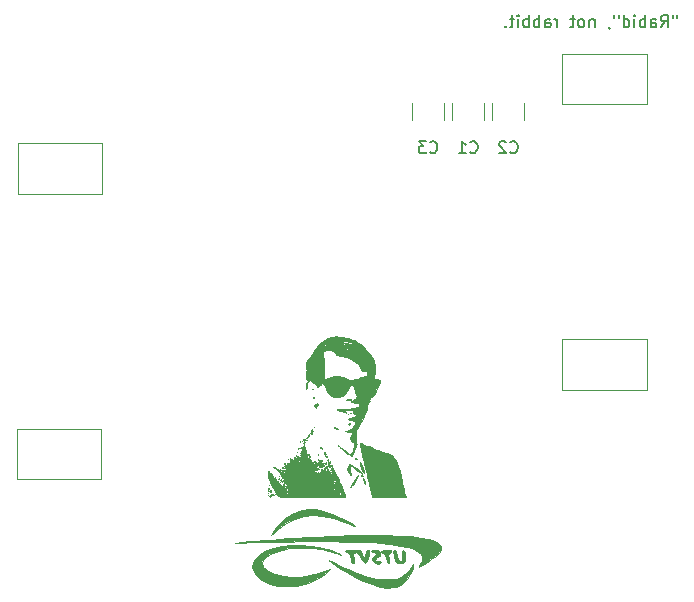
<source format=gbr>
G04 #@! TF.GenerationSoftware,KiCad,Pcbnew,(6.0.8)*
G04 #@! TF.CreationDate,2023-03-10T10:36:24-06:00*
G04 #@! TF.ProjectId,Power-Secondary,506f7765-722d-4536-9563-6f6e64617279,rev?*
G04 #@! TF.SameCoordinates,Original*
G04 #@! TF.FileFunction,Legend,Bot*
G04 #@! TF.FilePolarity,Positive*
%FSLAX46Y46*%
G04 Gerber Fmt 4.6, Leading zero omitted, Abs format (unit mm)*
G04 Created by KiCad (PCBNEW (6.0.8)) date 2023-03-10 10:36:24*
%MOMM*%
%LPD*%
G01*
G04 APERTURE LIST*
%ADD10C,0.150000*%
%ADD11C,0.120000*%
%ADD12C,0.010000*%
G04 APERTURE END LIST*
D10*
X151889714Y-46680380D02*
X151889714Y-46870857D01*
X151508761Y-46680380D02*
X151508761Y-46870857D01*
X150508761Y-47680380D02*
X150842095Y-47204190D01*
X151080190Y-47680380D02*
X151080190Y-46680380D01*
X150699238Y-46680380D01*
X150604000Y-46728000D01*
X150556380Y-46775619D01*
X150508761Y-46870857D01*
X150508761Y-47013714D01*
X150556380Y-47108952D01*
X150604000Y-47156571D01*
X150699238Y-47204190D01*
X151080190Y-47204190D01*
X149651619Y-47680380D02*
X149651619Y-47156571D01*
X149699238Y-47061333D01*
X149794476Y-47013714D01*
X149984952Y-47013714D01*
X150080190Y-47061333D01*
X149651619Y-47632761D02*
X149746857Y-47680380D01*
X149984952Y-47680380D01*
X150080190Y-47632761D01*
X150127809Y-47537523D01*
X150127809Y-47442285D01*
X150080190Y-47347047D01*
X149984952Y-47299428D01*
X149746857Y-47299428D01*
X149651619Y-47251809D01*
X149175428Y-47680380D02*
X149175428Y-46680380D01*
X149175428Y-47061333D02*
X149080190Y-47013714D01*
X148889714Y-47013714D01*
X148794476Y-47061333D01*
X148746857Y-47108952D01*
X148699238Y-47204190D01*
X148699238Y-47489904D01*
X148746857Y-47585142D01*
X148794476Y-47632761D01*
X148889714Y-47680380D01*
X149080190Y-47680380D01*
X149175428Y-47632761D01*
X148270666Y-47680380D02*
X148270666Y-47013714D01*
X148270666Y-46680380D02*
X148318285Y-46728000D01*
X148270666Y-46775619D01*
X148223047Y-46728000D01*
X148270666Y-46680380D01*
X148270666Y-46775619D01*
X147365904Y-47680380D02*
X147365904Y-46680380D01*
X147365904Y-47632761D02*
X147461142Y-47680380D01*
X147651619Y-47680380D01*
X147746857Y-47632761D01*
X147794476Y-47585142D01*
X147842095Y-47489904D01*
X147842095Y-47204190D01*
X147794476Y-47108952D01*
X147746857Y-47061333D01*
X147651619Y-47013714D01*
X147461142Y-47013714D01*
X147365904Y-47061333D01*
X146937333Y-46680380D02*
X146937333Y-46870857D01*
X146556380Y-46680380D02*
X146556380Y-46870857D01*
X146080190Y-47632761D02*
X146080190Y-47680380D01*
X146127809Y-47775619D01*
X146175428Y-47823238D01*
X144889714Y-47013714D02*
X144889714Y-47680380D01*
X144889714Y-47108952D02*
X144842095Y-47061333D01*
X144746857Y-47013714D01*
X144604000Y-47013714D01*
X144508761Y-47061333D01*
X144461142Y-47156571D01*
X144461142Y-47680380D01*
X143842095Y-47680380D02*
X143937333Y-47632761D01*
X143984952Y-47585142D01*
X144032571Y-47489904D01*
X144032571Y-47204190D01*
X143984952Y-47108952D01*
X143937333Y-47061333D01*
X143842095Y-47013714D01*
X143699238Y-47013714D01*
X143604000Y-47061333D01*
X143556380Y-47108952D01*
X143508761Y-47204190D01*
X143508761Y-47489904D01*
X143556380Y-47585142D01*
X143604000Y-47632761D01*
X143699238Y-47680380D01*
X143842095Y-47680380D01*
X143223047Y-47013714D02*
X142842095Y-47013714D01*
X143080190Y-46680380D02*
X143080190Y-47537523D01*
X143032571Y-47632761D01*
X142937333Y-47680380D01*
X142842095Y-47680380D01*
X141746857Y-47680380D02*
X141746857Y-47013714D01*
X141746857Y-47204190D02*
X141699238Y-47108952D01*
X141651619Y-47061333D01*
X141556380Y-47013714D01*
X141461142Y-47013714D01*
X140699238Y-47680380D02*
X140699238Y-47156571D01*
X140746857Y-47061333D01*
X140842095Y-47013714D01*
X141032571Y-47013714D01*
X141127809Y-47061333D01*
X140699238Y-47632761D02*
X140794476Y-47680380D01*
X141032571Y-47680380D01*
X141127809Y-47632761D01*
X141175428Y-47537523D01*
X141175428Y-47442285D01*
X141127809Y-47347047D01*
X141032571Y-47299428D01*
X140794476Y-47299428D01*
X140699238Y-47251809D01*
X140223047Y-47680380D02*
X140223047Y-46680380D01*
X140223047Y-47061333D02*
X140127809Y-47013714D01*
X139937333Y-47013714D01*
X139842095Y-47061333D01*
X139794476Y-47108952D01*
X139746857Y-47204190D01*
X139746857Y-47489904D01*
X139794476Y-47585142D01*
X139842095Y-47632761D01*
X139937333Y-47680380D01*
X140127809Y-47680380D01*
X140223047Y-47632761D01*
X139318285Y-47680380D02*
X139318285Y-46680380D01*
X139318285Y-47061333D02*
X139223047Y-47013714D01*
X139032571Y-47013714D01*
X138937333Y-47061333D01*
X138889714Y-47108952D01*
X138842095Y-47204190D01*
X138842095Y-47489904D01*
X138889714Y-47585142D01*
X138937333Y-47632761D01*
X139032571Y-47680380D01*
X139223047Y-47680380D01*
X139318285Y-47632761D01*
X138413523Y-47680380D02*
X138413523Y-47013714D01*
X138413523Y-46680380D02*
X138461142Y-46728000D01*
X138413523Y-46775619D01*
X138365904Y-46728000D01*
X138413523Y-46680380D01*
X138413523Y-46775619D01*
X138080190Y-47013714D02*
X137699238Y-47013714D01*
X137937333Y-46680380D02*
X137937333Y-47537523D01*
X137889714Y-47632761D01*
X137794476Y-47680380D01*
X137699238Y-47680380D01*
X137365904Y-47585142D02*
X137318285Y-47632761D01*
X137365904Y-47680380D01*
X137413523Y-47632761D01*
X137365904Y-47585142D01*
X137365904Y-47680380D01*
X134366666Y-58257142D02*
X134414285Y-58304761D01*
X134557142Y-58352380D01*
X134652380Y-58352380D01*
X134795238Y-58304761D01*
X134890476Y-58209523D01*
X134938095Y-58114285D01*
X134985714Y-57923809D01*
X134985714Y-57780952D01*
X134938095Y-57590476D01*
X134890476Y-57495238D01*
X134795238Y-57400000D01*
X134652380Y-57352380D01*
X134557142Y-57352380D01*
X134414285Y-57400000D01*
X134366666Y-57447619D01*
X133414285Y-58352380D02*
X133985714Y-58352380D01*
X133700000Y-58352380D02*
X133700000Y-57352380D01*
X133795238Y-57495238D01*
X133890476Y-57590476D01*
X133985714Y-57638095D01*
X130966666Y-58257142D02*
X131014285Y-58304761D01*
X131157142Y-58352380D01*
X131252380Y-58352380D01*
X131395238Y-58304761D01*
X131490476Y-58209523D01*
X131538095Y-58114285D01*
X131585714Y-57923809D01*
X131585714Y-57780952D01*
X131538095Y-57590476D01*
X131490476Y-57495238D01*
X131395238Y-57400000D01*
X131252380Y-57352380D01*
X131157142Y-57352380D01*
X131014285Y-57400000D01*
X130966666Y-57447619D01*
X130633333Y-57352380D02*
X130014285Y-57352380D01*
X130347619Y-57733333D01*
X130204761Y-57733333D01*
X130109523Y-57780952D01*
X130061904Y-57828571D01*
X130014285Y-57923809D01*
X130014285Y-58161904D01*
X130061904Y-58257142D01*
X130109523Y-58304761D01*
X130204761Y-58352380D01*
X130490476Y-58352380D01*
X130585714Y-58304761D01*
X130633333Y-58257142D01*
X137766666Y-58257142D02*
X137814285Y-58304761D01*
X137957142Y-58352380D01*
X138052380Y-58352380D01*
X138195238Y-58304761D01*
X138290476Y-58209523D01*
X138338095Y-58114285D01*
X138385714Y-57923809D01*
X138385714Y-57780952D01*
X138338095Y-57590476D01*
X138290476Y-57495238D01*
X138195238Y-57400000D01*
X138052380Y-57352380D01*
X137957142Y-57352380D01*
X137814285Y-57400000D01*
X137766666Y-57447619D01*
X137385714Y-57447619D02*
X137338095Y-57400000D01*
X137242857Y-57352380D01*
X137004761Y-57352380D01*
X136909523Y-57400000D01*
X136861904Y-57447619D01*
X136814285Y-57542857D01*
X136814285Y-57638095D01*
X136861904Y-57780952D01*
X137433333Y-58352380D01*
X136814285Y-58352380D01*
D11*
X149300000Y-54220000D02*
X149300000Y-49920000D01*
X142170000Y-54220000D02*
X149300000Y-54220000D01*
X149300000Y-49920000D02*
X142170000Y-49920000D01*
X142170000Y-49920000D02*
X142170000Y-54220000D01*
X103210000Y-61775000D02*
X103210000Y-57475000D01*
X103210000Y-57475000D02*
X96080000Y-57475000D01*
X96080000Y-61775000D02*
X103210000Y-61775000D01*
X96080000Y-57475000D02*
X96080000Y-61775000D01*
X142170000Y-78415000D02*
X149300000Y-78415000D01*
X149300000Y-74115000D02*
X142170000Y-74115000D01*
X142170000Y-74115000D02*
X142170000Y-78415000D01*
X149300000Y-78415000D02*
X149300000Y-74115000D01*
X96015000Y-81670000D02*
X96015000Y-85970000D01*
X103145000Y-81670000D02*
X96015000Y-81670000D01*
X96015000Y-85970000D02*
X103145000Y-85970000D01*
X103145000Y-85970000D02*
X103145000Y-81670000D01*
X132840000Y-54088748D02*
X132840000Y-55511252D01*
X135560000Y-54088748D02*
X135560000Y-55511252D01*
X132160000Y-54088748D02*
X132160000Y-55511252D01*
X129440000Y-54088748D02*
X129440000Y-55511252D01*
G36*
X122032879Y-83660817D02*
G01*
X122062286Y-83692004D01*
X122054581Y-83707019D01*
X122007857Y-83706265D01*
X121981803Y-83694515D01*
X121953429Y-83671118D01*
X121959445Y-83664621D01*
X122007857Y-83656858D01*
X122032879Y-83660817D01*
G37*
D12*
X122032879Y-83660817D02*
X122062286Y-83692004D01*
X122054581Y-83707019D01*
X122007857Y-83706265D01*
X121981803Y-83694515D01*
X121953429Y-83671118D01*
X121959445Y-83664621D01*
X122007857Y-83656858D01*
X122032879Y-83660817D01*
G36*
X125312870Y-85850126D02*
G01*
X125344133Y-85903108D01*
X125364286Y-85969738D01*
X125379318Y-86033256D01*
X125416771Y-86120528D01*
X125445164Y-86202666D01*
X125444730Y-86309226D01*
X125420203Y-86396429D01*
X125406910Y-86305715D01*
X125391401Y-86240371D01*
X125360685Y-86174848D01*
X125348222Y-86152229D01*
X125320315Y-86068889D01*
X125294603Y-85957253D01*
X125283893Y-85898074D01*
X125275095Y-85829285D01*
X125284193Y-85816588D01*
X125312870Y-85850126D01*
G37*
X125312870Y-85850126D02*
X125344133Y-85903108D01*
X125364286Y-85969738D01*
X125379318Y-86033256D01*
X125416771Y-86120528D01*
X125445164Y-86202666D01*
X125444730Y-86309226D01*
X125420203Y-86396429D01*
X125406910Y-86305715D01*
X125391401Y-86240371D01*
X125360685Y-86174848D01*
X125348222Y-86152229D01*
X125320315Y-86068889D01*
X125294603Y-85957253D01*
X125283893Y-85898074D01*
X125275095Y-85829285D01*
X125284193Y-85816588D01*
X125312870Y-85850126D01*
G36*
X118288572Y-85090143D02*
G01*
X118270429Y-85108286D01*
X118252286Y-85090143D01*
X118270429Y-85072000D01*
X118288572Y-85090143D01*
G37*
X118288572Y-85090143D02*
X118270429Y-85108286D01*
X118252286Y-85090143D01*
X118270429Y-85072000D01*
X118288572Y-85090143D01*
G36*
X125079846Y-84570957D02*
G01*
X125132228Y-84662898D01*
X125195531Y-84812345D01*
X125267405Y-85014053D01*
X125345499Y-85262782D01*
X125396827Y-85435421D01*
X125309715Y-85371639D01*
X125243276Y-85307228D01*
X125182357Y-85213314D01*
X125175867Y-85197359D01*
X125141277Y-85094979D01*
X125104473Y-84964508D01*
X125070046Y-84825475D01*
X125042587Y-84697405D01*
X125026687Y-84599826D01*
X125026937Y-84552264D01*
X125040736Y-84541764D01*
X125079846Y-84570957D01*
G37*
X125079846Y-84570957D02*
X125132228Y-84662898D01*
X125195531Y-84812345D01*
X125267405Y-85014053D01*
X125345499Y-85262782D01*
X125396827Y-85435421D01*
X125309715Y-85371639D01*
X125243276Y-85307228D01*
X125182357Y-85213314D01*
X125175867Y-85197359D01*
X125141277Y-85094979D01*
X125104473Y-84964508D01*
X125070046Y-84825475D01*
X125042587Y-84697405D01*
X125026687Y-84599826D01*
X125026937Y-84552264D01*
X125040736Y-84541764D01*
X125079846Y-84570957D01*
G36*
X124203143Y-81237502D02*
G01*
X124201714Y-81255376D01*
X124178953Y-81310381D01*
X124141388Y-81329897D01*
X124085500Y-81331267D01*
X124058000Y-81307014D01*
X124074036Y-81279772D01*
X124130572Y-81234136D01*
X124146054Y-81224726D01*
X124191840Y-81207537D01*
X124203143Y-81237502D01*
G37*
X124203143Y-81237502D02*
X124201714Y-81255376D01*
X124178953Y-81310381D01*
X124141388Y-81329897D01*
X124085500Y-81331267D01*
X124058000Y-81307014D01*
X124074036Y-81279772D01*
X124130572Y-81234136D01*
X124146054Y-81224726D01*
X124191840Y-81207537D01*
X124203143Y-81237502D01*
G36*
X119994000Y-82767858D02*
G01*
X119975857Y-82786000D01*
X119957714Y-82767858D01*
X119975857Y-82749715D01*
X119994000Y-82767858D01*
G37*
X119994000Y-82767858D02*
X119975857Y-82786000D01*
X119957714Y-82767858D01*
X119975857Y-82749715D01*
X119994000Y-82767858D01*
G36*
X118216000Y-85888429D02*
G01*
X118197857Y-85906572D01*
X118179715Y-85888429D01*
X118197857Y-85870286D01*
X118216000Y-85888429D01*
G37*
X118216000Y-85888429D02*
X118197857Y-85906572D01*
X118179715Y-85888429D01*
X118197857Y-85870286D01*
X118216000Y-85888429D01*
G36*
X117484165Y-86897451D02*
G01*
X117437994Y-86937752D01*
X117391612Y-86971470D01*
X117330551Y-86992981D01*
X117308857Y-86958857D01*
X117309806Y-86950272D01*
X117342175Y-86922572D01*
X117369234Y-86919478D01*
X117441961Y-86901467D01*
X117473889Y-86892094D01*
X117484165Y-86897451D01*
G37*
X117484165Y-86897451D02*
X117437994Y-86937752D01*
X117391612Y-86971470D01*
X117330551Y-86992981D01*
X117308857Y-86958857D01*
X117309806Y-86950272D01*
X117342175Y-86922572D01*
X117369234Y-86919478D01*
X117441961Y-86901467D01*
X117473889Y-86892094D01*
X117484165Y-86897451D01*
G36*
X118965905Y-84249524D02*
G01*
X118971582Y-84260438D01*
X118941715Y-84273715D01*
X118922505Y-84271096D01*
X118917524Y-84249524D01*
X118922842Y-84245181D01*
X118965905Y-84249524D01*
G37*
X118965905Y-84249524D02*
X118971582Y-84260438D01*
X118941715Y-84273715D01*
X118922505Y-84271096D01*
X118917524Y-84249524D01*
X118922842Y-84245181D01*
X118965905Y-84249524D01*
G36*
X118658179Y-84604727D02*
G01*
X118687715Y-84636572D01*
X118686737Y-84645181D01*
X118653570Y-84672857D01*
X118643390Y-84671473D01*
X118597000Y-84636572D01*
X118593587Y-84617877D01*
X118631144Y-84600286D01*
X118658179Y-84604727D01*
G37*
X118658179Y-84604727D02*
X118687715Y-84636572D01*
X118686737Y-84645181D01*
X118653570Y-84672857D01*
X118643390Y-84671473D01*
X118597000Y-84636572D01*
X118593587Y-84617877D01*
X118631144Y-84600286D01*
X118658179Y-84604727D01*
G36*
X117409951Y-87327731D02*
G01*
X117417715Y-87376143D01*
X117413755Y-87401165D01*
X117382568Y-87430572D01*
X117367553Y-87422867D01*
X117368307Y-87376143D01*
X117380057Y-87350088D01*
X117403454Y-87321715D01*
X117409951Y-87327731D01*
G37*
X117409951Y-87327731D02*
X117417715Y-87376143D01*
X117413755Y-87401165D01*
X117382568Y-87430572D01*
X117367553Y-87422867D01*
X117368307Y-87376143D01*
X117380057Y-87350088D01*
X117403454Y-87321715D01*
X117409951Y-87327731D01*
G36*
X119522286Y-84074143D02*
G01*
X119504143Y-84092286D01*
X119486000Y-84074143D01*
X119504143Y-84056000D01*
X119522286Y-84074143D01*
G37*
X119522286Y-84074143D02*
X119504143Y-84092286D01*
X119486000Y-84074143D01*
X119504143Y-84056000D01*
X119522286Y-84074143D01*
G36*
X121989715Y-85017572D02*
G01*
X121971572Y-85035715D01*
X121953429Y-85017572D01*
X121971572Y-84999429D01*
X121989715Y-85017572D01*
G37*
X121989715Y-85017572D02*
X121971572Y-85035715D01*
X121953429Y-85017572D01*
X121971572Y-84999429D01*
X121989715Y-85017572D01*
G36*
X118341550Y-85985284D02*
G01*
X118361143Y-86033572D01*
X118357049Y-86058610D01*
X118324857Y-86088000D01*
X118308165Y-86081860D01*
X118288572Y-86033572D01*
X118292665Y-86008533D01*
X118324857Y-85979143D01*
X118341550Y-85985284D01*
G37*
X118341550Y-85985284D02*
X118361143Y-86033572D01*
X118357049Y-86058610D01*
X118324857Y-86088000D01*
X118308165Y-86081860D01*
X118288572Y-86033572D01*
X118292665Y-86008533D01*
X118324857Y-85979143D01*
X118341550Y-85985284D01*
G36*
X122316286Y-84364429D02*
G01*
X122298143Y-84382572D01*
X122280000Y-84364429D01*
X122298143Y-84346286D01*
X122316286Y-84364429D01*
G37*
X122316286Y-84364429D02*
X122298143Y-84382572D01*
X122280000Y-84364429D01*
X122298143Y-84346286D01*
X122316286Y-84364429D01*
G36*
X122888995Y-81546843D02*
G01*
X122903348Y-81567215D01*
X122963381Y-81589858D01*
X123026550Y-81603870D01*
X123114572Y-81643000D01*
X123205286Y-81694857D01*
X123114572Y-81696007D01*
X123088970Y-81694276D01*
X123007282Y-81672382D01*
X122921887Y-81633726D01*
X122850685Y-81588901D01*
X122811580Y-81548504D01*
X122822472Y-81523129D01*
X122849022Y-81519604D01*
X122888995Y-81546843D01*
G37*
X122888995Y-81546843D02*
X122903348Y-81567215D01*
X122963381Y-81589858D01*
X123026550Y-81603870D01*
X123114572Y-81643000D01*
X123205286Y-81694857D01*
X123114572Y-81696007D01*
X123088970Y-81694276D01*
X123007282Y-81672382D01*
X122921887Y-81633726D01*
X122850685Y-81588901D01*
X122811580Y-81548504D01*
X122822472Y-81523129D01*
X122849022Y-81519604D01*
X122888995Y-81546843D01*
G36*
X122026000Y-84799857D02*
G01*
X122007857Y-84818000D01*
X121989715Y-84799857D01*
X122007857Y-84781715D01*
X122026000Y-84799857D01*
G37*
X122026000Y-84799857D02*
X122007857Y-84818000D01*
X121989715Y-84799857D01*
X122007857Y-84781715D01*
X122026000Y-84799857D01*
G36*
X120692102Y-83839340D02*
G01*
X120719714Y-83874572D01*
X120718660Y-83883245D01*
X120683429Y-83910858D01*
X120674756Y-83909803D01*
X120647143Y-83874572D01*
X120648197Y-83865899D01*
X120683429Y-83838286D01*
X120692102Y-83839340D01*
G37*
X120692102Y-83839340D02*
X120719714Y-83874572D01*
X120718660Y-83883245D01*
X120683429Y-83910858D01*
X120674756Y-83909803D01*
X120647143Y-83874572D01*
X120648197Y-83865899D01*
X120683429Y-83838286D01*
X120692102Y-83839340D01*
G36*
X122171143Y-84527715D02*
G01*
X122168524Y-84546924D01*
X122146953Y-84551905D01*
X122142610Y-84546587D01*
X122146953Y-84503524D01*
X122157867Y-84497847D01*
X122171143Y-84527715D01*
G37*
X122171143Y-84527715D02*
X122168524Y-84546924D01*
X122146953Y-84551905D01*
X122142610Y-84546587D01*
X122146953Y-84503524D01*
X122157867Y-84497847D01*
X122171143Y-84527715D01*
G36*
X123504643Y-83325465D02*
G01*
X123510870Y-83328964D01*
X123583802Y-83380564D01*
X123667929Y-83452009D01*
X123687704Y-83469855D01*
X123744770Y-83514276D01*
X123767715Y-83519844D01*
X123767726Y-83519558D01*
X123790723Y-83532307D01*
X123849288Y-83587340D01*
X123931000Y-83673005D01*
X124012457Y-83763495D01*
X124071677Y-83832734D01*
X124094286Y-83864023D01*
X124092969Y-83866351D01*
X124057076Y-83850961D01*
X123981634Y-83800098D01*
X123879463Y-83723312D01*
X123763378Y-83630152D01*
X123646197Y-83530168D01*
X123581368Y-83471474D01*
X123490871Y-83381695D01*
X123445674Y-83324188D01*
X123449142Y-83303821D01*
X123504643Y-83325465D01*
G37*
X123504643Y-83325465D02*
X123510870Y-83328964D01*
X123583802Y-83380564D01*
X123667929Y-83452009D01*
X123687704Y-83469855D01*
X123744770Y-83514276D01*
X123767715Y-83519844D01*
X123767726Y-83519558D01*
X123790723Y-83532307D01*
X123849288Y-83587340D01*
X123931000Y-83673005D01*
X124012457Y-83763495D01*
X124071677Y-83832734D01*
X124094286Y-83864023D01*
X124092969Y-83866351D01*
X124057076Y-83850961D01*
X123981634Y-83800098D01*
X123879463Y-83723312D01*
X123763378Y-83630152D01*
X123646197Y-83530168D01*
X123581368Y-83471474D01*
X123490871Y-83381695D01*
X123445674Y-83324188D01*
X123449142Y-83303821D01*
X123504643Y-83325465D01*
G36*
X124045905Y-80403238D02*
G01*
X124051582Y-80414153D01*
X124021715Y-80427429D01*
X124002505Y-80424810D01*
X123997524Y-80403238D01*
X124002842Y-80398896D01*
X124045905Y-80403238D01*
G37*
X124045905Y-80403238D02*
X124051582Y-80414153D01*
X124021715Y-80427429D01*
X124002505Y-80424810D01*
X123997524Y-80403238D01*
X124002842Y-80398896D01*
X124045905Y-80403238D01*
G36*
X122879754Y-85654986D02*
G01*
X122854434Y-85682020D01*
X122772951Y-85688857D01*
X122749106Y-85688377D01*
X122667962Y-85669638D01*
X122632344Y-85616286D01*
X122715429Y-85616286D01*
X122715845Y-85624498D01*
X122731430Y-85652572D01*
X122737251Y-85650902D01*
X122769857Y-85616286D01*
X122775527Y-85602230D01*
X122753856Y-85580000D01*
X122743324Y-85581395D01*
X122715429Y-85616286D01*
X122632344Y-85616286D01*
X122627764Y-85594401D01*
X122641331Y-85553557D01*
X122709754Y-85542611D01*
X122753738Y-85541130D01*
X122778633Y-85530972D01*
X122741880Y-85504095D01*
X122715581Y-85485422D01*
X122696173Y-85442724D01*
X122733811Y-85415721D01*
X122817438Y-85417139D01*
X122860584Y-85424870D01*
X122883249Y-85423793D01*
X122842429Y-85401680D01*
X122807338Y-85384499D01*
X122795032Y-85369241D01*
X122852192Y-85364836D01*
X122890737Y-85366161D01*
X122919939Y-85390807D01*
X122910587Y-85462072D01*
X122910107Y-85464094D01*
X122902423Y-85524935D01*
X122916275Y-85534311D01*
X122925727Y-85530087D01*
X122975972Y-85546893D01*
X123037535Y-85593455D01*
X123085689Y-85648317D01*
X123095710Y-85690021D01*
X123095781Y-85712975D01*
X123133114Y-85761761D01*
X123175934Y-85808088D01*
X123177243Y-85853289D01*
X123114572Y-85870286D01*
X123072391Y-85877090D01*
X123042000Y-85906572D01*
X123041234Y-85916656D01*
X123010130Y-85940670D01*
X122937420Y-85909983D01*
X122929216Y-85904477D01*
X122915687Y-85877490D01*
X122967952Y-85852612D01*
X123020593Y-85822649D01*
X123031027Y-85759671D01*
X123025211Y-85719993D01*
X123036781Y-85678401D01*
X123041821Y-85673296D01*
X123010176Y-85677292D01*
X122968698Y-85671727D01*
X122907428Y-85625988D01*
X122882369Y-85596123D01*
X122863680Y-85582449D01*
X122868721Y-85602230D01*
X122874613Y-85625357D01*
X122879754Y-85654986D01*
G37*
X122879754Y-85654986D02*
X122854434Y-85682020D01*
X122772951Y-85688857D01*
X122749106Y-85688377D01*
X122667962Y-85669638D01*
X122632344Y-85616286D01*
X122715429Y-85616286D01*
X122715845Y-85624498D01*
X122731430Y-85652572D01*
X122737251Y-85650902D01*
X122769857Y-85616286D01*
X122775527Y-85602230D01*
X122753856Y-85580000D01*
X122743324Y-85581395D01*
X122715429Y-85616286D01*
X122632344Y-85616286D01*
X122627764Y-85594401D01*
X122641331Y-85553557D01*
X122709754Y-85542611D01*
X122753738Y-85541130D01*
X122778633Y-85530972D01*
X122741880Y-85504095D01*
X122715581Y-85485422D01*
X122696173Y-85442724D01*
X122733811Y-85415721D01*
X122817438Y-85417139D01*
X122860584Y-85424870D01*
X122883249Y-85423793D01*
X122842429Y-85401680D01*
X122807338Y-85384499D01*
X122795032Y-85369241D01*
X122852192Y-85364836D01*
X122890737Y-85366161D01*
X122919939Y-85390807D01*
X122910587Y-85462072D01*
X122910107Y-85464094D01*
X122902423Y-85524935D01*
X122916275Y-85534311D01*
X122925727Y-85530087D01*
X122975972Y-85546893D01*
X123037535Y-85593455D01*
X123085689Y-85648317D01*
X123095710Y-85690021D01*
X123095781Y-85712975D01*
X123133114Y-85761761D01*
X123175934Y-85808088D01*
X123177243Y-85853289D01*
X123114572Y-85870286D01*
X123072391Y-85877090D01*
X123042000Y-85906572D01*
X123041234Y-85916656D01*
X123010130Y-85940670D01*
X122937420Y-85909983D01*
X122929216Y-85904477D01*
X122915687Y-85877490D01*
X122967952Y-85852612D01*
X123020593Y-85822649D01*
X123031027Y-85759671D01*
X123025211Y-85719993D01*
X123036781Y-85678401D01*
X123041821Y-85673296D01*
X123010176Y-85677292D01*
X122968698Y-85671727D01*
X122907428Y-85625988D01*
X122882369Y-85596123D01*
X122863680Y-85582449D01*
X122868721Y-85602230D01*
X122874613Y-85625357D01*
X122879754Y-85654986D01*
G36*
X123341357Y-83216800D02*
G01*
X123380061Y-83250011D01*
X123404857Y-83280300D01*
X123404262Y-83286668D01*
X123380620Y-83286913D01*
X123327657Y-83230500D01*
X123307388Y-83204209D01*
X123298377Y-83185419D01*
X123341357Y-83216800D01*
G37*
X123341357Y-83216800D02*
X123380061Y-83250011D01*
X123404857Y-83280300D01*
X123404262Y-83286668D01*
X123380620Y-83286913D01*
X123327657Y-83230500D01*
X123307388Y-83204209D01*
X123298377Y-83185419D01*
X123341357Y-83216800D01*
G36*
X118651429Y-86212859D02*
G01*
X118646988Y-86239894D01*
X118615143Y-86269429D01*
X118606534Y-86268452D01*
X118578857Y-86235285D01*
X118580241Y-86225104D01*
X118615143Y-86178715D01*
X118633838Y-86175301D01*
X118651429Y-86212859D01*
G37*
X118651429Y-86212859D02*
X118646988Y-86239894D01*
X118615143Y-86269429D01*
X118606534Y-86268452D01*
X118578857Y-86235285D01*
X118580241Y-86225104D01*
X118615143Y-86178715D01*
X118633838Y-86175301D01*
X118651429Y-86212859D01*
G36*
X120375816Y-82570521D02*
G01*
X120381724Y-82589343D01*
X120336710Y-82643073D01*
X120309204Y-82675359D01*
X120290678Y-82719941D01*
X120322014Y-82754692D01*
X120329640Y-82760026D01*
X120356088Y-82782813D01*
X120320572Y-82775786D01*
X120295595Y-82761711D01*
X120270750Y-82703048D01*
X120270812Y-82684267D01*
X120248662Y-82662891D01*
X120180036Y-82679937D01*
X120084714Y-82713825D01*
X120170377Y-82641055D01*
X120249639Y-82591057D01*
X120330215Y-82568286D01*
X120375816Y-82570521D01*
G37*
X120375816Y-82570521D02*
X120381724Y-82589343D01*
X120336710Y-82643073D01*
X120309204Y-82675359D01*
X120290678Y-82719941D01*
X120322014Y-82754692D01*
X120329640Y-82760026D01*
X120356088Y-82782813D01*
X120320572Y-82775786D01*
X120295595Y-82761711D01*
X120270750Y-82703048D01*
X120270812Y-82684267D01*
X120248662Y-82662891D01*
X120180036Y-82679937D01*
X120084714Y-82713825D01*
X120170377Y-82641055D01*
X120249639Y-82591057D01*
X120330215Y-82568286D01*
X120375816Y-82570521D01*
G36*
X122630762Y-84793810D02*
G01*
X122636439Y-84804724D01*
X122606572Y-84818000D01*
X122587362Y-84815382D01*
X122582381Y-84793810D01*
X122587699Y-84789467D01*
X122630762Y-84793810D01*
G37*
X122630762Y-84793810D02*
X122636439Y-84804724D01*
X122606572Y-84818000D01*
X122587362Y-84815382D01*
X122582381Y-84793810D01*
X122587699Y-84789467D01*
X122630762Y-84793810D01*
G36*
X117345143Y-86450857D02*
G01*
X117342524Y-86470067D01*
X117320953Y-86475048D01*
X117316610Y-86469730D01*
X117320953Y-86426667D01*
X117331867Y-86420990D01*
X117345143Y-86450857D01*
G37*
X117345143Y-86450857D02*
X117342524Y-86470067D01*
X117320953Y-86475048D01*
X117316610Y-86469730D01*
X117320953Y-86426667D01*
X117331867Y-86420990D01*
X117345143Y-86450857D01*
G36*
X121481715Y-83820143D02*
G01*
X121463572Y-83838286D01*
X121445429Y-83820143D01*
X121463572Y-83802000D01*
X121481715Y-83820143D01*
G37*
X121481715Y-83820143D02*
X121463572Y-83838286D01*
X121445429Y-83820143D01*
X121463572Y-83802000D01*
X121481715Y-83820143D01*
G36*
X121708500Y-83269969D02*
G01*
X121714655Y-83282569D01*
X121663143Y-83288271D01*
X121613228Y-83283213D01*
X121617786Y-83269969D01*
X121634211Y-83265176D01*
X121708500Y-83269969D01*
G37*
X121708500Y-83269969D02*
X121714655Y-83282569D01*
X121663143Y-83288271D01*
X121613228Y-83283213D01*
X121617786Y-83269969D01*
X121634211Y-83265176D01*
X121708500Y-83269969D01*
G36*
X121564224Y-84297999D02*
G01*
X121621588Y-84318587D01*
X121713307Y-84335277D01*
X121805871Y-84350602D01*
X121840568Y-84375375D01*
X121826832Y-84418205D01*
X121802210Y-84439322D01*
X121750627Y-84416176D01*
X121741975Y-84409252D01*
X121707919Y-84398592D01*
X121699429Y-84450700D01*
X121698985Y-84466416D01*
X121678992Y-84520453D01*
X121631005Y-84509125D01*
X121557414Y-84432735D01*
X121527856Y-84388750D01*
X121504092Y-84322762D01*
X121516499Y-84286886D01*
X121564224Y-84297999D01*
G37*
X121564224Y-84297999D02*
X121621588Y-84318587D01*
X121713307Y-84335277D01*
X121805871Y-84350602D01*
X121840568Y-84375375D01*
X121826832Y-84418205D01*
X121802210Y-84439322D01*
X121750627Y-84416176D01*
X121741975Y-84409252D01*
X121707919Y-84398592D01*
X121699429Y-84450700D01*
X121698985Y-84466416D01*
X121678992Y-84520453D01*
X121631005Y-84509125D01*
X121557414Y-84432735D01*
X121527856Y-84388750D01*
X121504092Y-84322762D01*
X121516499Y-84286886D01*
X121564224Y-84297999D01*
G36*
X118179715Y-85670715D02*
G01*
X118161572Y-85688857D01*
X118143429Y-85670715D01*
X118161572Y-85652572D01*
X118179715Y-85670715D01*
G37*
X118179715Y-85670715D02*
X118161572Y-85688857D01*
X118143429Y-85670715D01*
X118161572Y-85652572D01*
X118179715Y-85670715D01*
G36*
X120701572Y-77671328D02*
G01*
X120614926Y-77737951D01*
X120568019Y-77780736D01*
X120543666Y-77842143D01*
X120553494Y-77938976D01*
X120560065Y-78062047D01*
X120536738Y-78200549D01*
X120529064Y-78222917D01*
X120495316Y-78293476D01*
X120469880Y-78292697D01*
X120452551Y-78220305D01*
X120443122Y-78076026D01*
X120446935Y-77944338D01*
X120478580Y-77797049D01*
X120537751Y-77703049D01*
X120620861Y-77670521D01*
X120701572Y-77671328D01*
G37*
X120701572Y-77671328D02*
X120614926Y-77737951D01*
X120568019Y-77780736D01*
X120543666Y-77842143D01*
X120553494Y-77938976D01*
X120560065Y-78062047D01*
X120536738Y-78200549D01*
X120529064Y-78222917D01*
X120495316Y-78293476D01*
X120469880Y-78292697D01*
X120452551Y-78220305D01*
X120443122Y-78076026D01*
X120446935Y-77944338D01*
X120478580Y-77797049D01*
X120537751Y-77703049D01*
X120620861Y-77670521D01*
X120701572Y-77671328D01*
G36*
X119123143Y-84209841D02*
G01*
X119133751Y-84243072D01*
X119189849Y-84249476D01*
X119199304Y-84247226D01*
X119242448Y-84255099D01*
X119247302Y-84316374D01*
X119240834Y-84371216D01*
X119235024Y-84409786D01*
X119229512Y-84413455D01*
X119182107Y-84418857D01*
X119175707Y-84417697D01*
X119139581Y-84377047D01*
X119109141Y-84301366D01*
X119094244Y-84222215D01*
X119104748Y-84171157D01*
X119114124Y-84169806D01*
X119123143Y-84209841D01*
G37*
X119123143Y-84209841D02*
X119133751Y-84243072D01*
X119189849Y-84249476D01*
X119199304Y-84247226D01*
X119242448Y-84255099D01*
X119247302Y-84316374D01*
X119240834Y-84371216D01*
X119235024Y-84409786D01*
X119229512Y-84413455D01*
X119182107Y-84418857D01*
X119175707Y-84417697D01*
X119139581Y-84377047D01*
X119109141Y-84301366D01*
X119094244Y-84222215D01*
X119104748Y-84171157D01*
X119114124Y-84169806D01*
X119123143Y-84209841D01*
G36*
X122083741Y-84592038D02*
G01*
X122140244Y-84610488D01*
X122171143Y-84640802D01*
X122162832Y-84659584D01*
X122115169Y-84672680D01*
X122054518Y-84659631D01*
X122015052Y-84624094D01*
X122020758Y-84590545D01*
X122083741Y-84592038D01*
G37*
X122083741Y-84592038D02*
X122140244Y-84610488D01*
X122171143Y-84640802D01*
X122162832Y-84659584D01*
X122115169Y-84672680D01*
X122054518Y-84659631D01*
X122015052Y-84624094D01*
X122020758Y-84590545D01*
X122083741Y-84592038D01*
G36*
X120596179Y-82381251D02*
G01*
X120584978Y-82397370D01*
X120554287Y-82423143D01*
X120549215Y-82422790D01*
X120541224Y-82401786D01*
X120580178Y-82365250D01*
X120600456Y-82356421D01*
X120596179Y-82381251D01*
G37*
X120596179Y-82381251D02*
X120584978Y-82397370D01*
X120554287Y-82423143D01*
X120549215Y-82422790D01*
X120541224Y-82401786D01*
X120580178Y-82365250D01*
X120600456Y-82356421D01*
X120596179Y-82381251D01*
G36*
X117272572Y-86922572D02*
G01*
X117269953Y-86941781D01*
X117248381Y-86946762D01*
X117244038Y-86941444D01*
X117248381Y-86898381D01*
X117259295Y-86892705D01*
X117272572Y-86922572D01*
G37*
X117272572Y-86922572D02*
X117269953Y-86941781D01*
X117248381Y-86946762D01*
X117244038Y-86941444D01*
X117248381Y-86898381D01*
X117259295Y-86892705D01*
X117272572Y-86922572D01*
G36*
X117324288Y-86686588D02*
G01*
X117341809Y-86726143D01*
X117299786Y-86795723D01*
X117260026Y-86837490D01*
X117239785Y-86834185D01*
X117236286Y-86765334D01*
X117246737Y-86711863D01*
X117290715Y-86680667D01*
X117324288Y-86686588D01*
G37*
X117324288Y-86686588D02*
X117341809Y-86726143D01*
X117299786Y-86795723D01*
X117260026Y-86837490D01*
X117239785Y-86834185D01*
X117236286Y-86765334D01*
X117246737Y-86711863D01*
X117290715Y-86680667D01*
X117324288Y-86686588D01*
G36*
X122217235Y-84008987D02*
G01*
X122243715Y-84060283D01*
X122240919Y-84072485D01*
X122207429Y-84074143D01*
X122197623Y-84066728D01*
X122171143Y-84015432D01*
X122173939Y-84003230D01*
X122207429Y-84001572D01*
X122217235Y-84008987D01*
G37*
X122217235Y-84008987D02*
X122243715Y-84060283D01*
X122240919Y-84072485D01*
X122207429Y-84074143D01*
X122197623Y-84066728D01*
X122171143Y-84015432D01*
X122173939Y-84003230D01*
X122207429Y-84001572D01*
X122217235Y-84008987D01*
G36*
X118770196Y-86512713D02*
G01*
X118796572Y-86561856D01*
X118795533Y-86569957D01*
X118760286Y-86596000D01*
X118742945Y-86589077D01*
X118724000Y-86539430D01*
X118729222Y-86513512D01*
X118760286Y-86505286D01*
X118770196Y-86512713D01*
G37*
X118770196Y-86512713D02*
X118796572Y-86561856D01*
X118795533Y-86569957D01*
X118760286Y-86596000D01*
X118742945Y-86589077D01*
X118724000Y-86539430D01*
X118729222Y-86513512D01*
X118760286Y-86505286D01*
X118770196Y-86512713D01*
G36*
X117538266Y-87221693D02*
G01*
X117623995Y-87254235D01*
X117726143Y-87295612D01*
X117635429Y-87323189D01*
X117593487Y-87335689D01*
X117523305Y-87350525D01*
X117495328Y-87335443D01*
X117490286Y-87285429D01*
X117490591Y-87257087D01*
X117500278Y-87221131D01*
X117538266Y-87221693D01*
G37*
X117538266Y-87221693D02*
X117623995Y-87254235D01*
X117726143Y-87295612D01*
X117635429Y-87323189D01*
X117593487Y-87335689D01*
X117523305Y-87350525D01*
X117495328Y-87335443D01*
X117490286Y-87285429D01*
X117490591Y-87257087D01*
X117500278Y-87221131D01*
X117538266Y-87221693D01*
G36*
X118470000Y-86158430D02*
G01*
X118468606Y-86168963D01*
X118433715Y-86196857D01*
X118425503Y-86196441D01*
X118397429Y-86180856D01*
X118399099Y-86175036D01*
X118433715Y-86142429D01*
X118447770Y-86136759D01*
X118470000Y-86158430D01*
G37*
X118470000Y-86158430D02*
X118468606Y-86168963D01*
X118433715Y-86196857D01*
X118425503Y-86196441D01*
X118397429Y-86180856D01*
X118399099Y-86175036D01*
X118433715Y-86142429D01*
X118447770Y-86136759D01*
X118470000Y-86158430D01*
G36*
X120538286Y-82622715D02*
G01*
X120520143Y-82640858D01*
X120502000Y-82622715D01*
X120520143Y-82604572D01*
X120538286Y-82622715D01*
G37*
X120538286Y-82622715D02*
X120520143Y-82640858D01*
X120502000Y-82622715D01*
X120520143Y-82604572D01*
X120538286Y-82622715D01*
G36*
X117272572Y-87140286D02*
G01*
X117269953Y-87159496D01*
X117248381Y-87164477D01*
X117244038Y-87159158D01*
X117248381Y-87116096D01*
X117259295Y-87110419D01*
X117272572Y-87140286D01*
G37*
X117272572Y-87140286D02*
X117269953Y-87159496D01*
X117248381Y-87164477D01*
X117244038Y-87159158D01*
X117248381Y-87116096D01*
X117259295Y-87110419D01*
X117272572Y-87140286D01*
G36*
X124724823Y-74309497D02*
G01*
X124912662Y-74406308D01*
X125028496Y-74476805D01*
X125055666Y-74493341D01*
X125172540Y-74582965D01*
X125180876Y-74590930D01*
X125270052Y-74676143D01*
X125281986Y-74687547D01*
X125435015Y-74853491D01*
X125472851Y-74898554D01*
X125543088Y-74982209D01*
X125560305Y-75002715D01*
X125639986Y-75097619D01*
X125656031Y-75116729D01*
X125656142Y-75116862D01*
X125753208Y-75244777D01*
X125854224Y-75377898D01*
X125863245Y-75389787D01*
X126042396Y-75653615D01*
X126179671Y-75889697D01*
X126201579Y-75943121D01*
X126237745Y-76093597D01*
X126263792Y-76287568D01*
X126279133Y-76506100D01*
X126283183Y-76730263D01*
X126275354Y-76941125D01*
X126256475Y-77107290D01*
X126255060Y-77119752D01*
X126221716Y-77247212D01*
X126208499Y-77280715D01*
X126182599Y-77367380D01*
X126180828Y-77415899D01*
X126183866Y-77418999D01*
X126236972Y-77442180D01*
X126338888Y-77472848D01*
X126470873Y-77505233D01*
X126743143Y-77565808D01*
X126743143Y-77702852D01*
X126730452Y-77804379D01*
X126673887Y-77902571D01*
X126621588Y-77964985D01*
X126569391Y-78062409D01*
X126491513Y-78274902D01*
X126421757Y-78458015D01*
X126366389Y-78592120D01*
X126320769Y-78687682D01*
X126280259Y-78755167D01*
X126240221Y-78805040D01*
X126207038Y-78838061D01*
X126095409Y-78924568D01*
X125979196Y-78987785D01*
X125884854Y-79012286D01*
X125864963Y-79015449D01*
X125836000Y-79048572D01*
X125837668Y-79059008D01*
X125875310Y-79084857D01*
X125890556Y-79089154D01*
X125895020Y-79109024D01*
X125899779Y-79130215D01*
X125898161Y-79133491D01*
X125847204Y-79160968D01*
X125737375Y-79188124D01*
X125580803Y-79211857D01*
X125276668Y-79248143D01*
X125378054Y-79314543D01*
X125386943Y-79320221D01*
X125459968Y-79355878D01*
X125502455Y-79357927D01*
X125506356Y-79339714D01*
X125494437Y-79325581D01*
X125588419Y-79325581D01*
X125618286Y-79338857D01*
X125637495Y-79336239D01*
X125642476Y-79314667D01*
X125637158Y-79310324D01*
X125594095Y-79314667D01*
X125588419Y-79325581D01*
X125494437Y-79325581D01*
X125472092Y-79299086D01*
X125464474Y-79293934D01*
X125437404Y-79270240D01*
X125473143Y-79271619D01*
X125475688Y-79271963D01*
X125549885Y-79268799D01*
X125649087Y-79251319D01*
X125743013Y-79240046D01*
X125812372Y-79267939D01*
X125835487Y-79297557D01*
X125808786Y-79287611D01*
X125782347Y-79281425D01*
X125766341Y-79314667D01*
X125763429Y-79320715D01*
X125768973Y-79348384D01*
X125799715Y-79357000D01*
X125807398Y-79352466D01*
X125839243Y-79345334D01*
X125832980Y-79372958D01*
X125797686Y-79418316D01*
X125762430Y-79447715D01*
X125742440Y-79464385D01*
X125740685Y-79465546D01*
X125681271Y-79522355D01*
X125667168Y-79573345D01*
X125672380Y-79609455D01*
X125663271Y-79708972D01*
X125662712Y-79715083D01*
X125633480Y-79861788D01*
X125589170Y-80032908D01*
X125534268Y-80211781D01*
X125473260Y-80381746D01*
X125410632Y-80526141D01*
X125367924Y-80611490D01*
X125274946Y-80791202D01*
X125167039Y-80994314D01*
X125053789Y-81203219D01*
X124944779Y-81400309D01*
X124849594Y-81567977D01*
X124777821Y-81688615D01*
X124756140Y-81726808D01*
X124729801Y-81795980D01*
X124714341Y-81885825D01*
X124707330Y-82013614D01*
X124706337Y-82196615D01*
X124707536Y-82298455D01*
X124712769Y-82497273D01*
X124720930Y-82683257D01*
X124730854Y-82826539D01*
X124735151Y-82875282D01*
X124739757Y-82990519D01*
X124727412Y-83083349D01*
X124692085Y-83182424D01*
X124627744Y-83316396D01*
X124558773Y-83463552D01*
X124488343Y-83632004D01*
X124436806Y-83774786D01*
X124416265Y-83837602D01*
X124377883Y-83929040D01*
X124338607Y-83972437D01*
X124287231Y-83983429D01*
X124251984Y-83980793D01*
X124209491Y-83952343D01*
X124222692Y-83888345D01*
X124291706Y-83783453D01*
X124338985Y-83708097D01*
X124402735Y-83577890D01*
X124457817Y-83437142D01*
X124476169Y-83376107D01*
X124507575Y-83238704D01*
X124533504Y-83085008D01*
X124552637Y-82929622D01*
X124563657Y-82787150D01*
X124565246Y-82672194D01*
X124556087Y-82599359D01*
X124534862Y-82583247D01*
X124518879Y-82597529D01*
X124513280Y-82643621D01*
X124515865Y-82664598D01*
X124477586Y-82699425D01*
X124444609Y-82726480D01*
X124420857Y-82797969D01*
X124420424Y-82816382D01*
X124410392Y-82843177D01*
X124377852Y-82824038D01*
X124310713Y-82754153D01*
X124307376Y-82750476D01*
X124233396Y-82646087D01*
X124221475Y-82567691D01*
X124226739Y-82527633D01*
X124204811Y-82478603D01*
X124196284Y-82465791D01*
X124206629Y-82398323D01*
X124257764Y-82285338D01*
X124291427Y-82219448D01*
X124332323Y-82129288D01*
X124348286Y-82078504D01*
X124327969Y-82044860D01*
X124247893Y-82001027D01*
X124120012Y-81961955D01*
X123958255Y-81932847D01*
X123922137Y-81927659D01*
X123821506Y-81906562D01*
X123755984Y-81883204D01*
X123737600Y-81863027D01*
X123778382Y-81851473D01*
X123871505Y-81842115D01*
X124074607Y-81802875D01*
X124242596Y-81743953D01*
X124356972Y-81671117D01*
X124473840Y-81539378D01*
X124562417Y-81392529D01*
X124606350Y-81254770D01*
X124601858Y-81138463D01*
X124545159Y-81055969D01*
X124523016Y-81043263D01*
X124431339Y-81011036D01*
X124316172Y-80986907D01*
X124270248Y-80978696D01*
X124159380Y-80946404D01*
X124085503Y-80907484D01*
X124051938Y-80874987D01*
X124050191Y-80843502D01*
X124108660Y-80807322D01*
X124187184Y-80783126D01*
X124295194Y-80781661D01*
X124320068Y-80785960D01*
X124370918Y-80784666D01*
X124366215Y-80753655D01*
X124354949Y-80729862D01*
X124373868Y-80729242D01*
X124376929Y-80730900D01*
X124434489Y-80731585D01*
X124508718Y-80705458D01*
X124570351Y-80666258D01*
X124590123Y-80627724D01*
X124602044Y-80587364D01*
X124653932Y-80529146D01*
X124674170Y-80511037D01*
X124696404Y-80472535D01*
X124656149Y-80457357D01*
X124549556Y-80463066D01*
X124521455Y-80465331D01*
X124498847Y-80454082D01*
X124531413Y-80406523D01*
X124553945Y-80377786D01*
X124558692Y-80353375D01*
X124502500Y-80363311D01*
X124447815Y-80372103D01*
X124424165Y-80350238D01*
X124455623Y-80283503D01*
X124457851Y-80279828D01*
X124465688Y-80211147D01*
X124416057Y-80158291D01*
X124323315Y-80137143D01*
X124257826Y-80129434D01*
X124156338Y-80095228D01*
X124148316Y-80091311D01*
X124062151Y-80069788D01*
X123945602Y-80061608D01*
X123819205Y-80065366D01*
X123703496Y-80079657D01*
X123619011Y-80103076D01*
X123586286Y-80134218D01*
X123590878Y-80142611D01*
X123641963Y-80174284D01*
X123731429Y-80209715D01*
X123771792Y-80224864D01*
X123841899Y-80262049D01*
X123878513Y-80295371D01*
X123872086Y-80313619D01*
X123813072Y-80305583D01*
X123809524Y-80304599D01*
X123727554Y-80284869D01*
X123622572Y-80262743D01*
X123595407Y-80256691D01*
X123470184Y-80218906D01*
X123343795Y-80169524D01*
X123299686Y-80151426D01*
X123202199Y-80123341D01*
X123138822Y-80121678D01*
X123082421Y-80119134D01*
X123051610Y-80076225D01*
X123070687Y-80021371D01*
X123074149Y-80018868D01*
X123135351Y-80005143D01*
X123257661Y-79995165D01*
X123431247Y-79989493D01*
X123646283Y-79988684D01*
X123768533Y-79989094D01*
X124115695Y-79982425D01*
X124396308Y-79962746D01*
X124614252Y-79928982D01*
X124773409Y-79880061D01*
X124877658Y-79814909D01*
X124930882Y-79732452D01*
X124936960Y-79631617D01*
X124933189Y-79612544D01*
X125342221Y-79612544D01*
X125382429Y-79665429D01*
X125436078Y-79714910D01*
X125488682Y-79737399D01*
X125509429Y-79708972D01*
X125495699Y-79671084D01*
X125438927Y-79617209D01*
X125369548Y-79592857D01*
X125354635Y-79593804D01*
X125342221Y-79612544D01*
X124933189Y-79612544D01*
X124931004Y-79601496D01*
X124885859Y-79523728D01*
X124797148Y-79492790D01*
X124655993Y-79504673D01*
X124535469Y-79509655D01*
X124400407Y-79462077D01*
X124374967Y-79447715D01*
X125582000Y-79447715D01*
X125583055Y-79456388D01*
X125618286Y-79484000D01*
X125626959Y-79482946D01*
X125654572Y-79447715D01*
X125653517Y-79439041D01*
X125618286Y-79411429D01*
X125609613Y-79412483D01*
X125582000Y-79447715D01*
X124374967Y-79447715D01*
X124372489Y-79446316D01*
X124298601Y-79393133D01*
X124274103Y-79354055D01*
X124306448Y-79338857D01*
X124352202Y-79317876D01*
X124420857Y-79266286D01*
X124492258Y-79215876D01*
X124551563Y-79193715D01*
X124565543Y-79190133D01*
X124624030Y-79146979D01*
X124692487Y-79070613D01*
X124693961Y-79068680D01*
X125255120Y-79068680D01*
X125290841Y-79087976D01*
X125321428Y-79101454D01*
X125354398Y-79129379D01*
X125327127Y-79158737D01*
X125311925Y-79171776D01*
X125331603Y-79186434D01*
X125418714Y-79188950D01*
X125443308Y-79188208D01*
X125588460Y-79175545D01*
X125666384Y-79149540D01*
X125680914Y-79109024D01*
X125654725Y-79089696D01*
X125567404Y-79069648D01*
X125433977Y-79058898D01*
X125349452Y-79056750D01*
X125272185Y-79058774D01*
X125255120Y-79068680D01*
X124693961Y-79068680D01*
X124786381Y-78947511D01*
X124707591Y-78753113D01*
X124702897Y-78741452D01*
X124650217Y-78603942D01*
X124588785Y-78434978D01*
X124530943Y-78268429D01*
X124492953Y-78158041D01*
X124453038Y-78057997D01*
X124417363Y-78002320D01*
X124375840Y-77976692D01*
X124318375Y-77966792D01*
X124267382Y-77964300D01*
X124204394Y-77985830D01*
X124163087Y-78057507D01*
X124130374Y-78138466D01*
X124045977Y-78329484D01*
X123965285Y-78477630D01*
X123876472Y-78602871D01*
X123767715Y-78725174D01*
X123699370Y-78795238D01*
X123612486Y-78874326D01*
X123533868Y-78921843D01*
X123438255Y-78951374D01*
X123300387Y-78976505D01*
X123076991Y-78997291D01*
X122811880Y-78974674D01*
X122581857Y-78898293D01*
X122393906Y-78770701D01*
X122255015Y-78594453D01*
X122211595Y-78501514D01*
X122158371Y-78356306D01*
X122114526Y-78205070D01*
X122077494Y-78078239D01*
X122012571Y-77946659D01*
X121929280Y-77873668D01*
X121820879Y-77851143D01*
X121765569Y-77864528D01*
X121729167Y-77929925D01*
X121726334Y-77942004D01*
X121673275Y-78016646D01*
X121568519Y-78091398D01*
X121419467Y-78174090D01*
X121372315Y-78085987D01*
X121318106Y-78011462D01*
X121233917Y-77933585D01*
X121195144Y-77904742D01*
X121098063Y-77826726D01*
X120994692Y-77738365D01*
X120940985Y-77692724D01*
X121379276Y-77692724D01*
X121409143Y-77706000D01*
X121428353Y-77703382D01*
X121430690Y-77693262D01*
X121808286Y-77693262D01*
X121821752Y-77730979D01*
X121859656Y-77738463D01*
X121884714Y-77696929D01*
X121887420Y-77663693D01*
X121893786Y-77580211D01*
X121894176Y-77576099D01*
X121910912Y-77539013D01*
X121959962Y-77507878D01*
X122054432Y-77476835D01*
X122207429Y-77440025D01*
X122238250Y-77432930D01*
X122408942Y-77387268D01*
X122571147Y-77334858D01*
X122693430Y-77285682D01*
X122765759Y-77253754D01*
X122855318Y-77223691D01*
X122903736Y-77220395D01*
X122911404Y-77223421D01*
X122978115Y-77234916D01*
X123092207Y-77246363D01*
X123234163Y-77255677D01*
X123387946Y-77268388D01*
X123557365Y-77294557D01*
X123695334Y-77329154D01*
X123788158Y-77368600D01*
X123822143Y-77409317D01*
X123822358Y-77414783D01*
X123842938Y-77466747D01*
X123875750Y-77482999D01*
X123971411Y-77503612D01*
X124105685Y-77519112D01*
X124258433Y-77527969D01*
X124409513Y-77528652D01*
X124538786Y-77519631D01*
X124567443Y-77515420D01*
X124701367Y-77485162D01*
X124837149Y-77440994D01*
X124956624Y-77390383D01*
X125041629Y-77340791D01*
X125074000Y-77299683D01*
X125081385Y-77289026D01*
X125128109Y-77293613D01*
X125190134Y-77293161D01*
X125295332Y-77270343D01*
X125419541Y-77232281D01*
X125539019Y-77186262D01*
X125630022Y-77139574D01*
X125665762Y-77107290D01*
X125657237Y-77072647D01*
X125633871Y-77041776D01*
X125618286Y-76966937D01*
X125609087Y-76907503D01*
X125567832Y-76816300D01*
X125542775Y-76786075D01*
X125495305Y-76766508D01*
X125419943Y-76791695D01*
X125370719Y-76810929D01*
X125304818Y-76810548D01*
X125229105Y-76762620D01*
X125221936Y-76756844D01*
X125131426Y-76660207D01*
X125064101Y-76548258D01*
X125037714Y-76449996D01*
X125034310Y-76428794D01*
X125001429Y-76399715D01*
X124986582Y-76395396D01*
X124965143Y-76350668D01*
X124940201Y-76286397D01*
X124865542Y-76194965D01*
X124756217Y-76093614D01*
X124627498Y-75995067D01*
X124494655Y-75912049D01*
X124372960Y-75857281D01*
X124345552Y-75847529D01*
X124260010Y-75805818D01*
X124216882Y-75766322D01*
X124195270Y-75744087D01*
X124119101Y-75702862D01*
X124010779Y-75662496D01*
X123942915Y-75641574D01*
X123739539Y-75579985D01*
X123590325Y-75537270D01*
X123483718Y-75510451D01*
X123408165Y-75496545D01*
X123352111Y-75492572D01*
X123303276Y-75490114D01*
X123202735Y-75473253D01*
X123107003Y-75445474D01*
X123029117Y-75412786D01*
X122982117Y-75381204D01*
X122979677Y-75361792D01*
X123741256Y-75361792D01*
X123741818Y-75374179D01*
X123788881Y-75380850D01*
X123824548Y-75375039D01*
X123810804Y-75358927D01*
X123789821Y-75353130D01*
X123741256Y-75361792D01*
X122979677Y-75361792D01*
X122979042Y-75356738D01*
X123032929Y-75345402D01*
X123045576Y-75341154D01*
X123022312Y-75318014D01*
X122947867Y-75281902D01*
X122910326Y-75264861D01*
X122835646Y-75216301D01*
X122827098Y-75199380D01*
X123495572Y-75199380D01*
X123690515Y-75200833D01*
X123755406Y-75201886D01*
X123833175Y-75208578D01*
X123857311Y-75225304D01*
X123840286Y-75256715D01*
X123822020Y-75282290D01*
X123830306Y-75305522D01*
X123899343Y-75310588D01*
X123982104Y-75301344D01*
X124058000Y-75274857D01*
X124071803Y-75265384D01*
X124074388Y-75260131D01*
X124250754Y-75260131D01*
X124291721Y-75294170D01*
X124344765Y-75327049D01*
X124406682Y-75347429D01*
X124438113Y-75350275D01*
X124517675Y-75368312D01*
X124539637Y-75375039D01*
X124548441Y-75377736D01*
X124563982Y-75377898D01*
X124517968Y-75346868D01*
X124439502Y-75308502D01*
X124336539Y-75272727D01*
X124263843Y-75254433D01*
X124250754Y-75260131D01*
X124074388Y-75260131D01*
X124081945Y-75244777D01*
X124026343Y-75239127D01*
X124003768Y-75238525D01*
X123963585Y-75225690D01*
X123982748Y-75187374D01*
X123999008Y-75153610D01*
X123975780Y-75113639D01*
X123908234Y-75090362D01*
X123812778Y-75085794D01*
X123705819Y-75101949D01*
X123603764Y-75140841D01*
X123495572Y-75199380D01*
X122827098Y-75199380D01*
X122814819Y-75175072D01*
X122808831Y-75146108D01*
X122750295Y-75129715D01*
X122729319Y-75129309D01*
X122692298Y-75116589D01*
X122715429Y-75075286D01*
X122719366Y-75070182D01*
X124206167Y-75070182D01*
X124206184Y-75070196D01*
X124248866Y-75086556D01*
X124330143Y-75107569D01*
X124362947Y-75114393D01*
X124405055Y-75116729D01*
X124384572Y-75095087D01*
X124378361Y-75091276D01*
X124323184Y-75070632D01*
X124258384Y-75057762D01*
X124210523Y-75056376D01*
X124206167Y-75070182D01*
X122719366Y-75070182D01*
X122728939Y-75057771D01*
X122730705Y-75043867D01*
X122866990Y-75043867D01*
X122896857Y-75057143D01*
X122916067Y-75054525D01*
X122921048Y-75032953D01*
X122917981Y-75030448D01*
X124508028Y-75030448D01*
X124509334Y-75032953D01*
X124517013Y-75047684D01*
X124567650Y-75086039D01*
X124613435Y-75106852D01*
X124638572Y-75097619D01*
X124638172Y-75094081D01*
X124605843Y-75058347D01*
X124549391Y-75030411D01*
X124508028Y-75030448D01*
X122917981Y-75030448D01*
X122915730Y-75028610D01*
X122872667Y-75032953D01*
X122866990Y-75043867D01*
X122730705Y-75043867D01*
X122732874Y-75026795D01*
X122674515Y-75016580D01*
X122674102Y-75016560D01*
X122576075Y-75011022D01*
X122461429Y-75003733D01*
X122461090Y-75003710D01*
X122344896Y-75005934D01*
X122243715Y-75023203D01*
X122172849Y-75043466D01*
X122062286Y-75070761D01*
X121994555Y-75092536D01*
X121900370Y-75142355D01*
X121875422Y-75161738D01*
X121849827Y-75203773D01*
X121880714Y-75256542D01*
X121906367Y-75312946D01*
X121930103Y-75447598D01*
X121943356Y-75650540D01*
X121944693Y-75690889D01*
X121949840Y-75850356D01*
X121956166Y-76050586D01*
X121963172Y-76275392D01*
X121965234Y-76342262D01*
X121970361Y-76508591D01*
X121972759Y-76587191D01*
X121977237Y-76733996D01*
X121979729Y-76816749D01*
X121983301Y-76935422D01*
X121988057Y-77096684D01*
X121991007Y-77201596D01*
X121985892Y-77246164D01*
X121978629Y-77270156D01*
X121953551Y-77353010D01*
X121900891Y-77470072D01*
X121865842Y-77539656D01*
X121824431Y-77635323D01*
X121811477Y-77681810D01*
X121808286Y-77693262D01*
X121430690Y-77693262D01*
X121433334Y-77681810D01*
X121428015Y-77677467D01*
X121384953Y-77681810D01*
X121379276Y-77692724D01*
X120940985Y-77692724D01*
X120908125Y-77664799D01*
X120788289Y-77580453D01*
X120684194Y-77536931D01*
X120576957Y-77524572D01*
X120516775Y-77521053D01*
X120474656Y-77492939D01*
X120465714Y-77417856D01*
X120476329Y-77337539D01*
X120503762Y-77287626D01*
X120520980Y-77266315D01*
X120497620Y-77210865D01*
X120495500Y-77208299D01*
X120472575Y-77170067D01*
X120504929Y-77168739D01*
X120536039Y-77162906D01*
X120556429Y-77107286D01*
X120548700Y-77065885D01*
X120516542Y-77041963D01*
X120516152Y-77042028D01*
X120487339Y-77015318D01*
X120478659Y-76969069D01*
X120840830Y-76969069D01*
X120859350Y-77033558D01*
X120897822Y-77129211D01*
X120968588Y-77288715D01*
X120971151Y-77173378D01*
X120971164Y-77166601D01*
X120955560Y-77085334D01*
X120953660Y-77081211D01*
X121047807Y-77081211D01*
X121047809Y-77081254D01*
X121063694Y-77130684D01*
X121082013Y-77166601D01*
X121098812Y-77199541D01*
X121140198Y-77266762D01*
X121174885Y-77311284D01*
X121189908Y-77312047D01*
X121198720Y-77288009D01*
X121247742Y-77284417D01*
X121276046Y-77290776D01*
X121281886Y-77270156D01*
X121269031Y-77256131D01*
X121207430Y-77234286D01*
X121177992Y-77222284D01*
X121155143Y-77165597D01*
X121146607Y-77125505D01*
X121100714Y-77076021D01*
X121073334Y-77069056D01*
X121047807Y-77081211D01*
X120953660Y-77081211D01*
X120920111Y-77008407D01*
X120877807Y-76957708D01*
X120841636Y-76955126D01*
X120840830Y-76969069D01*
X120478659Y-76969069D01*
X120473612Y-76942177D01*
X120475603Y-76920925D01*
X121122803Y-76920925D01*
X121128285Y-76965523D01*
X121147696Y-76950905D01*
X121170694Y-76886980D01*
X121182300Y-76816749D01*
X121176818Y-76772151D01*
X121157406Y-76786769D01*
X121134408Y-76850694D01*
X121127983Y-76889572D01*
X121122803Y-76920925D01*
X120475603Y-76920925D01*
X120478541Y-76889572D01*
X120864857Y-76889572D01*
X120883000Y-76907715D01*
X120901143Y-76889572D01*
X120883000Y-76871429D01*
X120864857Y-76889572D01*
X120478541Y-76889572D01*
X120480695Y-76866587D01*
X120502000Y-76835143D01*
X120502398Y-76835135D01*
X120523409Y-76802751D01*
X120526699Y-76766526D01*
X121597630Y-76766526D01*
X121602320Y-76798857D01*
X121625690Y-76789575D01*
X121653910Y-76722152D01*
X121663143Y-76587191D01*
X121661862Y-76530536D01*
X121652065Y-76460166D01*
X121636206Y-76456283D01*
X121620996Y-76507433D01*
X121618607Y-76515469D01*
X121611161Y-76574375D01*
X121608013Y-76599286D01*
X121603587Y-76634305D01*
X121602200Y-76653715D01*
X121599993Y-76684626D01*
X121599314Y-76708143D01*
X121597630Y-76766526D01*
X120526699Y-76766526D01*
X120530341Y-76726423D01*
X120529287Y-76708143D01*
X121481715Y-76708143D01*
X121499857Y-76726286D01*
X121518000Y-76708143D01*
X121499857Y-76690000D01*
X121481715Y-76708143D01*
X120529287Y-76708143D01*
X120527934Y-76684685D01*
X120525206Y-76677075D01*
X120727185Y-76677075D01*
X120731903Y-76695610D01*
X120745490Y-76703082D01*
X120762368Y-76641892D01*
X120762944Y-76639038D01*
X120763318Y-76634842D01*
X121090324Y-76634842D01*
X121094667Y-76677905D01*
X121105581Y-76683582D01*
X121118857Y-76653715D01*
X121116239Y-76634505D01*
X121094667Y-76629524D01*
X121090324Y-76634842D01*
X120763318Y-76634842D01*
X120766485Y-76599286D01*
X121300286Y-76599286D01*
X121318429Y-76617429D01*
X121336572Y-76599286D01*
X121318429Y-76581143D01*
X121300286Y-76599286D01*
X120766485Y-76599286D01*
X120768704Y-76574375D01*
X120748091Y-76574538D01*
X120731761Y-76603104D01*
X120727185Y-76677075D01*
X120525206Y-76677075D01*
X120513124Y-76643365D01*
X120478339Y-76658294D01*
X120468403Y-76666030D01*
X120436089Y-76670777D01*
X120423713Y-76612800D01*
X120421338Y-76551731D01*
X120422800Y-76486547D01*
X121082572Y-76486547D01*
X121089257Y-76495939D01*
X121137000Y-76521694D01*
X121164831Y-76527398D01*
X121191429Y-76507433D01*
X121185297Y-76491276D01*
X121137000Y-76472286D01*
X121112202Y-76473862D01*
X121082572Y-76486547D01*
X120422800Y-76486547D01*
X120423120Y-76472286D01*
X120432745Y-76381572D01*
X120538286Y-76381572D01*
X120556429Y-76399715D01*
X120574572Y-76381572D01*
X120556429Y-76363429D01*
X120538286Y-76381572D01*
X120432745Y-76381572D01*
X120437016Y-76341323D01*
X121632558Y-76341323D01*
X121639737Y-76381572D01*
X121641220Y-76389887D01*
X121653607Y-76389325D01*
X121660278Y-76342262D01*
X121654468Y-76306595D01*
X121638356Y-76320340D01*
X121632558Y-76341323D01*
X120437016Y-76341323D01*
X120439547Y-76317466D01*
X120472209Y-76117208D01*
X120520933Y-75955560D01*
X120594939Y-75811665D01*
X120703446Y-75664668D01*
X120855672Y-75493710D01*
X120910322Y-75433119D01*
X121014893Y-75305539D01*
X121096303Y-75190818D01*
X121140405Y-75108115D01*
X121162355Y-75051790D01*
X121189875Y-75003573D01*
X123643784Y-75003573D01*
X123693138Y-75008778D01*
X123804000Y-75011968D01*
X123866205Y-75012449D01*
X123976304Y-75009277D01*
X124005169Y-75002715D01*
X124602286Y-75002715D01*
X124620429Y-75020857D01*
X124638572Y-75002715D01*
X124620429Y-74984572D01*
X124602286Y-75002715D01*
X124005169Y-75002715D01*
X124020543Y-74999220D01*
X124003572Y-74981570D01*
X123978538Y-74963386D01*
X124012117Y-74956419D01*
X124112429Y-74961159D01*
X124293857Y-74974934D01*
X124166857Y-74919582D01*
X124152179Y-74914363D01*
X124502325Y-74914363D01*
X124511572Y-74948286D01*
X124519027Y-74959027D01*
X124539647Y-74974934D01*
X124552140Y-74984572D01*
X124557104Y-74982209D01*
X124547857Y-74948286D01*
X124540402Y-74937545D01*
X124507289Y-74912000D01*
X124502325Y-74914363D01*
X124152179Y-74914363D01*
X124113687Y-74900677D01*
X124011790Y-74876092D01*
X123898202Y-74857446D01*
X123789518Y-74846267D01*
X123702335Y-74844083D01*
X123653249Y-74852422D01*
X123658857Y-74872812D01*
X123691326Y-74890507D01*
X123776786Y-74911445D01*
X123797146Y-74912260D01*
X123842732Y-74926637D01*
X123832382Y-74951525D01*
X123776645Y-74977287D01*
X123686072Y-74994289D01*
X123660565Y-74997046D01*
X123643784Y-75003573D01*
X121189875Y-75003573D01*
X121278377Y-74848513D01*
X121355111Y-74754010D01*
X123880858Y-74754010D01*
X123946464Y-74788232D01*
X124080055Y-74834295D01*
X124094104Y-74838504D01*
X124225279Y-74875494D01*
X124330635Y-74901356D01*
X124388484Y-74910715D01*
X124389952Y-74910666D01*
X124406845Y-74898554D01*
X124370113Y-74870881D01*
X124294565Y-74834759D01*
X124195009Y-74797298D01*
X124086253Y-74765606D01*
X123952030Y-74738549D01*
X123882845Y-74735995D01*
X123880858Y-74754010D01*
X121355111Y-74754010D01*
X121429621Y-74662247D01*
X121900619Y-74662247D01*
X121929094Y-74684038D01*
X121984892Y-74676143D01*
X123840286Y-74676143D01*
X123858429Y-74694286D01*
X123876572Y-74676143D01*
X123858429Y-74658000D01*
X123840286Y-74676143D01*
X121984892Y-74676143D01*
X121988680Y-74675607D01*
X122058519Y-74641965D01*
X122059954Y-74640661D01*
X122116945Y-74640661D01*
X122118851Y-74657445D01*
X122127519Y-74656747D01*
X122184422Y-74635876D01*
X122232591Y-74600949D01*
X122242607Y-74572226D01*
X122215131Y-74573279D01*
X122155079Y-74606539D01*
X122116945Y-74640661D01*
X122059954Y-74640661D01*
X122117752Y-74588122D01*
X122160310Y-74529150D01*
X122160091Y-74512608D01*
X122114148Y-74528739D01*
X122069643Y-74545902D01*
X121983153Y-74574978D01*
X121951630Y-74589231D01*
X121904186Y-74639428D01*
X121900619Y-74662247D01*
X121429621Y-74662247D01*
X121447265Y-74640518D01*
X121599569Y-74494715D01*
X122570286Y-74494715D01*
X122588429Y-74512857D01*
X122598449Y-74502838D01*
X123485824Y-74502838D01*
X123527720Y-74524392D01*
X123543081Y-74529150D01*
X123586219Y-74542512D01*
X123695388Y-74571466D01*
X123698522Y-74572226D01*
X123826676Y-74603308D01*
X123945882Y-74630393D01*
X124033415Y-74649208D01*
X124069323Y-74655450D01*
X124129275Y-74632750D01*
X124185547Y-74607289D01*
X124189740Y-74590930D01*
X124152046Y-74573585D01*
X124113777Y-74562743D01*
X124012742Y-74543190D01*
X123888998Y-74525650D01*
X123808471Y-74513909D01*
X123738625Y-74493631D01*
X123737871Y-74471823D01*
X123748576Y-74463031D01*
X123738109Y-74446972D01*
X123684858Y-74443310D01*
X123609949Y-74451945D01*
X123586468Y-74458429D01*
X123534510Y-74472777D01*
X123509611Y-74482930D01*
X123495529Y-74494715D01*
X123485824Y-74502838D01*
X122598449Y-74502838D01*
X122606572Y-74494715D01*
X122588429Y-74476572D01*
X122570286Y-74494715D01*
X121599569Y-74494715D01*
X121637473Y-74458429D01*
X122207429Y-74458429D01*
X122225572Y-74476572D01*
X122243715Y-74458429D01*
X122642857Y-74458429D01*
X122661000Y-74476572D01*
X122679143Y-74458429D01*
X122661000Y-74440286D01*
X122642857Y-74458429D01*
X122243715Y-74458429D01*
X122225572Y-74440286D01*
X122207429Y-74458429D01*
X121637473Y-74458429D01*
X121656182Y-74440519D01*
X121774831Y-74350423D01*
X123213678Y-74350423D01*
X123256212Y-74354734D01*
X123368572Y-74356244D01*
X123517039Y-74365748D01*
X123703196Y-74392499D01*
X123876572Y-74430375D01*
X123972685Y-74456229D01*
X124129427Y-74496704D01*
X124236916Y-74520329D01*
X124309037Y-74529247D01*
X124359675Y-74525598D01*
X124402715Y-74511525D01*
X124440118Y-74494764D01*
X124450662Y-74476805D01*
X124394051Y-74456418D01*
X124346278Y-74433359D01*
X124332035Y-74400939D01*
X124316053Y-74372686D01*
X124249984Y-74348004D01*
X124194183Y-74335626D01*
X124073935Y-74308111D01*
X123940259Y-74276848D01*
X123763785Y-74248452D01*
X123620727Y-74259387D01*
X123590443Y-74266421D01*
X123469923Y-74279721D01*
X123339326Y-74279222D01*
X123295787Y-74276259D01*
X123229820Y-74273378D01*
X123231105Y-74278506D01*
X123296000Y-74292786D01*
X123367741Y-74307238D01*
X123423000Y-74318370D01*
X123277857Y-74337067D01*
X123238260Y-74342740D01*
X123213678Y-74350423D01*
X121774831Y-74350423D01*
X121817328Y-74318153D01*
X123048419Y-74318153D01*
X123078286Y-74331429D01*
X123097495Y-74328810D01*
X123102476Y-74307238D01*
X123097158Y-74302896D01*
X123054095Y-74307238D01*
X123048419Y-74318153D01*
X121817328Y-74318153D01*
X121892291Y-74261230D01*
X121989824Y-74204429D01*
X124130572Y-74204429D01*
X124148715Y-74222572D01*
X124166857Y-74204429D01*
X124148715Y-74186286D01*
X124130572Y-74204429D01*
X121989824Y-74204429D01*
X122043773Y-74173010D01*
X123955562Y-74173010D01*
X123985429Y-74186286D01*
X124004638Y-74183667D01*
X124009619Y-74162096D01*
X124004301Y-74157753D01*
X123961238Y-74162096D01*
X123955562Y-74173010D01*
X122043773Y-74173010D01*
X122120926Y-74128078D01*
X123160685Y-74128078D01*
X123161247Y-74140464D01*
X123208310Y-74147136D01*
X123243977Y-74141325D01*
X123230232Y-74125213D01*
X123209249Y-74119416D01*
X123160685Y-74128078D01*
X122120926Y-74128078D01*
X122142756Y-74115365D01*
X122150515Y-74111561D01*
X122356824Y-74023009D01*
X122573549Y-73950575D01*
X122782141Y-73898888D01*
X122964055Y-73872578D01*
X123100742Y-73876273D01*
X123165789Y-73885152D01*
X123295163Y-73895408D01*
X123436483Y-73900671D01*
X123539897Y-73905866D01*
X123625847Y-73918796D01*
X123658857Y-73936186D01*
X123687575Y-73958631D01*
X123761129Y-73968572D01*
X123880376Y-73981508D01*
X124087090Y-74037686D01*
X124350523Y-74138263D01*
X124357284Y-74141325D01*
X124403142Y-74162096D01*
X124496604Y-74204429D01*
X124670366Y-74283133D01*
X124724823Y-74309497D01*
G37*
X124724823Y-74309497D02*
X124912662Y-74406308D01*
X125028496Y-74476805D01*
X125055666Y-74493341D01*
X125172540Y-74582965D01*
X125180876Y-74590930D01*
X125270052Y-74676143D01*
X125281986Y-74687547D01*
X125435015Y-74853491D01*
X125472851Y-74898554D01*
X125543088Y-74982209D01*
X125560305Y-75002715D01*
X125639986Y-75097619D01*
X125656031Y-75116729D01*
X125656142Y-75116862D01*
X125753208Y-75244777D01*
X125854224Y-75377898D01*
X125863245Y-75389787D01*
X126042396Y-75653615D01*
X126179671Y-75889697D01*
X126201579Y-75943121D01*
X126237745Y-76093597D01*
X126263792Y-76287568D01*
X126279133Y-76506100D01*
X126283183Y-76730263D01*
X126275354Y-76941125D01*
X126256475Y-77107290D01*
X126255060Y-77119752D01*
X126221716Y-77247212D01*
X126208499Y-77280715D01*
X126182599Y-77367380D01*
X126180828Y-77415899D01*
X126183866Y-77418999D01*
X126236972Y-77442180D01*
X126338888Y-77472848D01*
X126470873Y-77505233D01*
X126743143Y-77565808D01*
X126743143Y-77702852D01*
X126730452Y-77804379D01*
X126673887Y-77902571D01*
X126621588Y-77964985D01*
X126569391Y-78062409D01*
X126491513Y-78274902D01*
X126421757Y-78458015D01*
X126366389Y-78592120D01*
X126320769Y-78687682D01*
X126280259Y-78755167D01*
X126240221Y-78805040D01*
X126207038Y-78838061D01*
X126095409Y-78924568D01*
X125979196Y-78987785D01*
X125884854Y-79012286D01*
X125864963Y-79015449D01*
X125836000Y-79048572D01*
X125837668Y-79059008D01*
X125875310Y-79084857D01*
X125890556Y-79089154D01*
X125895020Y-79109024D01*
X125899779Y-79130215D01*
X125898161Y-79133491D01*
X125847204Y-79160968D01*
X125737375Y-79188124D01*
X125580803Y-79211857D01*
X125276668Y-79248143D01*
X125378054Y-79314543D01*
X125386943Y-79320221D01*
X125459968Y-79355878D01*
X125502455Y-79357927D01*
X125506356Y-79339714D01*
X125494437Y-79325581D01*
X125588419Y-79325581D01*
X125618286Y-79338857D01*
X125637495Y-79336239D01*
X125642476Y-79314667D01*
X125637158Y-79310324D01*
X125594095Y-79314667D01*
X125588419Y-79325581D01*
X125494437Y-79325581D01*
X125472092Y-79299086D01*
X125464474Y-79293934D01*
X125437404Y-79270240D01*
X125473143Y-79271619D01*
X125475688Y-79271963D01*
X125549885Y-79268799D01*
X125649087Y-79251319D01*
X125743013Y-79240046D01*
X125812372Y-79267939D01*
X125835487Y-79297557D01*
X125808786Y-79287611D01*
X125782347Y-79281425D01*
X125766341Y-79314667D01*
X125763429Y-79320715D01*
X125768973Y-79348384D01*
X125799715Y-79357000D01*
X125807398Y-79352466D01*
X125839243Y-79345334D01*
X125832980Y-79372958D01*
X125797686Y-79418316D01*
X125762430Y-79447715D01*
X125742440Y-79464385D01*
X125740685Y-79465546D01*
X125681271Y-79522355D01*
X125667168Y-79573345D01*
X125672380Y-79609455D01*
X125663271Y-79708972D01*
X125662712Y-79715083D01*
X125633480Y-79861788D01*
X125589170Y-80032908D01*
X125534268Y-80211781D01*
X125473260Y-80381746D01*
X125410632Y-80526141D01*
X125367924Y-80611490D01*
X125274946Y-80791202D01*
X125167039Y-80994314D01*
X125053789Y-81203219D01*
X124944779Y-81400309D01*
X124849594Y-81567977D01*
X124777821Y-81688615D01*
X124756140Y-81726808D01*
X124729801Y-81795980D01*
X124714341Y-81885825D01*
X124707330Y-82013614D01*
X124706337Y-82196615D01*
X124707536Y-82298455D01*
X124712769Y-82497273D01*
X124720930Y-82683257D01*
X124730854Y-82826539D01*
X124735151Y-82875282D01*
X124739757Y-82990519D01*
X124727412Y-83083349D01*
X124692085Y-83182424D01*
X124627744Y-83316396D01*
X124558773Y-83463552D01*
X124488343Y-83632004D01*
X124436806Y-83774786D01*
X124416265Y-83837602D01*
X124377883Y-83929040D01*
X124338607Y-83972437D01*
X124287231Y-83983429D01*
X124251984Y-83980793D01*
X124209491Y-83952343D01*
X124222692Y-83888345D01*
X124291706Y-83783453D01*
X124338985Y-83708097D01*
X124402735Y-83577890D01*
X124457817Y-83437142D01*
X124476169Y-83376107D01*
X124507575Y-83238704D01*
X124533504Y-83085008D01*
X124552637Y-82929622D01*
X124563657Y-82787150D01*
X124565246Y-82672194D01*
X124556087Y-82599359D01*
X124534862Y-82583247D01*
X124518879Y-82597529D01*
X124513280Y-82643621D01*
X124515865Y-82664598D01*
X124477586Y-82699425D01*
X124444609Y-82726480D01*
X124420857Y-82797969D01*
X124420424Y-82816382D01*
X124410392Y-82843177D01*
X124377852Y-82824038D01*
X124310713Y-82754153D01*
X124307376Y-82750476D01*
X124233396Y-82646087D01*
X124221475Y-82567691D01*
X124226739Y-82527633D01*
X124204811Y-82478603D01*
X124196284Y-82465791D01*
X124206629Y-82398323D01*
X124257764Y-82285338D01*
X124291427Y-82219448D01*
X124332323Y-82129288D01*
X124348286Y-82078504D01*
X124327969Y-82044860D01*
X124247893Y-82001027D01*
X124120012Y-81961955D01*
X123958255Y-81932847D01*
X123922137Y-81927659D01*
X123821506Y-81906562D01*
X123755984Y-81883204D01*
X123737600Y-81863027D01*
X123778382Y-81851473D01*
X123871505Y-81842115D01*
X124074607Y-81802875D01*
X124242596Y-81743953D01*
X124356972Y-81671117D01*
X124473840Y-81539378D01*
X124562417Y-81392529D01*
X124606350Y-81254770D01*
X124601858Y-81138463D01*
X124545159Y-81055969D01*
X124523016Y-81043263D01*
X124431339Y-81011036D01*
X124316172Y-80986907D01*
X124270248Y-80978696D01*
X124159380Y-80946404D01*
X124085503Y-80907484D01*
X124051938Y-80874987D01*
X124050191Y-80843502D01*
X124108660Y-80807322D01*
X124187184Y-80783126D01*
X124295194Y-80781661D01*
X124320068Y-80785960D01*
X124370918Y-80784666D01*
X124366215Y-80753655D01*
X124354949Y-80729862D01*
X124373868Y-80729242D01*
X124376929Y-80730900D01*
X124434489Y-80731585D01*
X124508718Y-80705458D01*
X124570351Y-80666258D01*
X124590123Y-80627724D01*
X124602044Y-80587364D01*
X124653932Y-80529146D01*
X124674170Y-80511037D01*
X124696404Y-80472535D01*
X124656149Y-80457357D01*
X124549556Y-80463066D01*
X124521455Y-80465331D01*
X124498847Y-80454082D01*
X124531413Y-80406523D01*
X124553945Y-80377786D01*
X124558692Y-80353375D01*
X124502500Y-80363311D01*
X124447815Y-80372103D01*
X124424165Y-80350238D01*
X124455623Y-80283503D01*
X124457851Y-80279828D01*
X124465688Y-80211147D01*
X124416057Y-80158291D01*
X124323315Y-80137143D01*
X124257826Y-80129434D01*
X124156338Y-80095228D01*
X124148316Y-80091311D01*
X124062151Y-80069788D01*
X123945602Y-80061608D01*
X123819205Y-80065366D01*
X123703496Y-80079657D01*
X123619011Y-80103076D01*
X123586286Y-80134218D01*
X123590878Y-80142611D01*
X123641963Y-80174284D01*
X123731429Y-80209715D01*
X123771792Y-80224864D01*
X123841899Y-80262049D01*
X123878513Y-80295371D01*
X123872086Y-80313619D01*
X123813072Y-80305583D01*
X123809524Y-80304599D01*
X123727554Y-80284869D01*
X123622572Y-80262743D01*
X123595407Y-80256691D01*
X123470184Y-80218906D01*
X123343795Y-80169524D01*
X123299686Y-80151426D01*
X123202199Y-80123341D01*
X123138822Y-80121678D01*
X123082421Y-80119134D01*
X123051610Y-80076225D01*
X123070687Y-80021371D01*
X123074149Y-80018868D01*
X123135351Y-80005143D01*
X123257661Y-79995165D01*
X123431247Y-79989493D01*
X123646283Y-79988684D01*
X123768533Y-79989094D01*
X124115695Y-79982425D01*
X124396308Y-79962746D01*
X124614252Y-79928982D01*
X124773409Y-79880061D01*
X124877658Y-79814909D01*
X124930882Y-79732452D01*
X124936960Y-79631617D01*
X124933189Y-79612544D01*
X125342221Y-79612544D01*
X125382429Y-79665429D01*
X125436078Y-79714910D01*
X125488682Y-79737399D01*
X125509429Y-79708972D01*
X125495699Y-79671084D01*
X125438927Y-79617209D01*
X125369548Y-79592857D01*
X125354635Y-79593804D01*
X125342221Y-79612544D01*
X124933189Y-79612544D01*
X124931004Y-79601496D01*
X124885859Y-79523728D01*
X124797148Y-79492790D01*
X124655993Y-79504673D01*
X124535469Y-79509655D01*
X124400407Y-79462077D01*
X124374967Y-79447715D01*
X125582000Y-79447715D01*
X125583055Y-79456388D01*
X125618286Y-79484000D01*
X125626959Y-79482946D01*
X125654572Y-79447715D01*
X125653517Y-79439041D01*
X125618286Y-79411429D01*
X125609613Y-79412483D01*
X125582000Y-79447715D01*
X124374967Y-79447715D01*
X124372489Y-79446316D01*
X124298601Y-79393133D01*
X124274103Y-79354055D01*
X124306448Y-79338857D01*
X124352202Y-79317876D01*
X124420857Y-79266286D01*
X124492258Y-79215876D01*
X124551563Y-79193715D01*
X124565543Y-79190133D01*
X124624030Y-79146979D01*
X124692487Y-79070613D01*
X124693961Y-79068680D01*
X125255120Y-79068680D01*
X125290841Y-79087976D01*
X125321428Y-79101454D01*
X125354398Y-79129379D01*
X125327127Y-79158737D01*
X125311925Y-79171776D01*
X125331603Y-79186434D01*
X125418714Y-79188950D01*
X125443308Y-79188208D01*
X125588460Y-79175545D01*
X125666384Y-79149540D01*
X125680914Y-79109024D01*
X125654725Y-79089696D01*
X125567404Y-79069648D01*
X125433977Y-79058898D01*
X125349452Y-79056750D01*
X125272185Y-79058774D01*
X125255120Y-79068680D01*
X124693961Y-79068680D01*
X124786381Y-78947511D01*
X124707591Y-78753113D01*
X124702897Y-78741452D01*
X124650217Y-78603942D01*
X124588785Y-78434978D01*
X124530943Y-78268429D01*
X124492953Y-78158041D01*
X124453038Y-78057997D01*
X124417363Y-78002320D01*
X124375840Y-77976692D01*
X124318375Y-77966792D01*
X124267382Y-77964300D01*
X124204394Y-77985830D01*
X124163087Y-78057507D01*
X124130374Y-78138466D01*
X124045977Y-78329484D01*
X123965285Y-78477630D01*
X123876472Y-78602871D01*
X123767715Y-78725174D01*
X123699370Y-78795238D01*
X123612486Y-78874326D01*
X123533868Y-78921843D01*
X123438255Y-78951374D01*
X123300387Y-78976505D01*
X123076991Y-78997291D01*
X122811880Y-78974674D01*
X122581857Y-78898293D01*
X122393906Y-78770701D01*
X122255015Y-78594453D01*
X122211595Y-78501514D01*
X122158371Y-78356306D01*
X122114526Y-78205070D01*
X122077494Y-78078239D01*
X122012571Y-77946659D01*
X121929280Y-77873668D01*
X121820879Y-77851143D01*
X121765569Y-77864528D01*
X121729167Y-77929925D01*
X121726334Y-77942004D01*
X121673275Y-78016646D01*
X121568519Y-78091398D01*
X121419467Y-78174090D01*
X121372315Y-78085987D01*
X121318106Y-78011462D01*
X121233917Y-77933585D01*
X121195144Y-77904742D01*
X121098063Y-77826726D01*
X120994692Y-77738365D01*
X120940985Y-77692724D01*
X121379276Y-77692724D01*
X121409143Y-77706000D01*
X121428353Y-77703382D01*
X121430690Y-77693262D01*
X121808286Y-77693262D01*
X121821752Y-77730979D01*
X121859656Y-77738463D01*
X121884714Y-77696929D01*
X121887420Y-77663693D01*
X121893786Y-77580211D01*
X121894176Y-77576099D01*
X121910912Y-77539013D01*
X121959962Y-77507878D01*
X122054432Y-77476835D01*
X122207429Y-77440025D01*
X122238250Y-77432930D01*
X122408942Y-77387268D01*
X122571147Y-77334858D01*
X122693430Y-77285682D01*
X122765759Y-77253754D01*
X122855318Y-77223691D01*
X122903736Y-77220395D01*
X122911404Y-77223421D01*
X122978115Y-77234916D01*
X123092207Y-77246363D01*
X123234163Y-77255677D01*
X123387946Y-77268388D01*
X123557365Y-77294557D01*
X123695334Y-77329154D01*
X123788158Y-77368600D01*
X123822143Y-77409317D01*
X123822358Y-77414783D01*
X123842938Y-77466747D01*
X123875750Y-77482999D01*
X123971411Y-77503612D01*
X124105685Y-77519112D01*
X124258433Y-77527969D01*
X124409513Y-77528652D01*
X124538786Y-77519631D01*
X124567443Y-77515420D01*
X124701367Y-77485162D01*
X124837149Y-77440994D01*
X124956624Y-77390383D01*
X125041629Y-77340791D01*
X125074000Y-77299683D01*
X125081385Y-77289026D01*
X125128109Y-77293613D01*
X125190134Y-77293161D01*
X125295332Y-77270343D01*
X125419541Y-77232281D01*
X125539019Y-77186262D01*
X125630022Y-77139574D01*
X125665762Y-77107290D01*
X125657237Y-77072647D01*
X125633871Y-77041776D01*
X125618286Y-76966937D01*
X125609087Y-76907503D01*
X125567832Y-76816300D01*
X125542775Y-76786075D01*
X125495305Y-76766508D01*
X125419943Y-76791695D01*
X125370719Y-76810929D01*
X125304818Y-76810548D01*
X125229105Y-76762620D01*
X125221936Y-76756844D01*
X125131426Y-76660207D01*
X125064101Y-76548258D01*
X125037714Y-76449996D01*
X125034310Y-76428794D01*
X125001429Y-76399715D01*
X124986582Y-76395396D01*
X124965143Y-76350668D01*
X124940201Y-76286397D01*
X124865542Y-76194965D01*
X124756217Y-76093614D01*
X124627498Y-75995067D01*
X124494655Y-75912049D01*
X124372960Y-75857281D01*
X124345552Y-75847529D01*
X124260010Y-75805818D01*
X124216882Y-75766322D01*
X124195270Y-75744087D01*
X124119101Y-75702862D01*
X124010779Y-75662496D01*
X123942915Y-75641574D01*
X123739539Y-75579985D01*
X123590325Y-75537270D01*
X123483718Y-75510451D01*
X123408165Y-75496545D01*
X123352111Y-75492572D01*
X123303276Y-75490114D01*
X123202735Y-75473253D01*
X123107003Y-75445474D01*
X123029117Y-75412786D01*
X122982117Y-75381204D01*
X122979677Y-75361792D01*
X123741256Y-75361792D01*
X123741818Y-75374179D01*
X123788881Y-75380850D01*
X123824548Y-75375039D01*
X123810804Y-75358927D01*
X123789821Y-75353130D01*
X123741256Y-75361792D01*
X122979677Y-75361792D01*
X122979042Y-75356738D01*
X123032929Y-75345402D01*
X123045576Y-75341154D01*
X123022312Y-75318014D01*
X122947867Y-75281902D01*
X122910326Y-75264861D01*
X122835646Y-75216301D01*
X122827098Y-75199380D01*
X123495572Y-75199380D01*
X123690515Y-75200833D01*
X123755406Y-75201886D01*
X123833175Y-75208578D01*
X123857311Y-75225304D01*
X123840286Y-75256715D01*
X123822020Y-75282290D01*
X123830306Y-75305522D01*
X123899343Y-75310588D01*
X123982104Y-75301344D01*
X124058000Y-75274857D01*
X124071803Y-75265384D01*
X124074388Y-75260131D01*
X124250754Y-75260131D01*
X124291721Y-75294170D01*
X124344765Y-75327049D01*
X124406682Y-75347429D01*
X124438113Y-75350275D01*
X124517675Y-75368312D01*
X124539637Y-75375039D01*
X124548441Y-75377736D01*
X124563982Y-75377898D01*
X124517968Y-75346868D01*
X124439502Y-75308502D01*
X124336539Y-75272727D01*
X124263843Y-75254433D01*
X124250754Y-75260131D01*
X124074388Y-75260131D01*
X124081945Y-75244777D01*
X124026343Y-75239127D01*
X124003768Y-75238525D01*
X123963585Y-75225690D01*
X123982748Y-75187374D01*
X123999008Y-75153610D01*
X123975780Y-75113639D01*
X123908234Y-75090362D01*
X123812778Y-75085794D01*
X123705819Y-75101949D01*
X123603764Y-75140841D01*
X123495572Y-75199380D01*
X122827098Y-75199380D01*
X122814819Y-75175072D01*
X122808831Y-75146108D01*
X122750295Y-75129715D01*
X122729319Y-75129309D01*
X122692298Y-75116589D01*
X122715429Y-75075286D01*
X122719366Y-75070182D01*
X124206167Y-75070182D01*
X124206184Y-75070196D01*
X124248866Y-75086556D01*
X124330143Y-75107569D01*
X124362947Y-75114393D01*
X124405055Y-75116729D01*
X124384572Y-75095087D01*
X124378361Y-75091276D01*
X124323184Y-75070632D01*
X124258384Y-75057762D01*
X124210523Y-75056376D01*
X124206167Y-75070182D01*
X122719366Y-75070182D01*
X122728939Y-75057771D01*
X122730705Y-75043867D01*
X122866990Y-75043867D01*
X122896857Y-75057143D01*
X122916067Y-75054525D01*
X122921048Y-75032953D01*
X122917981Y-75030448D01*
X124508028Y-75030448D01*
X124509334Y-75032953D01*
X124517013Y-75047684D01*
X124567650Y-75086039D01*
X124613435Y-75106852D01*
X124638572Y-75097619D01*
X124638172Y-75094081D01*
X124605843Y-75058347D01*
X124549391Y-75030411D01*
X124508028Y-75030448D01*
X122917981Y-75030448D01*
X122915730Y-75028610D01*
X122872667Y-75032953D01*
X122866990Y-75043867D01*
X122730705Y-75043867D01*
X122732874Y-75026795D01*
X122674515Y-75016580D01*
X122674102Y-75016560D01*
X122576075Y-75011022D01*
X122461429Y-75003733D01*
X122461090Y-75003710D01*
X122344896Y-75005934D01*
X122243715Y-75023203D01*
X122172849Y-75043466D01*
X122062286Y-75070761D01*
X121994555Y-75092536D01*
X121900370Y-75142355D01*
X121875422Y-75161738D01*
X121849827Y-75203773D01*
X121880714Y-75256542D01*
X121906367Y-75312946D01*
X121930103Y-75447598D01*
X121943356Y-75650540D01*
X121944693Y-75690889D01*
X121949840Y-75850356D01*
X121956166Y-76050586D01*
X121963172Y-76275392D01*
X121965234Y-76342262D01*
X121970361Y-76508591D01*
X121972759Y-76587191D01*
X121977237Y-76733996D01*
X121979729Y-76816749D01*
X121983301Y-76935422D01*
X121988057Y-77096684D01*
X121991007Y-77201596D01*
X121985892Y-77246164D01*
X121978629Y-77270156D01*
X121953551Y-77353010D01*
X121900891Y-77470072D01*
X121865842Y-77539656D01*
X121824431Y-77635323D01*
X121811477Y-77681810D01*
X121808286Y-77693262D01*
X121430690Y-77693262D01*
X121433334Y-77681810D01*
X121428015Y-77677467D01*
X121384953Y-77681810D01*
X121379276Y-77692724D01*
X120940985Y-77692724D01*
X120908125Y-77664799D01*
X120788289Y-77580453D01*
X120684194Y-77536931D01*
X120576957Y-77524572D01*
X120516775Y-77521053D01*
X120474656Y-77492939D01*
X120465714Y-77417856D01*
X120476329Y-77337539D01*
X120503762Y-77287626D01*
X120520980Y-77266315D01*
X120497620Y-77210865D01*
X120495500Y-77208299D01*
X120472575Y-77170067D01*
X120504929Y-77168739D01*
X120536039Y-77162906D01*
X120556429Y-77107286D01*
X120548700Y-77065885D01*
X120516542Y-77041963D01*
X120516152Y-77042028D01*
X120487339Y-77015318D01*
X120478659Y-76969069D01*
X120840830Y-76969069D01*
X120859350Y-77033558D01*
X120897822Y-77129211D01*
X120968588Y-77288715D01*
X120971151Y-77173378D01*
X120971164Y-77166601D01*
X120955560Y-77085334D01*
X120953660Y-77081211D01*
X121047807Y-77081211D01*
X121047809Y-77081254D01*
X121063694Y-77130684D01*
X121082013Y-77166601D01*
X121098812Y-77199541D01*
X121140198Y-77266762D01*
X121174885Y-77311284D01*
X121189908Y-77312047D01*
X121198720Y-77288009D01*
X121247742Y-77284417D01*
X121276046Y-77290776D01*
X121281886Y-77270156D01*
X121269031Y-77256131D01*
X121207430Y-77234286D01*
X121177992Y-77222284D01*
X121155143Y-77165597D01*
X121146607Y-77125505D01*
X121100714Y-77076021D01*
X121073334Y-77069056D01*
X121047807Y-77081211D01*
X120953660Y-77081211D01*
X120920111Y-77008407D01*
X120877807Y-76957708D01*
X120841636Y-76955126D01*
X120840830Y-76969069D01*
X120478659Y-76969069D01*
X120473612Y-76942177D01*
X120475603Y-76920925D01*
X121122803Y-76920925D01*
X121128285Y-76965523D01*
X121147696Y-76950905D01*
X121170694Y-76886980D01*
X121182300Y-76816749D01*
X121176818Y-76772151D01*
X121157406Y-76786769D01*
X121134408Y-76850694D01*
X121127983Y-76889572D01*
X121122803Y-76920925D01*
X120475603Y-76920925D01*
X120478541Y-76889572D01*
X120864857Y-76889572D01*
X120883000Y-76907715D01*
X120901143Y-76889572D01*
X120883000Y-76871429D01*
X120864857Y-76889572D01*
X120478541Y-76889572D01*
X120480695Y-76866587D01*
X120502000Y-76835143D01*
X120502398Y-76835135D01*
X120523409Y-76802751D01*
X120526699Y-76766526D01*
X121597630Y-76766526D01*
X121602320Y-76798857D01*
X121625690Y-76789575D01*
X121653910Y-76722152D01*
X121663143Y-76587191D01*
X121661862Y-76530536D01*
X121652065Y-76460166D01*
X121636206Y-76456283D01*
X121620996Y-76507433D01*
X121618607Y-76515469D01*
X121611161Y-76574375D01*
X121608013Y-76599286D01*
X121603587Y-76634305D01*
X121602200Y-76653715D01*
X121599993Y-76684626D01*
X121599314Y-76708143D01*
X121597630Y-76766526D01*
X120526699Y-76766526D01*
X120530341Y-76726423D01*
X120529287Y-76708143D01*
X121481715Y-76708143D01*
X121499857Y-76726286D01*
X121518000Y-76708143D01*
X121499857Y-76690000D01*
X121481715Y-76708143D01*
X120529287Y-76708143D01*
X120527934Y-76684685D01*
X120525206Y-76677075D01*
X120727185Y-76677075D01*
X120731903Y-76695610D01*
X120745490Y-76703082D01*
X120762368Y-76641892D01*
X120762944Y-76639038D01*
X120763318Y-76634842D01*
X121090324Y-76634842D01*
X121094667Y-76677905D01*
X121105581Y-76683582D01*
X121118857Y-76653715D01*
X121116239Y-76634505D01*
X121094667Y-76629524D01*
X121090324Y-76634842D01*
X120763318Y-76634842D01*
X120766485Y-76599286D01*
X121300286Y-76599286D01*
X121318429Y-76617429D01*
X121336572Y-76599286D01*
X121318429Y-76581143D01*
X121300286Y-76599286D01*
X120766485Y-76599286D01*
X120768704Y-76574375D01*
X120748091Y-76574538D01*
X120731761Y-76603104D01*
X120727185Y-76677075D01*
X120525206Y-76677075D01*
X120513124Y-76643365D01*
X120478339Y-76658294D01*
X120468403Y-76666030D01*
X120436089Y-76670777D01*
X120423713Y-76612800D01*
X120421338Y-76551731D01*
X120422800Y-76486547D01*
X121082572Y-76486547D01*
X121089257Y-76495939D01*
X121137000Y-76521694D01*
X121164831Y-76527398D01*
X121191429Y-76507433D01*
X121185297Y-76491276D01*
X121137000Y-76472286D01*
X121112202Y-76473862D01*
X121082572Y-76486547D01*
X120422800Y-76486547D01*
X120423120Y-76472286D01*
X120432745Y-76381572D01*
X120538286Y-76381572D01*
X120556429Y-76399715D01*
X120574572Y-76381572D01*
X120556429Y-76363429D01*
X120538286Y-76381572D01*
X120432745Y-76381572D01*
X120437016Y-76341323D01*
X121632558Y-76341323D01*
X121639737Y-76381572D01*
X121641220Y-76389887D01*
X121653607Y-76389325D01*
X121660278Y-76342262D01*
X121654468Y-76306595D01*
X121638356Y-76320340D01*
X121632558Y-76341323D01*
X120437016Y-76341323D01*
X120439547Y-76317466D01*
X120472209Y-76117208D01*
X120520933Y-75955560D01*
X120594939Y-75811665D01*
X120703446Y-75664668D01*
X120855672Y-75493710D01*
X120910322Y-75433119D01*
X121014893Y-75305539D01*
X121096303Y-75190818D01*
X121140405Y-75108115D01*
X121162355Y-75051790D01*
X121189875Y-75003573D01*
X123643784Y-75003573D01*
X123693138Y-75008778D01*
X123804000Y-75011968D01*
X123866205Y-75012449D01*
X123976304Y-75009277D01*
X124005169Y-75002715D01*
X124602286Y-75002715D01*
X124620429Y-75020857D01*
X124638572Y-75002715D01*
X124620429Y-74984572D01*
X124602286Y-75002715D01*
X124005169Y-75002715D01*
X124020543Y-74999220D01*
X124003572Y-74981570D01*
X123978538Y-74963386D01*
X124012117Y-74956419D01*
X124112429Y-74961159D01*
X124293857Y-74974934D01*
X124166857Y-74919582D01*
X124152179Y-74914363D01*
X124502325Y-74914363D01*
X124511572Y-74948286D01*
X124519027Y-74959027D01*
X124539647Y-74974934D01*
X124552140Y-74984572D01*
X124557104Y-74982209D01*
X124547857Y-74948286D01*
X124540402Y-74937545D01*
X124507289Y-74912000D01*
X124502325Y-74914363D01*
X124152179Y-74914363D01*
X124113687Y-74900677D01*
X124011790Y-74876092D01*
X123898202Y-74857446D01*
X123789518Y-74846267D01*
X123702335Y-74844083D01*
X123653249Y-74852422D01*
X123658857Y-74872812D01*
X123691326Y-74890507D01*
X123776786Y-74911445D01*
X123797146Y-74912260D01*
X123842732Y-74926637D01*
X123832382Y-74951525D01*
X123776645Y-74977287D01*
X123686072Y-74994289D01*
X123660565Y-74997046D01*
X123643784Y-75003573D01*
X121189875Y-75003573D01*
X121278377Y-74848513D01*
X121355111Y-74754010D01*
X123880858Y-74754010D01*
X123946464Y-74788232D01*
X124080055Y-74834295D01*
X124094104Y-74838504D01*
X124225279Y-74875494D01*
X124330635Y-74901356D01*
X124388484Y-74910715D01*
X124389952Y-74910666D01*
X124406845Y-74898554D01*
X124370113Y-74870881D01*
X124294565Y-74834759D01*
X124195009Y-74797298D01*
X124086253Y-74765606D01*
X123952030Y-74738549D01*
X123882845Y-74735995D01*
X123880858Y-74754010D01*
X121355111Y-74754010D01*
X121429621Y-74662247D01*
X121900619Y-74662247D01*
X121929094Y-74684038D01*
X121984892Y-74676143D01*
X123840286Y-74676143D01*
X123858429Y-74694286D01*
X123876572Y-74676143D01*
X123858429Y-74658000D01*
X123840286Y-74676143D01*
X121984892Y-74676143D01*
X121988680Y-74675607D01*
X122058519Y-74641965D01*
X122059954Y-74640661D01*
X122116945Y-74640661D01*
X122118851Y-74657445D01*
X122127519Y-74656747D01*
X122184422Y-74635876D01*
X122232591Y-74600949D01*
X122242607Y-74572226D01*
X122215131Y-74573279D01*
X122155079Y-74606539D01*
X122116945Y-74640661D01*
X122059954Y-74640661D01*
X122117752Y-74588122D01*
X122160310Y-74529150D01*
X122160091Y-74512608D01*
X122114148Y-74528739D01*
X122069643Y-74545902D01*
X121983153Y-74574978D01*
X121951630Y-74589231D01*
X121904186Y-74639428D01*
X121900619Y-74662247D01*
X121429621Y-74662247D01*
X121447265Y-74640518D01*
X121599569Y-74494715D01*
X122570286Y-74494715D01*
X122588429Y-74512857D01*
X122598449Y-74502838D01*
X123485824Y-74502838D01*
X123527720Y-74524392D01*
X123543081Y-74529150D01*
X123586219Y-74542512D01*
X123695388Y-74571466D01*
X123698522Y-74572226D01*
X123826676Y-74603308D01*
X123945882Y-74630393D01*
X124033415Y-74649208D01*
X124069323Y-74655450D01*
X124129275Y-74632750D01*
X124185547Y-74607289D01*
X124189740Y-74590930D01*
X124152046Y-74573585D01*
X124113777Y-74562743D01*
X124012742Y-74543190D01*
X123888998Y-74525650D01*
X123808471Y-74513909D01*
X123738625Y-74493631D01*
X123737871Y-74471823D01*
X123748576Y-74463031D01*
X123738109Y-74446972D01*
X123684858Y-74443310D01*
X123609949Y-74451945D01*
X123586468Y-74458429D01*
X123534510Y-74472777D01*
X123509611Y-74482930D01*
X123495529Y-74494715D01*
X123485824Y-74502838D01*
X122598449Y-74502838D01*
X122606572Y-74494715D01*
X122588429Y-74476572D01*
X122570286Y-74494715D01*
X121599569Y-74494715D01*
X121637473Y-74458429D01*
X122207429Y-74458429D01*
X122225572Y-74476572D01*
X122243715Y-74458429D01*
X122642857Y-74458429D01*
X122661000Y-74476572D01*
X122679143Y-74458429D01*
X122661000Y-74440286D01*
X122642857Y-74458429D01*
X122243715Y-74458429D01*
X122225572Y-74440286D01*
X122207429Y-74458429D01*
X121637473Y-74458429D01*
X121656182Y-74440519D01*
X121774831Y-74350423D01*
X123213678Y-74350423D01*
X123256212Y-74354734D01*
X123368572Y-74356244D01*
X123517039Y-74365748D01*
X123703196Y-74392499D01*
X123876572Y-74430375D01*
X123972685Y-74456229D01*
X124129427Y-74496704D01*
X124236916Y-74520329D01*
X124309037Y-74529247D01*
X124359675Y-74525598D01*
X124402715Y-74511525D01*
X124440118Y-74494764D01*
X124450662Y-74476805D01*
X124394051Y-74456418D01*
X124346278Y-74433359D01*
X124332035Y-74400939D01*
X124316053Y-74372686D01*
X124249984Y-74348004D01*
X124194183Y-74335626D01*
X124073935Y-74308111D01*
X123940259Y-74276848D01*
X123763785Y-74248452D01*
X123620727Y-74259387D01*
X123590443Y-74266421D01*
X123469923Y-74279721D01*
X123339326Y-74279222D01*
X123295787Y-74276259D01*
X123229820Y-74273378D01*
X123231105Y-74278506D01*
X123296000Y-74292786D01*
X123367741Y-74307238D01*
X123423000Y-74318370D01*
X123277857Y-74337067D01*
X123238260Y-74342740D01*
X123213678Y-74350423D01*
X121774831Y-74350423D01*
X121817328Y-74318153D01*
X123048419Y-74318153D01*
X123078286Y-74331429D01*
X123097495Y-74328810D01*
X123102476Y-74307238D01*
X123097158Y-74302896D01*
X123054095Y-74307238D01*
X123048419Y-74318153D01*
X121817328Y-74318153D01*
X121892291Y-74261230D01*
X121989824Y-74204429D01*
X124130572Y-74204429D01*
X124148715Y-74222572D01*
X124166857Y-74204429D01*
X124148715Y-74186286D01*
X124130572Y-74204429D01*
X121989824Y-74204429D01*
X122043773Y-74173010D01*
X123955562Y-74173010D01*
X123985429Y-74186286D01*
X124004638Y-74183667D01*
X124009619Y-74162096D01*
X124004301Y-74157753D01*
X123961238Y-74162096D01*
X123955562Y-74173010D01*
X122043773Y-74173010D01*
X122120926Y-74128078D01*
X123160685Y-74128078D01*
X123161247Y-74140464D01*
X123208310Y-74147136D01*
X123243977Y-74141325D01*
X123230232Y-74125213D01*
X123209249Y-74119416D01*
X123160685Y-74128078D01*
X122120926Y-74128078D01*
X122142756Y-74115365D01*
X122150515Y-74111561D01*
X122356824Y-74023009D01*
X122573549Y-73950575D01*
X122782141Y-73898888D01*
X122964055Y-73872578D01*
X123100742Y-73876273D01*
X123165789Y-73885152D01*
X123295163Y-73895408D01*
X123436483Y-73900671D01*
X123539897Y-73905866D01*
X123625847Y-73918796D01*
X123658857Y-73936186D01*
X123687575Y-73958631D01*
X123761129Y-73968572D01*
X123880376Y-73981508D01*
X124087090Y-74037686D01*
X124350523Y-74138263D01*
X124357284Y-74141325D01*
X124403142Y-74162096D01*
X124496604Y-74204429D01*
X124670366Y-74283133D01*
X124724823Y-74309497D01*
G36*
X123187143Y-83094429D02*
G01*
X123169000Y-83112572D01*
X123150857Y-83094429D01*
X123169000Y-83076286D01*
X123187143Y-83094429D01*
G37*
X123187143Y-83094429D02*
X123169000Y-83112572D01*
X123150857Y-83094429D01*
X123169000Y-83076286D01*
X123187143Y-83094429D01*
G36*
X118406102Y-85181912D02*
G01*
X118433715Y-85217143D01*
X118432660Y-85225816D01*
X118397429Y-85253429D01*
X118388756Y-85252375D01*
X118361143Y-85217143D01*
X118362197Y-85208470D01*
X118397429Y-85180857D01*
X118406102Y-85181912D01*
G37*
X118406102Y-85181912D02*
X118433715Y-85217143D01*
X118432660Y-85225816D01*
X118397429Y-85253429D01*
X118388756Y-85252375D01*
X118361143Y-85217143D01*
X118362197Y-85208470D01*
X118397429Y-85180857D01*
X118406102Y-85181912D01*
G36*
X121505905Y-83886667D02*
G01*
X121511582Y-83897581D01*
X121481715Y-83910858D01*
X121462505Y-83908239D01*
X121457524Y-83886667D01*
X121462842Y-83882324D01*
X121505905Y-83886667D01*
G37*
X121505905Y-83886667D02*
X121511582Y-83897581D01*
X121481715Y-83910858D01*
X121462505Y-83908239D01*
X121457524Y-83886667D01*
X121462842Y-83882324D01*
X121505905Y-83886667D01*
G36*
X121125661Y-79023785D02*
G01*
X121142456Y-79036845D01*
X121103738Y-79045707D01*
X121066935Y-79043141D01*
X121056113Y-79026649D01*
X121068951Y-79019459D01*
X121125661Y-79023785D01*
G37*
X121125661Y-79023785D02*
X121142456Y-79036845D01*
X121103738Y-79045707D01*
X121066935Y-79043141D01*
X121056113Y-79026649D01*
X121068951Y-79019459D01*
X121125661Y-79023785D01*
G36*
X121307543Y-85355029D02*
G01*
X121315878Y-85363894D01*
X121321675Y-85391254D01*
X121264000Y-85398572D01*
X121246536Y-85398307D01*
X121202596Y-85387525D01*
X121220457Y-85355029D01*
X121258166Y-85330170D01*
X121307543Y-85355029D01*
G37*
X121307543Y-85355029D02*
X121315878Y-85363894D01*
X121321675Y-85391254D01*
X121264000Y-85398572D01*
X121246536Y-85398307D01*
X121202596Y-85387525D01*
X121220457Y-85355029D01*
X121258166Y-85330170D01*
X121307543Y-85355029D01*
G36*
X121057950Y-78290806D02*
G01*
X121077114Y-78299005D01*
X121028143Y-78322858D01*
X120982732Y-78342099D01*
X120946500Y-78356593D01*
X120944374Y-78356178D01*
X120937429Y-78322858D01*
X120955428Y-78300757D01*
X121019072Y-78289122D01*
X121057950Y-78290806D01*
G37*
X121057950Y-78290806D02*
X121077114Y-78299005D01*
X121028143Y-78322858D01*
X120982732Y-78342099D01*
X120946500Y-78356593D01*
X120944374Y-78356178D01*
X120937429Y-78322858D01*
X120955428Y-78300757D01*
X121019072Y-78289122D01*
X121057950Y-78290806D01*
G36*
X124867112Y-85656491D02*
G01*
X124842705Y-85719766D01*
X124789007Y-85809045D01*
X124758315Y-85854966D01*
X124684524Y-85972542D01*
X124629282Y-86069857D01*
X124625916Y-86076270D01*
X124573193Y-86163698D01*
X124493935Y-86282545D01*
X124403944Y-86409027D01*
X124381218Y-86439476D01*
X124302867Y-86537689D01*
X124243443Y-86601852D01*
X124214356Y-86619309D01*
X124212350Y-86610252D01*
X124230522Y-86554081D01*
X124272845Y-86468233D01*
X124327044Y-86374505D01*
X124380846Y-86294693D01*
X124421978Y-86250594D01*
X124445639Y-86224414D01*
X124495355Y-86147219D01*
X124552914Y-86041735D01*
X124599387Y-85955236D01*
X124680595Y-85823830D01*
X124758270Y-85718831D01*
X124822580Y-85652978D01*
X124863697Y-85639009D01*
X124867112Y-85656491D01*
G37*
X124867112Y-85656491D02*
X124842705Y-85719766D01*
X124789007Y-85809045D01*
X124758315Y-85854966D01*
X124684524Y-85972542D01*
X124629282Y-86069857D01*
X124625916Y-86076270D01*
X124573193Y-86163698D01*
X124493935Y-86282545D01*
X124403944Y-86409027D01*
X124381218Y-86439476D01*
X124302867Y-86537689D01*
X124243443Y-86601852D01*
X124214356Y-86619309D01*
X124212350Y-86610252D01*
X124230522Y-86554081D01*
X124272845Y-86468233D01*
X124327044Y-86374505D01*
X124380846Y-86294693D01*
X124421978Y-86250594D01*
X124445639Y-86224414D01*
X124495355Y-86147219D01*
X124552914Y-86041735D01*
X124599387Y-85955236D01*
X124680595Y-85823830D01*
X124758270Y-85718831D01*
X124822580Y-85652978D01*
X124863697Y-85639009D01*
X124867112Y-85656491D01*
G36*
X122086476Y-84902667D02*
G01*
X122092153Y-84913581D01*
X122062286Y-84926857D01*
X122043076Y-84924239D01*
X122038095Y-84902667D01*
X122043414Y-84898324D01*
X122086476Y-84902667D01*
G37*
X122086476Y-84902667D02*
X122092153Y-84913581D01*
X122062286Y-84926857D01*
X122043076Y-84924239D01*
X122038095Y-84902667D01*
X122043414Y-84898324D01*
X122086476Y-84902667D01*
G36*
X122112611Y-83795361D02*
G01*
X122115224Y-83810178D01*
X122078833Y-83826191D01*
X122065425Y-83825975D01*
X122028091Y-83815192D01*
X122059779Y-83785407D01*
X122070537Y-83780642D01*
X122112611Y-83795361D01*
G37*
X122112611Y-83795361D02*
X122115224Y-83810178D01*
X122078833Y-83826191D01*
X122065425Y-83825975D01*
X122028091Y-83815192D01*
X122059779Y-83785407D01*
X122070537Y-83780642D01*
X122112611Y-83795361D01*
G36*
X121046286Y-81897000D02*
G01*
X121028143Y-81915143D01*
X121010000Y-81897000D01*
X121028143Y-81878857D01*
X121046286Y-81897000D01*
G37*
X121046286Y-81897000D02*
X121028143Y-81915143D01*
X121010000Y-81897000D01*
X121028143Y-81878857D01*
X121046286Y-81897000D01*
G36*
X120996402Y-81756436D02*
G01*
X120974865Y-81821402D01*
X120956902Y-81890653D01*
X120975297Y-81990672D01*
X120984601Y-82009479D01*
X120987474Y-82059019D01*
X120929945Y-82092737D01*
X120890413Y-82102593D01*
X120825107Y-82085930D01*
X120805378Y-82030256D01*
X120843452Y-81955034D01*
X120878885Y-81907804D01*
X120901143Y-81853229D01*
X120910304Y-81824761D01*
X120956727Y-81769041D01*
X120985269Y-81747691D01*
X120996402Y-81756436D01*
G37*
X120996402Y-81756436D02*
X120974865Y-81821402D01*
X120956902Y-81890653D01*
X120975297Y-81990672D01*
X120984601Y-82009479D01*
X120987474Y-82059019D01*
X120929945Y-82092737D01*
X120890413Y-82102593D01*
X120825107Y-82085930D01*
X120805378Y-82030256D01*
X120843452Y-81955034D01*
X120878885Y-81907804D01*
X120901143Y-81853229D01*
X120910304Y-81824761D01*
X120956727Y-81769041D01*
X120985269Y-81747691D01*
X120996402Y-81756436D01*
G36*
X120719714Y-84183000D02*
G01*
X120701572Y-84201143D01*
X120683429Y-84183000D01*
X120701572Y-84164858D01*
X120719714Y-84183000D01*
G37*
X120719714Y-84183000D02*
X120701572Y-84201143D01*
X120683429Y-84183000D01*
X120701572Y-84164858D01*
X120719714Y-84183000D01*
G36*
X122352572Y-84273715D02*
G01*
X122349953Y-84292924D01*
X122328381Y-84297905D01*
X122324038Y-84292587D01*
X122328381Y-84249524D01*
X122339295Y-84243847D01*
X122352572Y-84273715D01*
G37*
X122352572Y-84273715D02*
X122349953Y-84292924D01*
X122328381Y-84297905D01*
X122324038Y-84292587D01*
X122328381Y-84249524D01*
X122339295Y-84243847D01*
X122352572Y-84273715D01*
G36*
X124264168Y-79204072D02*
G01*
X124266878Y-79205591D01*
X124296856Y-79227901D01*
X124282913Y-79241445D01*
X124215503Y-79248809D01*
X124085076Y-79252581D01*
X124066973Y-79252879D01*
X123943190Y-79253121D01*
X123880244Y-79247261D01*
X123867647Y-79232795D01*
X123894915Y-79207224D01*
X123899377Y-79204079D01*
X124008530Y-79165395D01*
X124141958Y-79165292D01*
X124264168Y-79204072D01*
G37*
X124264168Y-79204072D02*
X124266878Y-79205591D01*
X124296856Y-79227901D01*
X124282913Y-79241445D01*
X124215503Y-79248809D01*
X124085076Y-79252581D01*
X124066973Y-79252879D01*
X123943190Y-79253121D01*
X123880244Y-79247261D01*
X123867647Y-79232795D01*
X123894915Y-79207224D01*
X123899377Y-79204079D01*
X124008530Y-79165395D01*
X124141958Y-79165292D01*
X124264168Y-79204072D01*
G36*
X121835500Y-85119559D02*
G01*
X121845796Y-85122951D01*
X121838015Y-85132370D01*
X121772000Y-85136153D01*
X121747381Y-85135802D01*
X121697207Y-85130076D01*
X121708500Y-85119559D01*
X121743471Y-85113916D01*
X121835500Y-85119559D01*
G37*
X121835500Y-85119559D02*
X121845796Y-85122951D01*
X121838015Y-85132370D01*
X121772000Y-85136153D01*
X121747381Y-85135802D01*
X121697207Y-85130076D01*
X121708500Y-85119559D01*
X121743471Y-85113916D01*
X121835500Y-85119559D01*
G36*
X120538286Y-82477572D02*
G01*
X120520143Y-82495715D01*
X120502000Y-82477572D01*
X120520143Y-82459429D01*
X120538286Y-82477572D01*
G37*
X120538286Y-82477572D02*
X120520143Y-82495715D01*
X120502000Y-82477572D01*
X120520143Y-82459429D01*
X120538286Y-82477572D01*
G36*
X124693000Y-84171460D02*
G01*
X124754432Y-84207548D01*
X124783714Y-84243253D01*
X124780712Y-84261446D01*
X124749133Y-84270052D01*
X124672472Y-84236152D01*
X124642011Y-84217502D01*
X124603679Y-84174335D01*
X124622447Y-84153403D01*
X124693000Y-84171460D01*
G37*
X124693000Y-84171460D02*
X124754432Y-84207548D01*
X124783714Y-84243253D01*
X124780712Y-84261446D01*
X124749133Y-84270052D01*
X124672472Y-84236152D01*
X124642011Y-84217502D01*
X124603679Y-84174335D01*
X124622447Y-84153403D01*
X124693000Y-84171460D01*
G36*
X122518187Y-84502814D02*
G01*
X122521815Y-84557488D01*
X122466199Y-84622800D01*
X122403408Y-84681850D01*
X122394361Y-84727408D01*
X122443286Y-84745429D01*
X122449256Y-84745875D01*
X122487766Y-84780319D01*
X122497423Y-84844832D01*
X122471901Y-84904290D01*
X122449630Y-84903985D01*
X122418642Y-84855909D01*
X122391108Y-84811800D01*
X122334321Y-84781715D01*
X122328916Y-84781636D01*
X122296351Y-84766098D01*
X122314879Y-84711772D01*
X122331791Y-84660856D01*
X122327999Y-84578472D01*
X122321437Y-84533713D01*
X122363455Y-84538051D01*
X122401898Y-84542327D01*
X122458029Y-84498993D01*
X122469734Y-84478771D01*
X122494617Y-84457226D01*
X122518187Y-84502814D01*
G37*
X122518187Y-84502814D02*
X122521815Y-84557488D01*
X122466199Y-84622800D01*
X122403408Y-84681850D01*
X122394361Y-84727408D01*
X122443286Y-84745429D01*
X122449256Y-84745875D01*
X122487766Y-84780319D01*
X122497423Y-84844832D01*
X122471901Y-84904290D01*
X122449630Y-84903985D01*
X122418642Y-84855909D01*
X122391108Y-84811800D01*
X122334321Y-84781715D01*
X122328916Y-84781636D01*
X122296351Y-84766098D01*
X122314879Y-84711772D01*
X122331791Y-84660856D01*
X122327999Y-84578472D01*
X122321437Y-84533713D01*
X122363455Y-84538051D01*
X122401898Y-84542327D01*
X122458029Y-84498993D01*
X122469734Y-84478771D01*
X122494617Y-84457226D01*
X122518187Y-84502814D01*
G36*
X120763561Y-84011200D02*
G01*
X120808359Y-84032757D01*
X120786282Y-84060479D01*
X120761227Y-84075064D01*
X120702393Y-84087507D01*
X120683429Y-84041255D01*
X120696105Y-84011481D01*
X120759068Y-84010003D01*
X120763561Y-84011200D01*
G37*
X120763561Y-84011200D02*
X120808359Y-84032757D01*
X120786282Y-84060479D01*
X120761227Y-84075064D01*
X120702393Y-84087507D01*
X120683429Y-84041255D01*
X120696105Y-84011481D01*
X120759068Y-84010003D01*
X120763561Y-84011200D01*
G36*
X118361143Y-85707000D02*
G01*
X118343000Y-85725143D01*
X118324857Y-85707000D01*
X118343000Y-85688857D01*
X118361143Y-85707000D01*
G37*
X118361143Y-85707000D02*
X118343000Y-85725143D01*
X118324857Y-85707000D01*
X118343000Y-85688857D01*
X118361143Y-85707000D01*
G36*
X123295999Y-86160718D02*
G01*
X123271810Y-86208953D01*
X123260782Y-86218343D01*
X123211462Y-86231333D01*
X123187143Y-86200740D01*
X123193555Y-86183067D01*
X123241572Y-86147450D01*
X123266346Y-86141558D01*
X123295999Y-86160718D01*
G37*
X123295999Y-86160718D02*
X123271810Y-86208953D01*
X123260782Y-86218343D01*
X123211462Y-86231333D01*
X123187143Y-86200740D01*
X123193555Y-86183067D01*
X123241572Y-86147450D01*
X123266346Y-86141558D01*
X123295999Y-86160718D01*
G36*
X125497334Y-79133238D02*
G01*
X125503010Y-79144153D01*
X125473143Y-79157429D01*
X125453934Y-79154810D01*
X125448953Y-79133238D01*
X125454271Y-79128896D01*
X125497334Y-79133238D01*
G37*
X125497334Y-79133238D02*
X125503010Y-79144153D01*
X125473143Y-79157429D01*
X125453934Y-79154810D01*
X125448953Y-79133238D01*
X125454271Y-79128896D01*
X125497334Y-79133238D01*
G36*
X120616912Y-84255572D02*
G01*
X120622000Y-84289269D01*
X120626299Y-84313247D01*
X120632221Y-84346286D01*
X120646863Y-84427969D01*
X120665741Y-84509572D01*
X120670807Y-84531475D01*
X120679907Y-84555325D01*
X120689845Y-84581372D01*
X120709238Y-84589942D01*
X120715008Y-84545086D01*
X120714816Y-84542977D01*
X120712226Y-84455185D01*
X120715069Y-84346286D01*
X120720962Y-84277598D01*
X120734087Y-84252027D01*
X120759334Y-84283549D01*
X120789280Y-84316859D01*
X120836328Y-84323350D01*
X120849166Y-84319960D01*
X120862265Y-84356767D01*
X120854166Y-84458658D01*
X120848097Y-84508633D01*
X120844579Y-84569192D01*
X120851739Y-84572846D01*
X120863919Y-84555501D01*
X120909747Y-84551175D01*
X120944536Y-84551502D01*
X120996987Y-84508693D01*
X121033986Y-84473381D01*
X121073125Y-84471831D01*
X121080626Y-84484707D01*
X121059209Y-84516279D01*
X121039183Y-84535473D01*
X121034875Y-84596856D01*
X121049705Y-84627932D01*
X121101172Y-84653241D01*
X121204302Y-84656723D01*
X121237052Y-84654888D01*
X121339018Y-84641748D01*
X121402731Y-84622392D01*
X121430354Y-84611763D01*
X121506194Y-84615840D01*
X121538019Y-84622413D01*
X121604242Y-84605947D01*
X121610938Y-84601482D01*
X121681077Y-84574941D01*
X121781072Y-84553174D01*
X121834679Y-84546516D01*
X121899058Y-84551606D01*
X121917143Y-84584425D01*
X121899292Y-84617754D01*
X121830311Y-84636572D01*
X121771102Y-84648886D01*
X121723851Y-84690449D01*
X121722270Y-84691840D01*
X121718600Y-84701998D01*
X121720900Y-84729346D01*
X121770431Y-84709983D01*
X121781679Y-84704100D01*
X121875704Y-84672657D01*
X121927275Y-84698525D01*
X121940433Y-84783450D01*
X121939475Y-84793810D01*
X121934884Y-84843466D01*
X121909792Y-84878658D01*
X121847620Y-84871883D01*
X121810011Y-84863349D01*
X121781051Y-84867352D01*
X121806392Y-84906433D01*
X121826858Y-84934898D01*
X121818423Y-84957643D01*
X121749229Y-84961989D01*
X121664270Y-84948313D01*
X121574565Y-84907561D01*
X121538443Y-84871635D01*
X121547351Y-84854286D01*
X121562195Y-84851905D01*
X121590572Y-84815340D01*
X121584789Y-84804724D01*
X121778419Y-84804724D01*
X121808286Y-84818000D01*
X121827495Y-84815382D01*
X121832476Y-84793810D01*
X121827158Y-84789467D01*
X121784095Y-84793810D01*
X121778419Y-84804724D01*
X121584789Y-84804724D01*
X121580117Y-84796146D01*
X121527072Y-84789446D01*
X121485673Y-84787592D01*
X121419369Y-84746750D01*
X121399857Y-84724456D01*
X121379477Y-84724250D01*
X121374535Y-84781715D01*
X121374011Y-84787818D01*
X121367922Y-84862523D01*
X121365685Y-84872429D01*
X121348748Y-84947464D01*
X121340712Y-84973480D01*
X121354545Y-84996541D01*
X121421320Y-84986026D01*
X121487827Y-84978388D01*
X121518000Y-84998738D01*
X121514898Y-85012390D01*
X121472643Y-85039332D01*
X121466930Y-85050182D01*
X121518000Y-85072000D01*
X121519700Y-85072545D01*
X121574302Y-85092119D01*
X121566329Y-85100829D01*
X121490786Y-85104669D01*
X121406225Y-85119100D01*
X121400562Y-85126429D01*
X121372857Y-85162287D01*
X121362733Y-85190601D01*
X121309357Y-85210966D01*
X121286960Y-85209274D01*
X121188943Y-85212418D01*
X121142917Y-85245183D01*
X121133338Y-85316929D01*
X121136947Y-85356494D01*
X121150008Y-85379024D01*
X121161340Y-85398572D01*
X121166896Y-85408157D01*
X121245857Y-85428044D01*
X121333179Y-85452145D01*
X121404606Y-85500615D01*
X121426520Y-85526573D01*
X121445014Y-85535481D01*
X121435227Y-85480251D01*
X121431623Y-85424504D01*
X121454442Y-85374859D01*
X121469426Y-85368190D01*
X121469387Y-85389163D01*
X121465629Y-85412572D01*
X121503033Y-85449198D01*
X121566236Y-85468154D01*
X121612169Y-85457199D01*
X121608714Y-85398572D01*
X121607363Y-85394205D01*
X121607278Y-85385295D01*
X121669562Y-85385295D01*
X121699429Y-85398572D01*
X121718638Y-85395953D01*
X121723619Y-85374381D01*
X121718301Y-85370039D01*
X121675238Y-85374381D01*
X121669562Y-85385295D01*
X121607278Y-85385295D01*
X121606886Y-85344143D01*
X122062286Y-85344143D01*
X122080429Y-85362286D01*
X122098572Y-85344143D01*
X122080429Y-85326000D01*
X122062286Y-85344143D01*
X121606886Y-85344143D01*
X121606847Y-85340090D01*
X121662289Y-85326000D01*
X121712764Y-85314733D01*
X121720298Y-85289715D01*
X121772000Y-85289715D01*
X121773055Y-85298388D01*
X121808286Y-85326000D01*
X121816959Y-85324946D01*
X121844572Y-85289715D01*
X121843517Y-85281041D01*
X121808286Y-85253429D01*
X121799613Y-85254483D01*
X121772000Y-85289715D01*
X121720298Y-85289715D01*
X121728234Y-85263361D01*
X121730915Y-85228887D01*
X121772000Y-85196317D01*
X121801479Y-85193893D01*
X121889929Y-85186384D01*
X121923407Y-85175236D01*
X121953429Y-85126429D01*
X121956018Y-85100424D01*
X121987742Y-85074656D01*
X122059953Y-85106076D01*
X122092602Y-85142025D01*
X122067262Y-85193004D01*
X122047592Y-85222952D01*
X122051287Y-85262651D01*
X122103158Y-85269264D01*
X122107243Y-85267792D01*
X122217256Y-85267792D01*
X122217818Y-85280179D01*
X122264881Y-85286850D01*
X122300548Y-85281039D01*
X122286804Y-85264927D01*
X122265821Y-85259130D01*
X122217256Y-85267792D01*
X122107243Y-85267792D01*
X122190024Y-85237965D01*
X122289540Y-85205225D01*
X122361456Y-85218434D01*
X122388857Y-85275454D01*
X122390350Y-85281039D01*
X122392669Y-85289715D01*
X122395135Y-85298948D01*
X122443286Y-85326000D01*
X122468669Y-85332322D01*
X122475807Y-85344143D01*
X122497715Y-85380429D01*
X122493621Y-85405468D01*
X122461429Y-85434857D01*
X122452756Y-85435912D01*
X122425143Y-85471143D01*
X122430533Y-85487141D01*
X122477430Y-85507429D01*
X122499546Y-85510648D01*
X122555395Y-85548976D01*
X122558665Y-85554925D01*
X122547512Y-85575537D01*
X122475893Y-85565921D01*
X122386180Y-85548126D01*
X122280000Y-85533446D01*
X122231078Y-85519334D01*
X122192481Y-85478773D01*
X122196792Y-85436262D01*
X122250225Y-85416252D01*
X122281471Y-85413240D01*
X122335182Y-85391771D01*
X122335519Y-85385581D01*
X122292808Y-85379665D01*
X122205222Y-85385443D01*
X122166012Y-85388718D01*
X122075602Y-85385517D01*
X122028974Y-85367097D01*
X122027140Y-85364660D01*
X121987057Y-85367092D01*
X121977820Y-85374381D01*
X121924541Y-85416427D01*
X121923344Y-85417675D01*
X121874677Y-85485406D01*
X121880018Y-85525053D01*
X121902981Y-85528775D01*
X121939424Y-85491586D01*
X121972401Y-85456009D01*
X122048025Y-85434857D01*
X122052489Y-85434888D01*
X122117377Y-85453672D01*
X122134857Y-85519524D01*
X122136615Y-85543715D01*
X122138821Y-85574086D01*
X122159677Y-85616286D01*
X122167623Y-85632365D01*
X122221561Y-85625421D01*
X122223630Y-85624147D01*
X122295319Y-85595989D01*
X122360447Y-85591720D01*
X122388857Y-85613490D01*
X122385385Y-85627721D01*
X122361330Y-85650430D01*
X122348045Y-85662973D01*
X122343500Y-85667264D01*
X122339538Y-85669230D01*
X122342402Y-85672476D01*
X122345894Y-85676435D01*
X122407706Y-85669242D01*
X122473475Y-85666032D01*
X122566720Y-85690818D01*
X122578438Y-85700953D01*
X122626220Y-85742283D01*
X122632587Y-85808427D01*
X122631924Y-85810063D01*
X122630328Y-85811314D01*
X122575256Y-85854483D01*
X122457154Y-85877175D01*
X122418749Y-85881110D01*
X122385202Y-85888429D01*
X122332070Y-85900021D01*
X122291802Y-85924983D01*
X122295284Y-85938872D01*
X122342804Y-85952397D01*
X122424019Y-85950888D01*
X122515067Y-85937185D01*
X122592088Y-85914131D01*
X122631218Y-85884567D01*
X122656216Y-85846294D01*
X122695995Y-85839566D01*
X122715429Y-85888429D01*
X122710612Y-85913568D01*
X122673095Y-85942857D01*
X122658567Y-85944262D01*
X122649759Y-85961854D01*
X122651295Y-85963248D01*
X122700223Y-85966855D01*
X122759301Y-85939769D01*
X122788000Y-85900098D01*
X122800266Y-85866569D01*
X122847216Y-85805887D01*
X122878377Y-85776238D01*
X122894326Y-85775413D01*
X122878222Y-85835553D01*
X122878221Y-85835556D01*
X122829548Y-85927793D01*
X122746591Y-85991238D01*
X122741601Y-85995055D01*
X122640887Y-86033572D01*
X122597733Y-86050076D01*
X122535090Y-86069167D01*
X122478398Y-86093387D01*
X122475685Y-86100096D01*
X122466312Y-86123277D01*
X122478497Y-86160572D01*
X122483454Y-86175747D01*
X122522837Y-86214458D01*
X122614336Y-86233143D01*
X122639875Y-86233683D01*
X122699105Y-86248095D01*
X122699961Y-86258642D01*
X122702307Y-86287572D01*
X122698853Y-86298544D01*
X122707371Y-86318432D01*
X122713335Y-86332359D01*
X122786998Y-86342000D01*
X122841713Y-86338929D01*
X122903933Y-86315751D01*
X122897314Y-86275208D01*
X122820061Y-86223726D01*
X122808790Y-86218109D01*
X122746901Y-86174768D01*
X122749586Y-86143744D01*
X122779333Y-86136627D01*
X122842429Y-86160572D01*
X122883775Y-86182398D01*
X122943690Y-86169298D01*
X122969429Y-86104002D01*
X122973169Y-86080949D01*
X123005715Y-86051715D01*
X123022407Y-86045574D01*
X123042000Y-85997286D01*
X123060033Y-85954661D01*
X123115017Y-85947427D01*
X123185209Y-85988215D01*
X123189277Y-85991972D01*
X123219033Y-86014506D01*
X123205003Y-85982608D01*
X123193005Y-85953516D01*
X123217822Y-85957535D01*
X123245259Y-85983797D01*
X123254414Y-86052860D01*
X123205286Y-86124286D01*
X123168406Y-86147904D01*
X123150857Y-86128729D01*
X123144679Y-86109938D01*
X123096429Y-86088000D01*
X123071237Y-86093199D01*
X123042283Y-86133357D01*
X123057914Y-86164421D01*
X123122007Y-86213011D01*
X123210645Y-86252888D01*
X123296514Y-86269429D01*
X123308323Y-86271613D01*
X123363298Y-86315382D01*
X123416280Y-86397660D01*
X123447051Y-86463393D01*
X123472268Y-86528321D01*
X123467412Y-86552450D01*
X123434227Y-86550643D01*
X123407500Y-86557146D01*
X123376463Y-86608576D01*
X123375429Y-86613542D01*
X123380493Y-86657738D01*
X123433444Y-86652873D01*
X123481519Y-86650200D01*
X123522132Y-86689140D01*
X123566722Y-86784459D01*
X123576843Y-86810635D01*
X123595293Y-86878677D01*
X123603910Y-86910461D01*
X123589229Y-86951829D01*
X123573356Y-86961542D01*
X123550000Y-87016310D01*
X123543576Y-87053548D01*
X123507233Y-87060596D01*
X123434929Y-87007662D01*
X123401686Y-86978714D01*
X123373758Y-86967817D01*
X123368572Y-87007662D01*
X123362905Y-87038294D01*
X123324561Y-87066053D01*
X123271279Y-87048625D01*
X123228376Y-86989320D01*
X123218354Y-86963630D01*
X123197133Y-86935573D01*
X123194117Y-86940715D01*
X123176256Y-86971178D01*
X123165474Y-87038196D01*
X123178328Y-87076786D01*
X123189436Y-87110135D01*
X123245454Y-87140286D01*
X123278107Y-87159508D01*
X123279443Y-87164683D01*
X123296000Y-87228859D01*
X123296158Y-87237837D01*
X123302822Y-87267286D01*
X123313132Y-87312854D01*
X123348007Y-87345986D01*
X123386349Y-87322307D01*
X123431921Y-87296804D01*
X123515856Y-87285429D01*
X123591090Y-87274815D01*
X123622572Y-87249143D01*
X123618462Y-87234550D01*
X123574191Y-87212857D01*
X123551120Y-87206037D01*
X123525810Y-87156867D01*
X123532388Y-87130500D01*
X123574191Y-87119443D01*
X123606485Y-87116516D01*
X123625436Y-87057504D01*
X123632010Y-87012419D01*
X123647303Y-87031429D01*
X123653326Y-87047120D01*
X123688529Y-87126407D01*
X123737142Y-87226862D01*
X123754040Y-87263096D01*
X123785781Y-87355770D01*
X123785929Y-87358000D01*
X123789132Y-87406381D01*
X123789730Y-87415423D01*
X123746729Y-87443645D01*
X123662198Y-87454578D01*
X123566333Y-87446864D01*
X123489007Y-87420043D01*
X123481893Y-87417295D01*
X123520133Y-87417295D01*
X123550000Y-87430572D01*
X123569210Y-87427953D01*
X123574191Y-87406381D01*
X123568872Y-87402039D01*
X123525810Y-87406381D01*
X123520133Y-87417295D01*
X123481893Y-87417295D01*
X123468429Y-87412094D01*
X123443897Y-87421897D01*
X123423267Y-87430141D01*
X123418681Y-87432660D01*
X123356051Y-87440691D01*
X123220983Y-87447590D01*
X123013572Y-87453355D01*
X122733915Y-87457986D01*
X122382107Y-87461480D01*
X121958245Y-87463836D01*
X121462425Y-87465053D01*
X120894742Y-87465130D01*
X120620389Y-87464997D01*
X120214079Y-87465147D01*
X119833193Y-87465700D01*
X119483625Y-87466625D01*
X119171267Y-87467893D01*
X118902014Y-87469471D01*
X118681758Y-87471330D01*
X118516393Y-87473438D01*
X118411813Y-87475766D01*
X118373910Y-87478281D01*
X118368435Y-87482553D01*
X118306979Y-87487709D01*
X118220791Y-87462422D01*
X118138683Y-87418064D01*
X118133355Y-87412429D01*
X118869143Y-87412429D01*
X118887286Y-87430572D01*
X118905429Y-87412429D01*
X118901649Y-87408649D01*
X122616399Y-87408649D01*
X122616571Y-87412429D01*
X122616961Y-87421036D01*
X122664024Y-87427707D01*
X122699691Y-87421897D01*
X122685947Y-87405785D01*
X122664963Y-87399987D01*
X122616399Y-87408649D01*
X118901649Y-87408649D01*
X118887286Y-87394286D01*
X118869143Y-87412429D01*
X118133355Y-87412429D01*
X118089467Y-87366009D01*
X118084269Y-87358000D01*
X123658857Y-87358000D01*
X123660334Y-87367946D01*
X123697285Y-87394286D01*
X123710409Y-87391437D01*
X123713286Y-87358000D01*
X123705838Y-87347141D01*
X123674859Y-87321715D01*
X123671237Y-87322658D01*
X123658857Y-87358000D01*
X118084269Y-87358000D01*
X118056332Y-87314953D01*
X118007824Y-87285429D01*
X117990695Y-87282784D01*
X117977476Y-87267286D01*
X122316286Y-87267286D01*
X122334429Y-87285429D01*
X122352572Y-87267286D01*
X122334429Y-87249143D01*
X122316286Y-87267286D01*
X117977476Y-87267286D01*
X117962000Y-87249143D01*
X117952420Y-87229652D01*
X117898500Y-87210307D01*
X117878738Y-87209326D01*
X117856773Y-87202252D01*
X117902018Y-87181384D01*
X117923616Y-87172389D01*
X117948820Y-87147226D01*
X117925340Y-87122143D01*
X118651429Y-87122143D01*
X118669572Y-87140286D01*
X118687715Y-87122143D01*
X118669572Y-87104000D01*
X118651429Y-87122143D01*
X117925340Y-87122143D01*
X117911090Y-87106920D01*
X117878771Y-87071544D01*
X117853143Y-87008843D01*
X117849789Y-86987913D01*
X117816857Y-86958857D01*
X117804543Y-86956292D01*
X117780572Y-86915839D01*
X117763621Y-86868142D01*
X117714045Y-86797910D01*
X117677471Y-86746334D01*
X117618016Y-86639699D01*
X117559831Y-86514977D01*
X117516358Y-86423640D01*
X117461184Y-86338297D01*
X117417715Y-86305778D01*
X117408483Y-86305514D01*
X117381598Y-86297740D01*
X117417715Y-86268873D01*
X117418305Y-86268485D01*
X117452785Y-86233664D01*
X117422137Y-86200914D01*
X117400218Y-86179701D01*
X117396012Y-86138649D01*
X117572685Y-86138649D01*
X117573247Y-86151036D01*
X117620310Y-86157707D01*
X117655977Y-86151897D01*
X117642232Y-86135785D01*
X117621249Y-86129987D01*
X117572685Y-86138649D01*
X117396012Y-86138649D01*
X117395256Y-86131268D01*
X117400308Y-86103508D01*
X117371646Y-86045569D01*
X117346604Y-86013190D01*
X117341175Y-86002153D01*
X117786990Y-86002153D01*
X117816857Y-86015429D01*
X117836067Y-86012810D01*
X117841048Y-85991238D01*
X117835730Y-85986896D01*
X117792667Y-85991238D01*
X117786990Y-86002153D01*
X117341175Y-86002153D01*
X117304727Y-85928062D01*
X117276303Y-85833421D01*
X117270437Y-85778842D01*
X117352896Y-85778842D01*
X117357238Y-85821905D01*
X117368152Y-85827582D01*
X117381429Y-85797715D01*
X117378810Y-85778505D01*
X117357238Y-85773524D01*
X117352896Y-85778842D01*
X117270437Y-85778842D01*
X117267770Y-85754021D01*
X117285566Y-85714617D01*
X117292382Y-85707000D01*
X117345143Y-85707000D01*
X117363286Y-85725143D01*
X117381429Y-85707000D01*
X117363286Y-85688857D01*
X117345143Y-85707000D01*
X117292382Y-85707000D01*
X117304956Y-85692947D01*
X117274755Y-85637383D01*
X117253894Y-85598143D01*
X117272572Y-85598143D01*
X117290715Y-85616286D01*
X117308857Y-85598143D01*
X117345143Y-85598143D01*
X117363286Y-85616286D01*
X117381429Y-85598143D01*
X117363286Y-85580000D01*
X117345143Y-85598143D01*
X117308857Y-85598143D01*
X117290715Y-85580000D01*
X117272572Y-85598143D01*
X117253894Y-85598143D01*
X117242359Y-85576446D01*
X117264375Y-85507070D01*
X117287891Y-85451659D01*
X117262192Y-85419302D01*
X117238845Y-85401321D01*
X117267606Y-85376037D01*
X117298896Y-85352612D01*
X117267606Y-85322164D01*
X117241392Y-85297383D01*
X117281643Y-85290270D01*
X117320015Y-85296819D01*
X117348027Y-85338997D01*
X117350498Y-85434857D01*
X117351697Y-85462801D01*
X117367366Y-85443929D01*
X117369128Y-85440109D01*
X117414460Y-85400500D01*
X117475310Y-85426894D01*
X117544856Y-85516500D01*
X117555093Y-85534086D01*
X117587689Y-85598143D01*
X117598140Y-85618683D01*
X117616179Y-85673159D01*
X117629284Y-85707000D01*
X117631196Y-85711940D01*
X117680786Y-85775536D01*
X117698775Y-85797715D01*
X117720969Y-85825081D01*
X117745572Y-85881949D01*
X117745701Y-85883939D01*
X117763603Y-85884701D01*
X117801991Y-85834000D01*
X117857125Y-85743286D01*
X117842023Y-85843072D01*
X117841484Y-85913753D01*
X117876318Y-85942857D01*
X117905125Y-85956568D01*
X117917253Y-85991238D01*
X117925715Y-86015429D01*
X117938962Y-86064317D01*
X118002168Y-86088000D01*
X118048992Y-86096970D01*
X118059432Y-86138007D01*
X118057231Y-86151897D01*
X118055178Y-86164855D01*
X118080950Y-86228722D01*
X118102547Y-86257167D01*
X118078114Y-86269429D01*
X118063028Y-86271731D01*
X118034572Y-86306406D01*
X118055629Y-86325605D01*
X118122344Y-86321354D01*
X118145413Y-86316259D01*
X118200439Y-86323442D01*
X118222129Y-86384162D01*
X118247352Y-86446694D01*
X118310958Y-86458466D01*
X118335322Y-86456897D01*
X118382990Y-86480974D01*
X118410317Y-86560657D01*
X118410678Y-86562442D01*
X118437828Y-86636641D01*
X118472735Y-86648739D01*
X118491859Y-86623411D01*
X118494707Y-86555643D01*
X118492724Y-86498004D01*
X118514123Y-86411398D01*
X118551424Y-86337480D01*
X118592925Y-86305998D01*
X118604256Y-86324500D01*
X118609170Y-86397220D01*
X118601560Y-86506302D01*
X118598577Y-86533234D01*
X118590246Y-86690468D01*
X118601124Y-86800403D01*
X118629521Y-86855078D01*
X118673750Y-86846533D01*
X118698851Y-86816532D01*
X118724000Y-86736700D01*
X118729141Y-86698816D01*
X118754238Y-86668572D01*
X118776177Y-86671104D01*
X118811252Y-86712099D01*
X118793995Y-86802348D01*
X118777918Y-86871481D01*
X118785523Y-86934050D01*
X118788643Y-86939345D01*
X118812169Y-87009671D01*
X118812430Y-87075131D01*
X118788814Y-87104000D01*
X118787538Y-87104076D01*
X118786428Y-87122143D01*
X118785897Y-87130805D01*
X118822092Y-87191110D01*
X118854106Y-87231205D01*
X118887286Y-87252002D01*
X118901029Y-87231000D01*
X121518000Y-87231000D01*
X121536143Y-87249143D01*
X121554286Y-87231000D01*
X121844572Y-87231000D01*
X121862715Y-87249143D01*
X121880857Y-87231000D01*
X121862715Y-87212857D01*
X121844572Y-87231000D01*
X121554286Y-87231000D01*
X121536143Y-87212857D01*
X121518000Y-87231000D01*
X118901029Y-87231000D01*
X118908810Y-87219110D01*
X118910358Y-87214274D01*
X118911617Y-87194715D01*
X123065164Y-87194715D01*
X123076496Y-87220889D01*
X123083630Y-87231000D01*
X123096429Y-87249143D01*
X123104011Y-87242392D01*
X123127694Y-87194715D01*
X123131960Y-87164683D01*
X123096429Y-87140286D01*
X123070560Y-87147861D01*
X123069342Y-87158429D01*
X123065164Y-87194715D01*
X118911617Y-87194715D01*
X118915429Y-87135489D01*
X118913359Y-87120002D01*
X119014286Y-87120002D01*
X119017044Y-87142254D01*
X119048376Y-87193357D01*
X119068037Y-87190853D01*
X119073836Y-87158429D01*
X121699429Y-87158429D01*
X121717572Y-87176572D01*
X121735715Y-87158429D01*
X121717572Y-87140286D01*
X121699429Y-87158429D01*
X119073836Y-87158429D01*
X119076940Y-87141070D01*
X119076371Y-87134906D01*
X119071570Y-87121414D01*
X121924896Y-87121414D01*
X121928629Y-87158429D01*
X121929238Y-87164477D01*
X121940152Y-87170153D01*
X121945364Y-87158429D01*
X122280000Y-87158429D01*
X122298143Y-87176572D01*
X122316286Y-87158429D01*
X122896857Y-87158429D01*
X122915000Y-87176572D01*
X122933143Y-87158429D01*
X122915000Y-87140286D01*
X122896857Y-87158429D01*
X122316286Y-87158429D01*
X122298143Y-87140286D01*
X122280000Y-87158429D01*
X121945364Y-87158429D01*
X121953429Y-87140286D01*
X121950810Y-87121077D01*
X121929238Y-87116096D01*
X121924896Y-87121414D01*
X119071570Y-87121414D01*
X119056501Y-87079064D01*
X119028495Y-87071637D01*
X119014286Y-87120002D01*
X118913359Y-87120002D01*
X118904598Y-87054438D01*
X122104990Y-87054438D01*
X122134857Y-87067715D01*
X122154067Y-87065096D01*
X122159048Y-87043524D01*
X122154598Y-87039890D01*
X122658066Y-87039890D01*
X122659550Y-87043524D01*
X122676044Y-87083942D01*
X122687605Y-87088791D01*
X122731656Y-87070814D01*
X122736506Y-87059253D01*
X122718528Y-87015201D01*
X122706967Y-87010352D01*
X122699777Y-87013286D01*
X122662916Y-87028330D01*
X122658066Y-87039890D01*
X122154598Y-87039890D01*
X122153730Y-87039181D01*
X122110667Y-87043524D01*
X122104990Y-87054438D01*
X118904598Y-87054438D01*
X118901794Y-87033456D01*
X118899627Y-87013286D01*
X122316286Y-87013286D01*
X122334429Y-87031429D01*
X122352572Y-87013286D01*
X122334429Y-86995143D01*
X122316286Y-87013286D01*
X118899627Y-87013286D01*
X118891014Y-86933101D01*
X118910608Y-86861903D01*
X118917147Y-86850000D01*
X120937429Y-86850000D01*
X120938483Y-86858674D01*
X120973714Y-86886286D01*
X120982388Y-86885232D01*
X121008148Y-86852363D01*
X121998611Y-86852363D01*
X122007857Y-86886286D01*
X122015312Y-86897027D01*
X122048426Y-86922572D01*
X122053389Y-86920209D01*
X122044143Y-86886286D01*
X122036688Y-86875545D01*
X122026148Y-86867414D01*
X122614324Y-86867414D01*
X122618667Y-86910477D01*
X122629581Y-86916153D01*
X122642857Y-86886286D01*
X122640239Y-86867077D01*
X122618667Y-86862096D01*
X122614324Y-86867414D01*
X122026148Y-86867414D01*
X122003574Y-86850000D01*
X121998611Y-86852363D01*
X121008148Y-86852363D01*
X121010000Y-86850000D01*
X121008946Y-86841327D01*
X120973714Y-86813715D01*
X120965041Y-86814769D01*
X120937429Y-86850000D01*
X118917147Y-86850000D01*
X118924953Y-86835789D01*
X118922531Y-86795572D01*
X122280000Y-86795572D01*
X122298143Y-86813715D01*
X122302969Y-86808889D01*
X122726276Y-86808889D01*
X122732920Y-86881733D01*
X122735593Y-86886286D01*
X122755503Y-86920209D01*
X122789776Y-86978608D01*
X122838664Y-87011779D01*
X122860572Y-87002909D01*
X122859263Y-86991532D01*
X122839408Y-86962685D01*
X122910643Y-86962685D01*
X122939357Y-87027895D01*
X122964578Y-87059253D01*
X122983071Y-87082248D01*
X123024668Y-87104570D01*
X123040846Y-87076786D01*
X123030567Y-87044279D01*
X122991887Y-86986471D01*
X122945792Y-86940715D01*
X123078286Y-86940715D01*
X123096429Y-86958857D01*
X123114572Y-86940715D01*
X123096429Y-86922572D01*
X123078286Y-86940715D01*
X122945792Y-86940715D01*
X122945185Y-86940112D01*
X122912861Y-86930759D01*
X122910643Y-86962685D01*
X122839408Y-86962685D01*
X122824286Y-86940715D01*
X122791166Y-86903653D01*
X122796266Y-86873010D01*
X123120990Y-86873010D01*
X123150857Y-86886286D01*
X123170067Y-86883667D01*
X123175048Y-86862096D01*
X123169730Y-86857753D01*
X123126667Y-86862096D01*
X123120990Y-86873010D01*
X122796266Y-86873010D01*
X122797372Y-86866362D01*
X122844313Y-86863845D01*
X122871869Y-86870194D01*
X122880007Y-86852092D01*
X122875195Y-86836594D01*
X122900322Y-86793430D01*
X122919911Y-86786731D01*
X122967315Y-86810295D01*
X122990198Y-86828996D01*
X123053973Y-86829204D01*
X123101348Y-86798258D01*
X123110078Y-86759426D01*
X123064375Y-86741143D01*
X123026829Y-86722918D01*
X123024454Y-86719118D01*
X123223429Y-86719118D01*
X123223450Y-86725427D01*
X123227346Y-86759426D01*
X123237229Y-86845684D01*
X123249387Y-86862096D01*
X123276695Y-86898962D01*
X123303994Y-86904834D01*
X123349493Y-86887801D01*
X123353628Y-86878677D01*
X123337361Y-86844028D01*
X123326724Y-86821221D01*
X123323061Y-86743571D01*
X123332574Y-86632286D01*
X123339131Y-86578801D01*
X123346786Y-86475041D01*
X123343344Y-86418339D01*
X123330131Y-86417081D01*
X123329461Y-86419015D01*
X123314253Y-86462953D01*
X123308472Y-86479656D01*
X123288543Y-86529290D01*
X123275196Y-86541572D01*
X123255482Y-86559715D01*
X123246381Y-86566300D01*
X123244785Y-86571810D01*
X123229942Y-86623082D01*
X123228292Y-86647405D01*
X123223429Y-86719118D01*
X123024454Y-86719118D01*
X122987197Y-86659500D01*
X122982890Y-86646466D01*
X123156558Y-86646466D01*
X123165220Y-86695030D01*
X123177607Y-86694468D01*
X123184278Y-86647405D01*
X123178468Y-86611738D01*
X123162356Y-86625482D01*
X123156558Y-86646466D01*
X122982890Y-86646466D01*
X122961824Y-86582724D01*
X123048419Y-86582724D01*
X123078286Y-86596000D01*
X123097495Y-86593382D01*
X123102476Y-86571810D01*
X123097158Y-86567467D01*
X123054095Y-86571810D01*
X123048419Y-86582724D01*
X122961824Y-86582724D01*
X122960216Y-86577857D01*
X122952199Y-86618981D01*
X122943859Y-86661764D01*
X122936957Y-86689968D01*
X122904034Y-86729360D01*
X122830537Y-86724455D01*
X122778799Y-86716360D01*
X122739307Y-86735565D01*
X122728642Y-86795572D01*
X122726276Y-86808889D01*
X122302969Y-86808889D01*
X122316286Y-86795572D01*
X122298143Y-86777429D01*
X122280000Y-86795572D01*
X118922531Y-86795572D01*
X118921208Y-86773605D01*
X118915721Y-86762254D01*
X118911678Y-86746767D01*
X121010000Y-86746767D01*
X121021584Y-86775326D01*
X121060347Y-86763727D01*
X121110129Y-86705350D01*
X121119499Y-86690038D01*
X121129876Y-86668572D01*
X121554286Y-86668572D01*
X121555340Y-86677245D01*
X121590572Y-86704857D01*
X121599245Y-86703803D01*
X121626857Y-86668572D01*
X121808286Y-86668572D01*
X121809340Y-86677245D01*
X121844572Y-86704857D01*
X121853245Y-86703803D01*
X121867112Y-86686110D01*
X122575729Y-86686110D01*
X122589117Y-86692910D01*
X122624967Y-86672186D01*
X122642857Y-86618981D01*
X122636451Y-86603968D01*
X122603076Y-86622656D01*
X122599919Y-86624424D01*
X122580737Y-86648831D01*
X122578085Y-86668572D01*
X122575729Y-86686110D01*
X121867112Y-86686110D01*
X121880857Y-86668572D01*
X121879803Y-86659899D01*
X121844572Y-86632286D01*
X121835898Y-86633340D01*
X121808286Y-86668572D01*
X121626857Y-86668572D01*
X121625803Y-86659899D01*
X121590572Y-86632286D01*
X121581898Y-86633340D01*
X121554286Y-86668572D01*
X121129876Y-86668572D01*
X121152073Y-86622656D01*
X121139303Y-86608535D01*
X121082572Y-86650429D01*
X121034263Y-86701977D01*
X121010000Y-86746767D01*
X118911678Y-86746767D01*
X118895896Y-86686307D01*
X118881418Y-86581515D01*
X118880985Y-86577857D01*
X121735715Y-86577857D01*
X121753857Y-86596000D01*
X121772000Y-86577857D01*
X122280000Y-86577857D01*
X122298143Y-86596000D01*
X122316286Y-86577857D01*
X122298143Y-86559715D01*
X122280000Y-86577857D01*
X121772000Y-86577857D01*
X121753857Y-86559715D01*
X121735715Y-86577857D01*
X118880985Y-86577857D01*
X118877770Y-86550712D01*
X118875480Y-86541572D01*
X121155143Y-86541572D01*
X121173286Y-86559715D01*
X121191429Y-86541572D01*
X121173286Y-86523429D01*
X121155143Y-86541572D01*
X118875480Y-86541572D01*
X118857294Y-86469000D01*
X121227714Y-86469000D01*
X121245857Y-86487143D01*
X121264000Y-86469000D01*
X121245857Y-86450857D01*
X121227714Y-86469000D01*
X118857294Y-86469000D01*
X118853363Y-86453313D01*
X118820684Y-86398570D01*
X121264000Y-86398570D01*
X121264353Y-86403643D01*
X121285358Y-86411634D01*
X121287209Y-86409660D01*
X121572429Y-86409660D01*
X121652933Y-86412116D01*
X121706624Y-86424718D01*
X121712551Y-86469000D01*
X121704747Y-86496222D01*
X121711244Y-86523429D01*
X121724590Y-86515149D01*
X121749654Y-86463316D01*
X121755972Y-86433834D01*
X122359739Y-86433834D01*
X122360628Y-86434655D01*
X122408594Y-86457734D01*
X122492786Y-86485730D01*
X122535207Y-86496709D01*
X122591586Y-86498685D01*
X122606572Y-86466467D01*
X122606417Y-86462798D01*
X122571902Y-86426301D01*
X122551025Y-86423812D01*
X122837005Y-86423812D01*
X122855814Y-86463268D01*
X122857755Y-86466467D01*
X122873370Y-86492208D01*
X122872352Y-86535839D01*
X122867326Y-86541358D01*
X122867317Y-86541572D01*
X122866619Y-86559715D01*
X122894369Y-86541572D01*
X123150857Y-86541572D01*
X123169000Y-86559715D01*
X123187143Y-86541572D01*
X123169000Y-86523429D01*
X123150857Y-86541572D01*
X122894369Y-86541572D01*
X122912304Y-86529846D01*
X122933143Y-86462953D01*
X122925236Y-86438810D01*
X122874272Y-86414572D01*
X122837005Y-86423812D01*
X122551025Y-86423812D01*
X122473524Y-86414572D01*
X122449129Y-86414908D01*
X122378503Y-86421490D01*
X122359739Y-86433834D01*
X121755972Y-86433834D01*
X121764047Y-86396155D01*
X121758757Y-86360143D01*
X122098572Y-86360143D01*
X122116715Y-86378286D01*
X122134857Y-86360143D01*
X122116797Y-86342082D01*
X122973905Y-86342082D01*
X122984722Y-86360143D01*
X123006289Y-86396155D01*
X123012972Y-86407315D01*
X123060282Y-86444760D01*
X123090542Y-86434556D01*
X123087167Y-86360143D01*
X123068746Y-86314072D01*
X123155871Y-86314072D01*
X123182479Y-86369215D01*
X123211878Y-86418098D01*
X123229900Y-86434556D01*
X123246666Y-86449867D01*
X123259715Y-86419015D01*
X123248183Y-86390841D01*
X123199345Y-86337372D01*
X123169668Y-86313992D01*
X123155871Y-86314072D01*
X123068746Y-86314072D01*
X123063330Y-86300528D01*
X123019627Y-86269429D01*
X122980054Y-86287759D01*
X122973905Y-86342082D01*
X122116797Y-86342082D01*
X122116715Y-86342000D01*
X122098572Y-86360143D01*
X121758757Y-86360143D01*
X121757518Y-86351709D01*
X121723935Y-86347546D01*
X121708990Y-86352401D01*
X121654419Y-86370130D01*
X121572429Y-86409660D01*
X121287209Y-86409660D01*
X121321894Y-86372680D01*
X121330723Y-86352401D01*
X121305892Y-86356678D01*
X121289773Y-86367879D01*
X121264000Y-86398570D01*
X118820684Y-86398570D01*
X118819096Y-86395910D01*
X118776978Y-86336461D01*
X118774254Y-86328724D01*
X120907562Y-86328724D01*
X120937429Y-86342000D01*
X120956638Y-86339382D01*
X120961619Y-86317810D01*
X120956301Y-86313467D01*
X120913238Y-86317810D01*
X120907562Y-86328724D01*
X118774254Y-86328724D01*
X118744687Y-86244728D01*
X118744142Y-86242298D01*
X118740484Y-86233143D01*
X121590572Y-86233143D01*
X121604180Y-86254233D01*
X121663143Y-86269429D01*
X121705323Y-86262625D01*
X121726583Y-86242002D01*
X122192159Y-86242002D01*
X122193143Y-86284540D01*
X122208692Y-86312926D01*
X122215736Y-86317810D01*
X122250620Y-86342000D01*
X122253311Y-86341908D01*
X122274475Y-86318432D01*
X122257726Y-86274689D01*
X122235872Y-86257997D01*
X122337345Y-86257997D01*
X122388857Y-86263700D01*
X122438773Y-86258642D01*
X122434215Y-86245398D01*
X122417790Y-86240605D01*
X122343500Y-86245398D01*
X122337345Y-86257997D01*
X122235872Y-86257997D01*
X122214208Y-86241450D01*
X122192159Y-86242002D01*
X121726583Y-86242002D01*
X121735715Y-86233143D01*
X121722106Y-86212053D01*
X121663143Y-86196857D01*
X121620963Y-86203662D01*
X121590572Y-86233143D01*
X118740484Y-86233143D01*
X118718734Y-86178715D01*
X121409143Y-86178715D01*
X121427286Y-86196857D01*
X121445429Y-86178715D01*
X121427286Y-86160572D01*
X121409143Y-86178715D01*
X118718734Y-86178715D01*
X118709933Y-86156690D01*
X118695406Y-86141700D01*
X122287753Y-86141700D01*
X122291486Y-86178715D01*
X122292095Y-86184762D01*
X122303010Y-86190439D01*
X122316286Y-86160572D01*
X122313667Y-86141362D01*
X122292095Y-86136381D01*
X122287753Y-86141700D01*
X118695406Y-86141700D01*
X118663590Y-86108869D01*
X118660273Y-86106529D01*
X121451863Y-86106529D01*
X121466291Y-86111604D01*
X121467722Y-86111010D01*
X121633276Y-86111010D01*
X121663143Y-86124286D01*
X121682353Y-86121667D01*
X121687334Y-86100096D01*
X121682015Y-86095753D01*
X121638953Y-86100096D01*
X121633276Y-86111010D01*
X121467722Y-86111010D01*
X121516232Y-86090877D01*
X121567211Y-86044523D01*
X121572428Y-86033572D01*
X122316286Y-86033572D01*
X122334429Y-86051715D01*
X122352572Y-86033572D01*
X122334429Y-86015429D01*
X122316286Y-86033572D01*
X121572428Y-86033572D01*
X121587395Y-86002153D01*
X122467847Y-86002153D01*
X122497715Y-86015429D01*
X122516924Y-86012810D01*
X122521905Y-85991238D01*
X122516587Y-85986896D01*
X122473524Y-85991238D01*
X122467847Y-86002153D01*
X121587395Y-86002153D01*
X121590572Y-85995483D01*
X121594368Y-85972117D01*
X121626857Y-85942857D01*
X121643550Y-85936717D01*
X121663143Y-85888429D01*
X121659049Y-85863390D01*
X121626857Y-85834000D01*
X121610165Y-85840141D01*
X121605295Y-85852143D01*
X121590572Y-85888429D01*
X121586628Y-85913448D01*
X121555563Y-85942857D01*
X121524735Y-85959572D01*
X121480051Y-86018537D01*
X121465115Y-86051715D01*
X121457166Y-86069373D01*
X121451863Y-86106529D01*
X118660273Y-86106529D01*
X118637869Y-86090725D01*
X118627364Y-86035919D01*
X118627579Y-86032842D01*
X120546038Y-86032842D01*
X120550381Y-86075905D01*
X120561295Y-86081582D01*
X120574572Y-86051715D01*
X120571953Y-86032505D01*
X120550381Y-86027524D01*
X120546038Y-86032842D01*
X118627579Y-86032842D01*
X118629764Y-86001597D01*
X118594843Y-85941067D01*
X118568102Y-85911952D01*
X118545877Y-85857010D01*
X118911847Y-85857010D01*
X118941715Y-85870286D01*
X118960924Y-85867667D01*
X118964509Y-85852143D01*
X121445429Y-85852143D01*
X121463572Y-85870286D01*
X121481715Y-85852143D01*
X121463572Y-85834000D01*
X121445429Y-85852143D01*
X118964509Y-85852143D01*
X118965905Y-85846096D01*
X118960587Y-85841753D01*
X118917524Y-85846096D01*
X118911847Y-85857010D01*
X118545877Y-85857010D01*
X118542572Y-85848839D01*
X118535677Y-85826765D01*
X118490791Y-85819863D01*
X118457367Y-85821364D01*
X118456965Y-85801099D01*
X122300234Y-85801099D01*
X122312513Y-85814072D01*
X122372856Y-85834000D01*
X122414601Y-85829349D01*
X122415406Y-85811314D01*
X122352522Y-85787188D01*
X122311845Y-85782555D01*
X122300234Y-85801099D01*
X118456965Y-85801099D01*
X118456412Y-85773185D01*
X118458202Y-85758971D01*
X118444131Y-85709142D01*
X121699429Y-85709142D01*
X121699782Y-85714214D01*
X121720786Y-85722205D01*
X121731405Y-85710883D01*
X121917143Y-85710883D01*
X121927200Y-85724401D01*
X121968791Y-85719353D01*
X121978449Y-85711867D01*
X122177562Y-85711867D01*
X122207429Y-85725143D01*
X122226638Y-85722525D01*
X122231619Y-85700953D01*
X122226301Y-85696610D01*
X122183238Y-85700953D01*
X122177562Y-85711867D01*
X121978449Y-85711867D01*
X122007600Y-85689273D01*
X122010913Y-85672476D01*
X121973456Y-85675012D01*
X121945606Y-85687578D01*
X121917143Y-85710883D01*
X121731405Y-85710883D01*
X121757322Y-85683251D01*
X121766151Y-85662973D01*
X121741321Y-85667250D01*
X121725202Y-85678451D01*
X121699429Y-85709142D01*
X118444131Y-85709142D01*
X118439007Y-85690996D01*
X118394942Y-85623820D01*
X118694956Y-85623820D01*
X118724000Y-85652572D01*
X118755083Y-85669679D01*
X118814715Y-85687746D01*
X118825616Y-85681324D01*
X118817062Y-85672856D01*
X121300286Y-85672856D01*
X121301229Y-85676477D01*
X121315067Y-85681324D01*
X121336572Y-85688857D01*
X121346517Y-85687381D01*
X121372857Y-85650430D01*
X121370008Y-85637306D01*
X121336572Y-85634429D01*
X121325713Y-85641876D01*
X121300286Y-85672856D01*
X118817062Y-85672856D01*
X118796572Y-85652572D01*
X118765488Y-85635464D01*
X118762072Y-85634429D01*
X119014286Y-85634429D01*
X119032429Y-85652572D01*
X119050572Y-85634429D01*
X119032429Y-85616286D01*
X119014286Y-85634429D01*
X118762072Y-85634429D01*
X118705857Y-85617397D01*
X118694956Y-85623820D01*
X118394942Y-85623820D01*
X118392255Y-85619723D01*
X118367867Y-85597414D01*
X121816038Y-85597414D01*
X121820381Y-85640477D01*
X121831295Y-85646153D01*
X121844572Y-85616286D01*
X121841953Y-85597077D01*
X121820381Y-85592096D01*
X121816038Y-85597414D01*
X118367867Y-85597414D01*
X118336375Y-85568607D01*
X118289792Y-85561103D01*
X118274991Y-85559092D01*
X118276685Y-85512678D01*
X118277130Y-85509791D01*
X118805468Y-85509791D01*
X118814715Y-85543715D01*
X118822169Y-85554456D01*
X118855283Y-85580000D01*
X118860247Y-85577638D01*
X118851000Y-85543715D01*
X121209572Y-85543715D01*
X121216999Y-85553624D01*
X121261742Y-85577638D01*
X121266142Y-85580000D01*
X121274243Y-85578962D01*
X121300286Y-85543715D01*
X121293363Y-85526374D01*
X121243716Y-85507429D01*
X121217798Y-85512650D01*
X121209572Y-85543715D01*
X118851000Y-85543715D01*
X118843545Y-85532973D01*
X118810432Y-85507429D01*
X118805468Y-85509791D01*
X118277130Y-85509791D01*
X118280055Y-85490827D01*
X118273384Y-85460022D01*
X118247802Y-85419262D01*
X118237472Y-85407527D01*
X118486166Y-85407527D01*
X118498353Y-85429050D01*
X118499485Y-85428808D01*
X118553321Y-85420380D01*
X118642357Y-85408609D01*
X118702881Y-85393940D01*
X118726989Y-85380429D01*
X118832857Y-85380429D01*
X118851000Y-85398572D01*
X118869143Y-85380429D01*
X118868414Y-85379700D01*
X119094610Y-85379700D01*
X119094684Y-85380429D01*
X119098953Y-85422762D01*
X119109867Y-85428439D01*
X119123143Y-85398572D01*
X119120524Y-85379362D01*
X119098953Y-85374381D01*
X119094610Y-85379700D01*
X118868414Y-85379700D01*
X118851000Y-85362286D01*
X118832857Y-85380429D01*
X118726989Y-85380429D01*
X118753884Y-85365356D01*
X118765450Y-85338129D01*
X118724000Y-85326000D01*
X118702910Y-85312392D01*
X118687715Y-85253429D01*
X118682918Y-85235286D01*
X118796572Y-85235286D01*
X118814715Y-85253429D01*
X118832857Y-85235286D01*
X118821163Y-85223591D01*
X120636888Y-85223591D01*
X120637523Y-85235286D01*
X120640786Y-85295431D01*
X120660219Y-85332101D01*
X120669512Y-85338129D01*
X120725143Y-85374219D01*
X120772156Y-85379024D01*
X120760407Y-85349453D01*
X120744270Y-85317270D01*
X120717849Y-85225971D01*
X120699993Y-85131295D01*
X121088990Y-85131295D01*
X121118857Y-85144572D01*
X121138067Y-85141953D01*
X121141652Y-85126429D01*
X121264000Y-85126429D01*
X121282143Y-85144572D01*
X121300286Y-85126429D01*
X121282143Y-85108286D01*
X121264000Y-85126429D01*
X121141652Y-85126429D01*
X121143048Y-85120381D01*
X121137730Y-85116039D01*
X121094667Y-85120381D01*
X121088990Y-85131295D01*
X120699993Y-85131295D01*
X120695482Y-85107379D01*
X120666584Y-84908715D01*
X120662265Y-84945000D01*
X120657947Y-84981286D01*
X120647152Y-85072000D01*
X120644284Y-85099611D01*
X120642686Y-85115009D01*
X120636888Y-85223591D01*
X118821163Y-85223591D01*
X118814715Y-85217143D01*
X118796572Y-85235286D01*
X118682918Y-85235286D01*
X118674984Y-85205279D01*
X118612698Y-85180857D01*
X118609621Y-85180873D01*
X118557617Y-85196517D01*
X118560715Y-85253429D01*
X118567485Y-85297652D01*
X118548899Y-85326000D01*
X118530129Y-85332381D01*
X118493164Y-85380429D01*
X118486166Y-85407527D01*
X118237472Y-85407527D01*
X118196334Y-85360795D01*
X118112004Y-85276868D01*
X117987837Y-85159728D01*
X117816857Y-85001623D01*
X117689857Y-84884655D01*
X117816857Y-84950566D01*
X117824035Y-84954347D01*
X117939342Y-85025454D01*
X118041477Y-85103381D01*
X118051792Y-85112210D01*
X118131722Y-85161032D01*
X118193834Y-85169280D01*
X118229398Y-85167332D01*
X118269976Y-85215718D01*
X118295488Y-85271374D01*
X118358299Y-85332171D01*
X118427442Y-85345646D01*
X118483307Y-85310869D01*
X118506286Y-85226911D01*
X118509829Y-85177229D01*
X118532463Y-85150731D01*
X118591902Y-85144578D01*
X118705857Y-85152135D01*
X118788632Y-85156069D01*
X118872813Y-85151303D01*
X118905429Y-85136344D01*
X118903697Y-85127022D01*
X118872923Y-85124093D01*
X118872803Y-85124166D01*
X118824730Y-85117655D01*
X118774549Y-85086363D01*
X119205542Y-85086363D01*
X119206104Y-85098750D01*
X119253167Y-85105421D01*
X119288834Y-85099611D01*
X119275089Y-85083499D01*
X119254106Y-85077701D01*
X119205542Y-85086363D01*
X118774549Y-85086363D01*
X118754994Y-85074169D01*
X118709298Y-85032754D01*
X118690739Y-84985351D01*
X118692602Y-84981286D01*
X119377143Y-84981286D01*
X119395286Y-84999429D01*
X119413429Y-84981286D01*
X119395286Y-84963143D01*
X119377143Y-84981286D01*
X118692602Y-84981286D01*
X118709236Y-84945000D01*
X118796572Y-84945000D01*
X118814715Y-84963143D01*
X118832857Y-84945000D01*
X118814715Y-84926857D01*
X118796572Y-84945000D01*
X118709236Y-84945000D01*
X118719872Y-84921797D01*
X118748625Y-84857085D01*
X118728944Y-84825696D01*
X118692378Y-84800508D01*
X118698179Y-84766504D01*
X118851000Y-84766504D01*
X118856787Y-84823259D01*
X118875247Y-84854286D01*
X118899004Y-84858278D01*
X118965961Y-84879223D01*
X118986738Y-84886647D01*
X119012827Y-84886934D01*
X119002949Y-84872429D01*
X119195714Y-84872429D01*
X119213857Y-84890572D01*
X119232000Y-84872429D01*
X120248000Y-84872429D01*
X120266143Y-84890572D01*
X120284286Y-84872429D01*
X120266143Y-84854286D01*
X120248000Y-84872429D01*
X119232000Y-84872429D01*
X119213857Y-84854286D01*
X119195714Y-84872429D01*
X119002949Y-84872429D01*
X118983948Y-84844527D01*
X118951828Y-84776474D01*
X118981607Y-84737133D01*
X119067426Y-84736302D01*
X119123663Y-84756507D01*
X119138722Y-84785864D01*
X119142622Y-84805654D01*
X119194410Y-84818000D01*
X119234901Y-84815793D01*
X119249659Y-84795161D01*
X119231396Y-84762842D01*
X120654896Y-84762842D01*
X120658155Y-84795161D01*
X120659238Y-84805905D01*
X120670152Y-84811582D01*
X120683429Y-84781715D01*
X120680810Y-84762505D01*
X120659238Y-84757524D01*
X120654896Y-84762842D01*
X119231396Y-84762842D01*
X119216214Y-84735975D01*
X119184605Y-84698896D01*
X119273438Y-84698896D01*
X119304572Y-84706609D01*
X119317628Y-84705687D01*
X119375478Y-84672857D01*
X119921429Y-84672857D01*
X119922483Y-84681531D01*
X119957714Y-84709143D01*
X121445429Y-84709143D01*
X121446406Y-84717752D01*
X121479573Y-84745429D01*
X121489753Y-84744045D01*
X121536143Y-84709143D01*
X121539557Y-84690449D01*
X121501999Y-84672857D01*
X121474964Y-84677298D01*
X121445429Y-84709143D01*
X119957714Y-84709143D01*
X119966388Y-84708089D01*
X119994000Y-84672857D01*
X119992946Y-84664184D01*
X119957714Y-84636572D01*
X119949041Y-84637626D01*
X119921429Y-84672857D01*
X119375478Y-84672857D01*
X119396736Y-84660793D01*
X119458768Y-84556777D01*
X119461283Y-84542078D01*
X119931256Y-84542078D01*
X119931818Y-84554464D01*
X119978881Y-84561136D01*
X120014548Y-84555325D01*
X120000804Y-84539213D01*
X119979821Y-84533416D01*
X119931256Y-84542078D01*
X119461283Y-84542078D01*
X119465757Y-84515925D01*
X119429724Y-84515302D01*
X119406060Y-84528417D01*
X119382956Y-84564000D01*
X119377143Y-84572954D01*
X119364775Y-84604497D01*
X119313643Y-84658632D01*
X119302075Y-84667584D01*
X119273438Y-84698896D01*
X119184605Y-84698896D01*
X119176871Y-84689824D01*
X119113395Y-84665222D01*
X119006735Y-84666336D01*
X118990215Y-84667708D01*
X118899845Y-84681592D01*
X118859954Y-84710334D01*
X118851000Y-84766504D01*
X118698179Y-84766504D01*
X118698683Y-84763547D01*
X118756254Y-84745429D01*
X118796347Y-84735674D01*
X118819754Y-84682009D01*
X118819938Y-84664714D01*
X118848975Y-84628074D01*
X118933449Y-84616361D01*
X119020668Y-84601457D01*
X119068856Y-84564000D01*
X119232000Y-84564000D01*
X119233055Y-84572674D01*
X119268286Y-84600286D01*
X119276959Y-84599232D01*
X119304572Y-84564000D01*
X119303517Y-84555327D01*
X119268286Y-84527715D01*
X119259613Y-84528769D01*
X119232000Y-84564000D01*
X119068856Y-84564000D01*
X119109340Y-84532531D01*
X119121620Y-84515957D01*
X119130151Y-84509572D01*
X119667429Y-84509572D01*
X119685572Y-84527715D01*
X119703714Y-84509572D01*
X119685572Y-84491429D01*
X119667429Y-84509572D01*
X119130151Y-84509572D01*
X119183115Y-84469929D01*
X119271784Y-84474054D01*
X119317485Y-84482629D01*
X119358809Y-84477199D01*
X119356873Y-84459993D01*
X119797426Y-84459993D01*
X119823791Y-84486296D01*
X119873954Y-84478302D01*
X119918369Y-84409786D01*
X119931883Y-84364429D01*
X120030286Y-84364429D01*
X120048429Y-84382572D01*
X120066572Y-84364429D01*
X120048429Y-84346286D01*
X120030286Y-84364429D01*
X119931883Y-84364429D01*
X119934882Y-84354365D01*
X119935330Y-84327414D01*
X120292038Y-84327414D01*
X120295772Y-84364429D01*
X120296381Y-84370477D01*
X120307295Y-84376153D01*
X120320572Y-84346286D01*
X120317953Y-84327077D01*
X120296381Y-84322096D01*
X120292038Y-84327414D01*
X119935330Y-84327414D01*
X119935565Y-84313247D01*
X119934184Y-84311998D01*
X119898272Y-84321879D01*
X119847993Y-84366320D01*
X119846415Y-84368389D01*
X119806620Y-84420600D01*
X119797426Y-84459993D01*
X119356873Y-84459993D01*
X119354414Y-84438132D01*
X119351366Y-84400715D01*
X119486000Y-84400715D01*
X119487217Y-84416300D01*
X119517557Y-84454066D01*
X119570667Y-84430953D01*
X119581396Y-84418572D01*
X119590404Y-84368389D01*
X119540429Y-84346286D01*
X119515046Y-84352608D01*
X119486000Y-84400715D01*
X119351366Y-84400715D01*
X119351116Y-84397640D01*
X119393296Y-84334085D01*
X119426661Y-84298332D01*
X119438018Y-84255572D01*
X119994000Y-84255572D01*
X120012143Y-84273715D01*
X120030286Y-84255572D01*
X120012143Y-84237429D01*
X119994000Y-84255572D01*
X119438018Y-84255572D01*
X119443205Y-84236043D01*
X119442775Y-84233917D01*
X119453237Y-84203391D01*
X119453653Y-84203285D01*
X120139143Y-84203285D01*
X120139822Y-84210058D01*
X120173287Y-84237429D01*
X120204051Y-84226483D01*
X120209790Y-84219286D01*
X120284286Y-84219286D01*
X120302429Y-84237429D01*
X120320572Y-84219286D01*
X120302429Y-84201143D01*
X120284286Y-84219286D01*
X120209790Y-84219286D01*
X120238641Y-84183107D01*
X120235905Y-84140667D01*
X120210582Y-84133374D01*
X120163248Y-84157485D01*
X120139143Y-84203285D01*
X119453653Y-84203285D01*
X119508465Y-84189302D01*
X119622072Y-84187993D01*
X119623985Y-84188042D01*
X119740858Y-84183893D01*
X119803544Y-84167048D01*
X119805918Y-84141443D01*
X119741852Y-84111017D01*
X119703371Y-84088593D01*
X119690088Y-84039174D01*
X119689713Y-84008202D01*
X119642879Y-83972669D01*
X119624663Y-83967747D01*
X119604780Y-83956848D01*
X119654475Y-83951352D01*
X119704484Y-83959453D01*
X119753122Y-84001572D01*
X119787504Y-84036418D01*
X119864058Y-84056000D01*
X119928219Y-84069194D01*
X119986883Y-84114566D01*
X119997960Y-84133151D01*
X120020749Y-84146689D01*
X120040298Y-84094203D01*
X120044707Y-84043456D01*
X120044193Y-84042724D01*
X120145562Y-84042724D01*
X120175429Y-84056000D01*
X120429429Y-84056000D01*
X120430905Y-84065946D01*
X120467856Y-84092286D01*
X120480980Y-84089437D01*
X120483857Y-84056000D01*
X120476410Y-84045141D01*
X120445430Y-84019715D01*
X120441809Y-84020658D01*
X120437902Y-84031810D01*
X120429429Y-84056000D01*
X120175429Y-84056000D01*
X120194638Y-84053382D01*
X120199619Y-84031810D01*
X120194301Y-84027467D01*
X120151238Y-84031810D01*
X120145562Y-84042724D01*
X120044193Y-84042724D01*
X120011618Y-83996349D01*
X120009159Y-83995340D01*
X119980364Y-83951253D01*
X119991131Y-83912999D01*
X120066572Y-83912999D01*
X120092485Y-83942331D01*
X120147057Y-83942757D01*
X120192022Y-83913365D01*
X120196953Y-83900281D01*
X120195611Y-83897492D01*
X120323639Y-83897492D01*
X120324441Y-83900281D01*
X120337222Y-83944729D01*
X120346545Y-83956724D01*
X120399728Y-83983429D01*
X120415815Y-83973748D01*
X120392415Y-83928123D01*
X120351798Y-83893616D01*
X120323639Y-83897492D01*
X120195611Y-83897492D01*
X120176021Y-83856795D01*
X120154502Y-83848545D01*
X120095255Y-83862409D01*
X120066572Y-83912999D01*
X119991131Y-83912999D01*
X120000063Y-83881262D01*
X120062571Y-83806537D01*
X120086625Y-83785090D01*
X120093476Y-83766666D01*
X120037285Y-83776468D01*
X119983001Y-83781497D01*
X119967694Y-83753919D01*
X119985579Y-83732807D01*
X120057001Y-83702330D01*
X120152967Y-83684791D01*
X120242874Y-83684628D01*
X120296120Y-83706281D01*
X120313099Y-83723879D01*
X120311080Y-83693143D01*
X120291686Y-83662705D01*
X120226675Y-83633500D01*
X120184500Y-83630369D01*
X120084714Y-83623143D01*
X120046978Y-83618723D01*
X120043262Y-83604104D01*
X120100841Y-83568877D01*
X120150475Y-83539533D01*
X120163478Y-83517013D01*
X120118983Y-83499002D01*
X120105599Y-83494382D01*
X120114927Y-83489585D01*
X120182338Y-83496221D01*
X120265372Y-83503257D01*
X120305076Y-83488216D01*
X120310780Y-83441605D01*
X120309248Y-83427582D01*
X120283553Y-83385444D01*
X120213156Y-83386692D01*
X120158164Y-83396610D01*
X120147326Y-83392159D01*
X120202643Y-83361781D01*
X120255869Y-83327366D01*
X120284286Y-83291852D01*
X120271699Y-83280065D01*
X120215980Y-83282448D01*
X120141653Y-83304054D01*
X120077543Y-83338393D01*
X120047361Y-83351888D01*
X119968686Y-83334256D01*
X119942648Y-83318563D01*
X119928112Y-83299518D01*
X119981905Y-83295104D01*
X120031280Y-83287223D01*
X120072619Y-83257777D01*
X120080629Y-83246095D01*
X120136021Y-83212776D01*
X120216786Y-83184370D01*
X120292797Y-83169989D01*
X120333923Y-83178745D01*
X120363947Y-83248415D01*
X120406392Y-83376042D01*
X120454620Y-83540822D01*
X120503934Y-83725145D01*
X120549638Y-83911403D01*
X120563307Y-83973748D01*
X120581340Y-84056000D01*
X120587037Y-84081986D01*
X120605005Y-84183107D01*
X120611433Y-84219286D01*
X120616912Y-84255572D01*
G37*
X120616912Y-84255572D02*
X120622000Y-84289269D01*
X120626299Y-84313247D01*
X120632221Y-84346286D01*
X120646863Y-84427969D01*
X120665741Y-84509572D01*
X120670807Y-84531475D01*
X120679907Y-84555325D01*
X120689845Y-84581372D01*
X120709238Y-84589942D01*
X120715008Y-84545086D01*
X120714816Y-84542977D01*
X120712226Y-84455185D01*
X120715069Y-84346286D01*
X120720962Y-84277598D01*
X120734087Y-84252027D01*
X120759334Y-84283549D01*
X120789280Y-84316859D01*
X120836328Y-84323350D01*
X120849166Y-84319960D01*
X120862265Y-84356767D01*
X120854166Y-84458658D01*
X120848097Y-84508633D01*
X120844579Y-84569192D01*
X120851739Y-84572846D01*
X120863919Y-84555501D01*
X120909747Y-84551175D01*
X120944536Y-84551502D01*
X120996987Y-84508693D01*
X121033986Y-84473381D01*
X121073125Y-84471831D01*
X121080626Y-84484707D01*
X121059209Y-84516279D01*
X121039183Y-84535473D01*
X121034875Y-84596856D01*
X121049705Y-84627932D01*
X121101172Y-84653241D01*
X121204302Y-84656723D01*
X121237052Y-84654888D01*
X121339018Y-84641748D01*
X121402731Y-84622392D01*
X121430354Y-84611763D01*
X121506194Y-84615840D01*
X121538019Y-84622413D01*
X121604242Y-84605947D01*
X121610938Y-84601482D01*
X121681077Y-84574941D01*
X121781072Y-84553174D01*
X121834679Y-84546516D01*
X121899058Y-84551606D01*
X121917143Y-84584425D01*
X121899292Y-84617754D01*
X121830311Y-84636572D01*
X121771102Y-84648886D01*
X121723851Y-84690449D01*
X121722270Y-84691840D01*
X121718600Y-84701998D01*
X121720900Y-84729346D01*
X121770431Y-84709983D01*
X121781679Y-84704100D01*
X121875704Y-84672657D01*
X121927275Y-84698525D01*
X121940433Y-84783450D01*
X121939475Y-84793810D01*
X121934884Y-84843466D01*
X121909792Y-84878658D01*
X121847620Y-84871883D01*
X121810011Y-84863349D01*
X121781051Y-84867352D01*
X121806392Y-84906433D01*
X121826858Y-84934898D01*
X121818423Y-84957643D01*
X121749229Y-84961989D01*
X121664270Y-84948313D01*
X121574565Y-84907561D01*
X121538443Y-84871635D01*
X121547351Y-84854286D01*
X121562195Y-84851905D01*
X121590572Y-84815340D01*
X121584789Y-84804724D01*
X121778419Y-84804724D01*
X121808286Y-84818000D01*
X121827495Y-84815382D01*
X121832476Y-84793810D01*
X121827158Y-84789467D01*
X121784095Y-84793810D01*
X121778419Y-84804724D01*
X121584789Y-84804724D01*
X121580117Y-84796146D01*
X121527072Y-84789446D01*
X121485673Y-84787592D01*
X121419369Y-84746750D01*
X121399857Y-84724456D01*
X121379477Y-84724250D01*
X121374535Y-84781715D01*
X121374011Y-84787818D01*
X121367922Y-84862523D01*
X121365685Y-84872429D01*
X121348748Y-84947464D01*
X121340712Y-84973480D01*
X121354545Y-84996541D01*
X121421320Y-84986026D01*
X121487827Y-84978388D01*
X121518000Y-84998738D01*
X121514898Y-85012390D01*
X121472643Y-85039332D01*
X121466930Y-85050182D01*
X121518000Y-85072000D01*
X121519700Y-85072545D01*
X121574302Y-85092119D01*
X121566329Y-85100829D01*
X121490786Y-85104669D01*
X121406225Y-85119100D01*
X121400562Y-85126429D01*
X121372857Y-85162287D01*
X121362733Y-85190601D01*
X121309357Y-85210966D01*
X121286960Y-85209274D01*
X121188943Y-85212418D01*
X121142917Y-85245183D01*
X121133338Y-85316929D01*
X121136947Y-85356494D01*
X121150008Y-85379024D01*
X121161340Y-85398572D01*
X121166896Y-85408157D01*
X121245857Y-85428044D01*
X121333179Y-85452145D01*
X121404606Y-85500615D01*
X121426520Y-85526573D01*
X121445014Y-85535481D01*
X121435227Y-85480251D01*
X121431623Y-85424504D01*
X121454442Y-85374859D01*
X121469426Y-85368190D01*
X121469387Y-85389163D01*
X121465629Y-85412572D01*
X121503033Y-85449198D01*
X121566236Y-85468154D01*
X121612169Y-85457199D01*
X121608714Y-85398572D01*
X121607363Y-85394205D01*
X121607278Y-85385295D01*
X121669562Y-85385295D01*
X121699429Y-85398572D01*
X121718638Y-85395953D01*
X121723619Y-85374381D01*
X121718301Y-85370039D01*
X121675238Y-85374381D01*
X121669562Y-85385295D01*
X121607278Y-85385295D01*
X121606886Y-85344143D01*
X122062286Y-85344143D01*
X122080429Y-85362286D01*
X122098572Y-85344143D01*
X122080429Y-85326000D01*
X122062286Y-85344143D01*
X121606886Y-85344143D01*
X121606847Y-85340090D01*
X121662289Y-85326000D01*
X121712764Y-85314733D01*
X121720298Y-85289715D01*
X121772000Y-85289715D01*
X121773055Y-85298388D01*
X121808286Y-85326000D01*
X121816959Y-85324946D01*
X121844572Y-85289715D01*
X121843517Y-85281041D01*
X121808286Y-85253429D01*
X121799613Y-85254483D01*
X121772000Y-85289715D01*
X121720298Y-85289715D01*
X121728234Y-85263361D01*
X121730915Y-85228887D01*
X121772000Y-85196317D01*
X121801479Y-85193893D01*
X121889929Y-85186384D01*
X121923407Y-85175236D01*
X121953429Y-85126429D01*
X121956018Y-85100424D01*
X121987742Y-85074656D01*
X122059953Y-85106076D01*
X122092602Y-85142025D01*
X122067262Y-85193004D01*
X122047592Y-85222952D01*
X122051287Y-85262651D01*
X122103158Y-85269264D01*
X122107243Y-85267792D01*
X122217256Y-85267792D01*
X122217818Y-85280179D01*
X122264881Y-85286850D01*
X122300548Y-85281039D01*
X122286804Y-85264927D01*
X122265821Y-85259130D01*
X122217256Y-85267792D01*
X122107243Y-85267792D01*
X122190024Y-85237965D01*
X122289540Y-85205225D01*
X122361456Y-85218434D01*
X122388857Y-85275454D01*
X122390350Y-85281039D01*
X122392669Y-85289715D01*
X122395135Y-85298948D01*
X122443286Y-85326000D01*
X122468669Y-85332322D01*
X122475807Y-85344143D01*
X122497715Y-85380429D01*
X122493621Y-85405468D01*
X122461429Y-85434857D01*
X122452756Y-85435912D01*
X122425143Y-85471143D01*
X122430533Y-85487141D01*
X122477430Y-85507429D01*
X122499546Y-85510648D01*
X122555395Y-85548976D01*
X122558665Y-85554925D01*
X122547512Y-85575537D01*
X122475893Y-85565921D01*
X122386180Y-85548126D01*
X122280000Y-85533446D01*
X122231078Y-85519334D01*
X122192481Y-85478773D01*
X122196792Y-85436262D01*
X122250225Y-85416252D01*
X122281471Y-85413240D01*
X122335182Y-85391771D01*
X122335519Y-85385581D01*
X122292808Y-85379665D01*
X122205222Y-85385443D01*
X122166012Y-85388718D01*
X122075602Y-85385517D01*
X122028974Y-85367097D01*
X122027140Y-85364660D01*
X121987057Y-85367092D01*
X121977820Y-85374381D01*
X121924541Y-85416427D01*
X121923344Y-85417675D01*
X121874677Y-85485406D01*
X121880018Y-85525053D01*
X121902981Y-85528775D01*
X121939424Y-85491586D01*
X121972401Y-85456009D01*
X122048025Y-85434857D01*
X122052489Y-85434888D01*
X122117377Y-85453672D01*
X122134857Y-85519524D01*
X122136615Y-85543715D01*
X122138821Y-85574086D01*
X122159677Y-85616286D01*
X122167623Y-85632365D01*
X122221561Y-85625421D01*
X122223630Y-85624147D01*
X122295319Y-85595989D01*
X122360447Y-85591720D01*
X122388857Y-85613490D01*
X122385385Y-85627721D01*
X122361330Y-85650430D01*
X122348045Y-85662973D01*
X122343500Y-85667264D01*
X122339538Y-85669230D01*
X122342402Y-85672476D01*
X122345894Y-85676435D01*
X122407706Y-85669242D01*
X122473475Y-85666032D01*
X122566720Y-85690818D01*
X122578438Y-85700953D01*
X122626220Y-85742283D01*
X122632587Y-85808427D01*
X122631924Y-85810063D01*
X122630328Y-85811314D01*
X122575256Y-85854483D01*
X122457154Y-85877175D01*
X122418749Y-85881110D01*
X122385202Y-85888429D01*
X122332070Y-85900021D01*
X122291802Y-85924983D01*
X122295284Y-85938872D01*
X122342804Y-85952397D01*
X122424019Y-85950888D01*
X122515067Y-85937185D01*
X122592088Y-85914131D01*
X122631218Y-85884567D01*
X122656216Y-85846294D01*
X122695995Y-85839566D01*
X122715429Y-85888429D01*
X122710612Y-85913568D01*
X122673095Y-85942857D01*
X122658567Y-85944262D01*
X122649759Y-85961854D01*
X122651295Y-85963248D01*
X122700223Y-85966855D01*
X122759301Y-85939769D01*
X122788000Y-85900098D01*
X122800266Y-85866569D01*
X122847216Y-85805887D01*
X122878377Y-85776238D01*
X122894326Y-85775413D01*
X122878222Y-85835553D01*
X122878221Y-85835556D01*
X122829548Y-85927793D01*
X122746591Y-85991238D01*
X122741601Y-85995055D01*
X122640887Y-86033572D01*
X122597733Y-86050076D01*
X122535090Y-86069167D01*
X122478398Y-86093387D01*
X122475685Y-86100096D01*
X122466312Y-86123277D01*
X122478497Y-86160572D01*
X122483454Y-86175747D01*
X122522837Y-86214458D01*
X122614336Y-86233143D01*
X122639875Y-86233683D01*
X122699105Y-86248095D01*
X122699961Y-86258642D01*
X122702307Y-86287572D01*
X122698853Y-86298544D01*
X122707371Y-86318432D01*
X122713335Y-86332359D01*
X122786998Y-86342000D01*
X122841713Y-86338929D01*
X122903933Y-86315751D01*
X122897314Y-86275208D01*
X122820061Y-86223726D01*
X122808790Y-86218109D01*
X122746901Y-86174768D01*
X122749586Y-86143744D01*
X122779333Y-86136627D01*
X122842429Y-86160572D01*
X122883775Y-86182398D01*
X122943690Y-86169298D01*
X122969429Y-86104002D01*
X122973169Y-86080949D01*
X123005715Y-86051715D01*
X123022407Y-86045574D01*
X123042000Y-85997286D01*
X123060033Y-85954661D01*
X123115017Y-85947427D01*
X123185209Y-85988215D01*
X123189277Y-85991972D01*
X123219033Y-86014506D01*
X123205003Y-85982608D01*
X123193005Y-85953516D01*
X123217822Y-85957535D01*
X123245259Y-85983797D01*
X123254414Y-86052860D01*
X123205286Y-86124286D01*
X123168406Y-86147904D01*
X123150857Y-86128729D01*
X123144679Y-86109938D01*
X123096429Y-86088000D01*
X123071237Y-86093199D01*
X123042283Y-86133357D01*
X123057914Y-86164421D01*
X123122007Y-86213011D01*
X123210645Y-86252888D01*
X123296514Y-86269429D01*
X123308323Y-86271613D01*
X123363298Y-86315382D01*
X123416280Y-86397660D01*
X123447051Y-86463393D01*
X123472268Y-86528321D01*
X123467412Y-86552450D01*
X123434227Y-86550643D01*
X123407500Y-86557146D01*
X123376463Y-86608576D01*
X123375429Y-86613542D01*
X123380493Y-86657738D01*
X123433444Y-86652873D01*
X123481519Y-86650200D01*
X123522132Y-86689140D01*
X123566722Y-86784459D01*
X123576843Y-86810635D01*
X123595293Y-86878677D01*
X123603910Y-86910461D01*
X123589229Y-86951829D01*
X123573356Y-86961542D01*
X123550000Y-87016310D01*
X123543576Y-87053548D01*
X123507233Y-87060596D01*
X123434929Y-87007662D01*
X123401686Y-86978714D01*
X123373758Y-86967817D01*
X123368572Y-87007662D01*
X123362905Y-87038294D01*
X123324561Y-87066053D01*
X123271279Y-87048625D01*
X123228376Y-86989320D01*
X123218354Y-86963630D01*
X123197133Y-86935573D01*
X123194117Y-86940715D01*
X123176256Y-86971178D01*
X123165474Y-87038196D01*
X123178328Y-87076786D01*
X123189436Y-87110135D01*
X123245454Y-87140286D01*
X123278107Y-87159508D01*
X123279443Y-87164683D01*
X123296000Y-87228859D01*
X123296158Y-87237837D01*
X123302822Y-87267286D01*
X123313132Y-87312854D01*
X123348007Y-87345986D01*
X123386349Y-87322307D01*
X123431921Y-87296804D01*
X123515856Y-87285429D01*
X123591090Y-87274815D01*
X123622572Y-87249143D01*
X123618462Y-87234550D01*
X123574191Y-87212857D01*
X123551120Y-87206037D01*
X123525810Y-87156867D01*
X123532388Y-87130500D01*
X123574191Y-87119443D01*
X123606485Y-87116516D01*
X123625436Y-87057504D01*
X123632010Y-87012419D01*
X123647303Y-87031429D01*
X123653326Y-87047120D01*
X123688529Y-87126407D01*
X123737142Y-87226862D01*
X123754040Y-87263096D01*
X123785781Y-87355770D01*
X123785929Y-87358000D01*
X123789132Y-87406381D01*
X123789730Y-87415423D01*
X123746729Y-87443645D01*
X123662198Y-87454578D01*
X123566333Y-87446864D01*
X123489007Y-87420043D01*
X123481893Y-87417295D01*
X123520133Y-87417295D01*
X123550000Y-87430572D01*
X123569210Y-87427953D01*
X123574191Y-87406381D01*
X123568872Y-87402039D01*
X123525810Y-87406381D01*
X123520133Y-87417295D01*
X123481893Y-87417295D01*
X123468429Y-87412094D01*
X123443897Y-87421897D01*
X123423267Y-87430141D01*
X123418681Y-87432660D01*
X123356051Y-87440691D01*
X123220983Y-87447590D01*
X123013572Y-87453355D01*
X122733915Y-87457986D01*
X122382107Y-87461480D01*
X121958245Y-87463836D01*
X121462425Y-87465053D01*
X120894742Y-87465130D01*
X120620389Y-87464997D01*
X120214079Y-87465147D01*
X119833193Y-87465700D01*
X119483625Y-87466625D01*
X119171267Y-87467893D01*
X118902014Y-87469471D01*
X118681758Y-87471330D01*
X118516393Y-87473438D01*
X118411813Y-87475766D01*
X118373910Y-87478281D01*
X118368435Y-87482553D01*
X118306979Y-87487709D01*
X118220791Y-87462422D01*
X118138683Y-87418064D01*
X118133355Y-87412429D01*
X118869143Y-87412429D01*
X118887286Y-87430572D01*
X118905429Y-87412429D01*
X118901649Y-87408649D01*
X122616399Y-87408649D01*
X122616571Y-87412429D01*
X122616961Y-87421036D01*
X122664024Y-87427707D01*
X122699691Y-87421897D01*
X122685947Y-87405785D01*
X122664963Y-87399987D01*
X122616399Y-87408649D01*
X118901649Y-87408649D01*
X118887286Y-87394286D01*
X118869143Y-87412429D01*
X118133355Y-87412429D01*
X118089467Y-87366009D01*
X118084269Y-87358000D01*
X123658857Y-87358000D01*
X123660334Y-87367946D01*
X123697285Y-87394286D01*
X123710409Y-87391437D01*
X123713286Y-87358000D01*
X123705838Y-87347141D01*
X123674859Y-87321715D01*
X123671237Y-87322658D01*
X123658857Y-87358000D01*
X118084269Y-87358000D01*
X118056332Y-87314953D01*
X118007824Y-87285429D01*
X117990695Y-87282784D01*
X117977476Y-87267286D01*
X122316286Y-87267286D01*
X122334429Y-87285429D01*
X122352572Y-87267286D01*
X122334429Y-87249143D01*
X122316286Y-87267286D01*
X117977476Y-87267286D01*
X117962000Y-87249143D01*
X117952420Y-87229652D01*
X117898500Y-87210307D01*
X117878738Y-87209326D01*
X117856773Y-87202252D01*
X117902018Y-87181384D01*
X117923616Y-87172389D01*
X117948820Y-87147226D01*
X117925340Y-87122143D01*
X118651429Y-87122143D01*
X118669572Y-87140286D01*
X118687715Y-87122143D01*
X118669572Y-87104000D01*
X118651429Y-87122143D01*
X117925340Y-87122143D01*
X117911090Y-87106920D01*
X117878771Y-87071544D01*
X117853143Y-87008843D01*
X117849789Y-86987913D01*
X117816857Y-86958857D01*
X117804543Y-86956292D01*
X117780572Y-86915839D01*
X117763621Y-86868142D01*
X117714045Y-86797910D01*
X117677471Y-86746334D01*
X117618016Y-86639699D01*
X117559831Y-86514977D01*
X117516358Y-86423640D01*
X117461184Y-86338297D01*
X117417715Y-86305778D01*
X117408483Y-86305514D01*
X117381598Y-86297740D01*
X117417715Y-86268873D01*
X117418305Y-86268485D01*
X117452785Y-86233664D01*
X117422137Y-86200914D01*
X117400218Y-86179701D01*
X117396012Y-86138649D01*
X117572685Y-86138649D01*
X117573247Y-86151036D01*
X117620310Y-86157707D01*
X117655977Y-86151897D01*
X117642232Y-86135785D01*
X117621249Y-86129987D01*
X117572685Y-86138649D01*
X117396012Y-86138649D01*
X117395256Y-86131268D01*
X117400308Y-86103508D01*
X117371646Y-86045569D01*
X117346604Y-86013190D01*
X117341175Y-86002153D01*
X117786990Y-86002153D01*
X117816857Y-86015429D01*
X117836067Y-86012810D01*
X117841048Y-85991238D01*
X117835730Y-85986896D01*
X117792667Y-85991238D01*
X117786990Y-86002153D01*
X117341175Y-86002153D01*
X117304727Y-85928062D01*
X117276303Y-85833421D01*
X117270437Y-85778842D01*
X117352896Y-85778842D01*
X117357238Y-85821905D01*
X117368152Y-85827582D01*
X117381429Y-85797715D01*
X117378810Y-85778505D01*
X117357238Y-85773524D01*
X117352896Y-85778842D01*
X117270437Y-85778842D01*
X117267770Y-85754021D01*
X117285566Y-85714617D01*
X117292382Y-85707000D01*
X117345143Y-85707000D01*
X117363286Y-85725143D01*
X117381429Y-85707000D01*
X117363286Y-85688857D01*
X117345143Y-85707000D01*
X117292382Y-85707000D01*
X117304956Y-85692947D01*
X117274755Y-85637383D01*
X117253894Y-85598143D01*
X117272572Y-85598143D01*
X117290715Y-85616286D01*
X117308857Y-85598143D01*
X117345143Y-85598143D01*
X117363286Y-85616286D01*
X117381429Y-85598143D01*
X117363286Y-85580000D01*
X117345143Y-85598143D01*
X117308857Y-85598143D01*
X117290715Y-85580000D01*
X117272572Y-85598143D01*
X117253894Y-85598143D01*
X117242359Y-85576446D01*
X117264375Y-85507070D01*
X117287891Y-85451659D01*
X117262192Y-85419302D01*
X117238845Y-85401321D01*
X117267606Y-85376037D01*
X117298896Y-85352612D01*
X117267606Y-85322164D01*
X117241392Y-85297383D01*
X117281643Y-85290270D01*
X117320015Y-85296819D01*
X117348027Y-85338997D01*
X117350498Y-85434857D01*
X117351697Y-85462801D01*
X117367366Y-85443929D01*
X117369128Y-85440109D01*
X117414460Y-85400500D01*
X117475310Y-85426894D01*
X117544856Y-85516500D01*
X117555093Y-85534086D01*
X117587689Y-85598143D01*
X117598140Y-85618683D01*
X117616179Y-85673159D01*
X117629284Y-85707000D01*
X117631196Y-85711940D01*
X117680786Y-85775536D01*
X117698775Y-85797715D01*
X117720969Y-85825081D01*
X117745572Y-85881949D01*
X117745701Y-85883939D01*
X117763603Y-85884701D01*
X117801991Y-85834000D01*
X117857125Y-85743286D01*
X117842023Y-85843072D01*
X117841484Y-85913753D01*
X117876318Y-85942857D01*
X117905125Y-85956568D01*
X117917253Y-85991238D01*
X117925715Y-86015429D01*
X117938962Y-86064317D01*
X118002168Y-86088000D01*
X118048992Y-86096970D01*
X118059432Y-86138007D01*
X118057231Y-86151897D01*
X118055178Y-86164855D01*
X118080950Y-86228722D01*
X118102547Y-86257167D01*
X118078114Y-86269429D01*
X118063028Y-86271731D01*
X118034572Y-86306406D01*
X118055629Y-86325605D01*
X118122344Y-86321354D01*
X118145413Y-86316259D01*
X118200439Y-86323442D01*
X118222129Y-86384162D01*
X118247352Y-86446694D01*
X118310958Y-86458466D01*
X118335322Y-86456897D01*
X118382990Y-86480974D01*
X118410317Y-86560657D01*
X118410678Y-86562442D01*
X118437828Y-86636641D01*
X118472735Y-86648739D01*
X118491859Y-86623411D01*
X118494707Y-86555643D01*
X118492724Y-86498004D01*
X118514123Y-86411398D01*
X118551424Y-86337480D01*
X118592925Y-86305998D01*
X118604256Y-86324500D01*
X118609170Y-86397220D01*
X118601560Y-86506302D01*
X118598577Y-86533234D01*
X118590246Y-86690468D01*
X118601124Y-86800403D01*
X118629521Y-86855078D01*
X118673750Y-86846533D01*
X118698851Y-86816532D01*
X118724000Y-86736700D01*
X118729141Y-86698816D01*
X118754238Y-86668572D01*
X118776177Y-86671104D01*
X118811252Y-86712099D01*
X118793995Y-86802348D01*
X118777918Y-86871481D01*
X118785523Y-86934050D01*
X118788643Y-86939345D01*
X118812169Y-87009671D01*
X118812430Y-87075131D01*
X118788814Y-87104000D01*
X118787538Y-87104076D01*
X118786428Y-87122143D01*
X118785897Y-87130805D01*
X118822092Y-87191110D01*
X118854106Y-87231205D01*
X118887286Y-87252002D01*
X118901029Y-87231000D01*
X121518000Y-87231000D01*
X121536143Y-87249143D01*
X121554286Y-87231000D01*
X121844572Y-87231000D01*
X121862715Y-87249143D01*
X121880857Y-87231000D01*
X121862715Y-87212857D01*
X121844572Y-87231000D01*
X121554286Y-87231000D01*
X121536143Y-87212857D01*
X121518000Y-87231000D01*
X118901029Y-87231000D01*
X118908810Y-87219110D01*
X118910358Y-87214274D01*
X118911617Y-87194715D01*
X123065164Y-87194715D01*
X123076496Y-87220889D01*
X123083630Y-87231000D01*
X123096429Y-87249143D01*
X123104011Y-87242392D01*
X123127694Y-87194715D01*
X123131960Y-87164683D01*
X123096429Y-87140286D01*
X123070560Y-87147861D01*
X123069342Y-87158429D01*
X123065164Y-87194715D01*
X118911617Y-87194715D01*
X118915429Y-87135489D01*
X118913359Y-87120002D01*
X119014286Y-87120002D01*
X119017044Y-87142254D01*
X119048376Y-87193357D01*
X119068037Y-87190853D01*
X119073836Y-87158429D01*
X121699429Y-87158429D01*
X121717572Y-87176572D01*
X121735715Y-87158429D01*
X121717572Y-87140286D01*
X121699429Y-87158429D01*
X119073836Y-87158429D01*
X119076940Y-87141070D01*
X119076371Y-87134906D01*
X119071570Y-87121414D01*
X121924896Y-87121414D01*
X121928629Y-87158429D01*
X121929238Y-87164477D01*
X121940152Y-87170153D01*
X121945364Y-87158429D01*
X122280000Y-87158429D01*
X122298143Y-87176572D01*
X122316286Y-87158429D01*
X122896857Y-87158429D01*
X122915000Y-87176572D01*
X122933143Y-87158429D01*
X122915000Y-87140286D01*
X122896857Y-87158429D01*
X122316286Y-87158429D01*
X122298143Y-87140286D01*
X122280000Y-87158429D01*
X121945364Y-87158429D01*
X121953429Y-87140286D01*
X121950810Y-87121077D01*
X121929238Y-87116096D01*
X121924896Y-87121414D01*
X119071570Y-87121414D01*
X119056501Y-87079064D01*
X119028495Y-87071637D01*
X119014286Y-87120002D01*
X118913359Y-87120002D01*
X118904598Y-87054438D01*
X122104990Y-87054438D01*
X122134857Y-87067715D01*
X122154067Y-87065096D01*
X122159048Y-87043524D01*
X122154598Y-87039890D01*
X122658066Y-87039890D01*
X122659550Y-87043524D01*
X122676044Y-87083942D01*
X122687605Y-87088791D01*
X122731656Y-87070814D01*
X122736506Y-87059253D01*
X122718528Y-87015201D01*
X122706967Y-87010352D01*
X122699777Y-87013286D01*
X122662916Y-87028330D01*
X122658066Y-87039890D01*
X122154598Y-87039890D01*
X122153730Y-87039181D01*
X122110667Y-87043524D01*
X122104990Y-87054438D01*
X118904598Y-87054438D01*
X118901794Y-87033456D01*
X118899627Y-87013286D01*
X122316286Y-87013286D01*
X122334429Y-87031429D01*
X122352572Y-87013286D01*
X122334429Y-86995143D01*
X122316286Y-87013286D01*
X118899627Y-87013286D01*
X118891014Y-86933101D01*
X118910608Y-86861903D01*
X118917147Y-86850000D01*
X120937429Y-86850000D01*
X120938483Y-86858674D01*
X120973714Y-86886286D01*
X120982388Y-86885232D01*
X121008148Y-86852363D01*
X121998611Y-86852363D01*
X122007857Y-86886286D01*
X122015312Y-86897027D01*
X122048426Y-86922572D01*
X122053389Y-86920209D01*
X122044143Y-86886286D01*
X122036688Y-86875545D01*
X122026148Y-86867414D01*
X122614324Y-86867414D01*
X122618667Y-86910477D01*
X122629581Y-86916153D01*
X122642857Y-86886286D01*
X122640239Y-86867077D01*
X122618667Y-86862096D01*
X122614324Y-86867414D01*
X122026148Y-86867414D01*
X122003574Y-86850000D01*
X121998611Y-86852363D01*
X121008148Y-86852363D01*
X121010000Y-86850000D01*
X121008946Y-86841327D01*
X120973714Y-86813715D01*
X120965041Y-86814769D01*
X120937429Y-86850000D01*
X118917147Y-86850000D01*
X118924953Y-86835789D01*
X118922531Y-86795572D01*
X122280000Y-86795572D01*
X122298143Y-86813715D01*
X122302969Y-86808889D01*
X122726276Y-86808889D01*
X122732920Y-86881733D01*
X122735593Y-86886286D01*
X122755503Y-86920209D01*
X122789776Y-86978608D01*
X122838664Y-87011779D01*
X122860572Y-87002909D01*
X122859263Y-86991532D01*
X122839408Y-86962685D01*
X122910643Y-86962685D01*
X122939357Y-87027895D01*
X122964578Y-87059253D01*
X122983071Y-87082248D01*
X123024668Y-87104570D01*
X123040846Y-87076786D01*
X123030567Y-87044279D01*
X122991887Y-86986471D01*
X122945792Y-86940715D01*
X123078286Y-86940715D01*
X123096429Y-86958857D01*
X123114572Y-86940715D01*
X123096429Y-86922572D01*
X123078286Y-86940715D01*
X122945792Y-86940715D01*
X122945185Y-86940112D01*
X122912861Y-86930759D01*
X122910643Y-86962685D01*
X122839408Y-86962685D01*
X122824286Y-86940715D01*
X122791166Y-86903653D01*
X122796266Y-86873010D01*
X123120990Y-86873010D01*
X123150857Y-86886286D01*
X123170067Y-86883667D01*
X123175048Y-86862096D01*
X123169730Y-86857753D01*
X123126667Y-86862096D01*
X123120990Y-86873010D01*
X122796266Y-86873010D01*
X122797372Y-86866362D01*
X122844313Y-86863845D01*
X122871869Y-86870194D01*
X122880007Y-86852092D01*
X122875195Y-86836594D01*
X122900322Y-86793430D01*
X122919911Y-86786731D01*
X122967315Y-86810295D01*
X122990198Y-86828996D01*
X123053973Y-86829204D01*
X123101348Y-86798258D01*
X123110078Y-86759426D01*
X123064375Y-86741143D01*
X123026829Y-86722918D01*
X123024454Y-86719118D01*
X123223429Y-86719118D01*
X123223450Y-86725427D01*
X123227346Y-86759426D01*
X123237229Y-86845684D01*
X123249387Y-86862096D01*
X123276695Y-86898962D01*
X123303994Y-86904834D01*
X123349493Y-86887801D01*
X123353628Y-86878677D01*
X123337361Y-86844028D01*
X123326724Y-86821221D01*
X123323061Y-86743571D01*
X123332574Y-86632286D01*
X123339131Y-86578801D01*
X123346786Y-86475041D01*
X123343344Y-86418339D01*
X123330131Y-86417081D01*
X123329461Y-86419015D01*
X123314253Y-86462953D01*
X123308472Y-86479656D01*
X123288543Y-86529290D01*
X123275196Y-86541572D01*
X123255482Y-86559715D01*
X123246381Y-86566300D01*
X123244785Y-86571810D01*
X123229942Y-86623082D01*
X123228292Y-86647405D01*
X123223429Y-86719118D01*
X123024454Y-86719118D01*
X122987197Y-86659500D01*
X122982890Y-86646466D01*
X123156558Y-86646466D01*
X123165220Y-86695030D01*
X123177607Y-86694468D01*
X123184278Y-86647405D01*
X123178468Y-86611738D01*
X123162356Y-86625482D01*
X123156558Y-86646466D01*
X122982890Y-86646466D01*
X122961824Y-86582724D01*
X123048419Y-86582724D01*
X123078286Y-86596000D01*
X123097495Y-86593382D01*
X123102476Y-86571810D01*
X123097158Y-86567467D01*
X123054095Y-86571810D01*
X123048419Y-86582724D01*
X122961824Y-86582724D01*
X122960216Y-86577857D01*
X122952199Y-86618981D01*
X122943859Y-86661764D01*
X122936957Y-86689968D01*
X122904034Y-86729360D01*
X122830537Y-86724455D01*
X122778799Y-86716360D01*
X122739307Y-86735565D01*
X122728642Y-86795572D01*
X122726276Y-86808889D01*
X122302969Y-86808889D01*
X122316286Y-86795572D01*
X122298143Y-86777429D01*
X122280000Y-86795572D01*
X118922531Y-86795572D01*
X118921208Y-86773605D01*
X118915721Y-86762254D01*
X118911678Y-86746767D01*
X121010000Y-86746767D01*
X121021584Y-86775326D01*
X121060347Y-86763727D01*
X121110129Y-86705350D01*
X121119499Y-86690038D01*
X121129876Y-86668572D01*
X121554286Y-86668572D01*
X121555340Y-86677245D01*
X121590572Y-86704857D01*
X121599245Y-86703803D01*
X121626857Y-86668572D01*
X121808286Y-86668572D01*
X121809340Y-86677245D01*
X121844572Y-86704857D01*
X121853245Y-86703803D01*
X121867112Y-86686110D01*
X122575729Y-86686110D01*
X122589117Y-86692910D01*
X122624967Y-86672186D01*
X122642857Y-86618981D01*
X122636451Y-86603968D01*
X122603076Y-86622656D01*
X122599919Y-86624424D01*
X122580737Y-86648831D01*
X122578085Y-86668572D01*
X122575729Y-86686110D01*
X121867112Y-86686110D01*
X121880857Y-86668572D01*
X121879803Y-86659899D01*
X121844572Y-86632286D01*
X121835898Y-86633340D01*
X121808286Y-86668572D01*
X121626857Y-86668572D01*
X121625803Y-86659899D01*
X121590572Y-86632286D01*
X121581898Y-86633340D01*
X121554286Y-86668572D01*
X121129876Y-86668572D01*
X121152073Y-86622656D01*
X121139303Y-86608535D01*
X121082572Y-86650429D01*
X121034263Y-86701977D01*
X121010000Y-86746767D01*
X118911678Y-86746767D01*
X118895896Y-86686307D01*
X118881418Y-86581515D01*
X118880985Y-86577857D01*
X121735715Y-86577857D01*
X121753857Y-86596000D01*
X121772000Y-86577857D01*
X122280000Y-86577857D01*
X122298143Y-86596000D01*
X122316286Y-86577857D01*
X122298143Y-86559715D01*
X122280000Y-86577857D01*
X121772000Y-86577857D01*
X121753857Y-86559715D01*
X121735715Y-86577857D01*
X118880985Y-86577857D01*
X118877770Y-86550712D01*
X118875480Y-86541572D01*
X121155143Y-86541572D01*
X121173286Y-86559715D01*
X121191429Y-86541572D01*
X121173286Y-86523429D01*
X121155143Y-86541572D01*
X118875480Y-86541572D01*
X118857294Y-86469000D01*
X121227714Y-86469000D01*
X121245857Y-86487143D01*
X121264000Y-86469000D01*
X121245857Y-86450857D01*
X121227714Y-86469000D01*
X118857294Y-86469000D01*
X118853363Y-86453313D01*
X118820684Y-86398570D01*
X121264000Y-86398570D01*
X121264353Y-86403643D01*
X121285358Y-86411634D01*
X121287209Y-86409660D01*
X121572429Y-86409660D01*
X121652933Y-86412116D01*
X121706624Y-86424718D01*
X121712551Y-86469000D01*
X121704747Y-86496222D01*
X121711244Y-86523429D01*
X121724590Y-86515149D01*
X121749654Y-86463316D01*
X121755972Y-86433834D01*
X122359739Y-86433834D01*
X122360628Y-86434655D01*
X122408594Y-86457734D01*
X122492786Y-86485730D01*
X122535207Y-86496709D01*
X122591586Y-86498685D01*
X122606572Y-86466467D01*
X122606417Y-86462798D01*
X122571902Y-86426301D01*
X122551025Y-86423812D01*
X122837005Y-86423812D01*
X122855814Y-86463268D01*
X122857755Y-86466467D01*
X122873370Y-86492208D01*
X122872352Y-86535839D01*
X122867326Y-86541358D01*
X122867317Y-86541572D01*
X122866619Y-86559715D01*
X122894369Y-86541572D01*
X123150857Y-86541572D01*
X123169000Y-86559715D01*
X123187143Y-86541572D01*
X123169000Y-86523429D01*
X123150857Y-86541572D01*
X122894369Y-86541572D01*
X122912304Y-86529846D01*
X122933143Y-86462953D01*
X122925236Y-86438810D01*
X122874272Y-86414572D01*
X122837005Y-86423812D01*
X122551025Y-86423812D01*
X122473524Y-86414572D01*
X122449129Y-86414908D01*
X122378503Y-86421490D01*
X122359739Y-86433834D01*
X121755972Y-86433834D01*
X121764047Y-86396155D01*
X121758757Y-86360143D01*
X122098572Y-86360143D01*
X122116715Y-86378286D01*
X122134857Y-86360143D01*
X122116797Y-86342082D01*
X122973905Y-86342082D01*
X122984722Y-86360143D01*
X123006289Y-86396155D01*
X123012972Y-86407315D01*
X123060282Y-86444760D01*
X123090542Y-86434556D01*
X123087167Y-86360143D01*
X123068746Y-86314072D01*
X123155871Y-86314072D01*
X123182479Y-86369215D01*
X123211878Y-86418098D01*
X123229900Y-86434556D01*
X123246666Y-86449867D01*
X123259715Y-86419015D01*
X123248183Y-86390841D01*
X123199345Y-86337372D01*
X123169668Y-86313992D01*
X123155871Y-86314072D01*
X123068746Y-86314072D01*
X123063330Y-86300528D01*
X123019627Y-86269429D01*
X122980054Y-86287759D01*
X122973905Y-86342082D01*
X122116797Y-86342082D01*
X122116715Y-86342000D01*
X122098572Y-86360143D01*
X121758757Y-86360143D01*
X121757518Y-86351709D01*
X121723935Y-86347546D01*
X121708990Y-86352401D01*
X121654419Y-86370130D01*
X121572429Y-86409660D01*
X121287209Y-86409660D01*
X121321894Y-86372680D01*
X121330723Y-86352401D01*
X121305892Y-86356678D01*
X121289773Y-86367879D01*
X121264000Y-86398570D01*
X118820684Y-86398570D01*
X118819096Y-86395910D01*
X118776978Y-86336461D01*
X118774254Y-86328724D01*
X120907562Y-86328724D01*
X120937429Y-86342000D01*
X120956638Y-86339382D01*
X120961619Y-86317810D01*
X120956301Y-86313467D01*
X120913238Y-86317810D01*
X120907562Y-86328724D01*
X118774254Y-86328724D01*
X118744687Y-86244728D01*
X118744142Y-86242298D01*
X118740484Y-86233143D01*
X121590572Y-86233143D01*
X121604180Y-86254233D01*
X121663143Y-86269429D01*
X121705323Y-86262625D01*
X121726583Y-86242002D01*
X122192159Y-86242002D01*
X122193143Y-86284540D01*
X122208692Y-86312926D01*
X122215736Y-86317810D01*
X122250620Y-86342000D01*
X122253311Y-86341908D01*
X122274475Y-86318432D01*
X122257726Y-86274689D01*
X122235872Y-86257997D01*
X122337345Y-86257997D01*
X122388857Y-86263700D01*
X122438773Y-86258642D01*
X122434215Y-86245398D01*
X122417790Y-86240605D01*
X122343500Y-86245398D01*
X122337345Y-86257997D01*
X122235872Y-86257997D01*
X122214208Y-86241450D01*
X122192159Y-86242002D01*
X121726583Y-86242002D01*
X121735715Y-86233143D01*
X121722106Y-86212053D01*
X121663143Y-86196857D01*
X121620963Y-86203662D01*
X121590572Y-86233143D01*
X118740484Y-86233143D01*
X118718734Y-86178715D01*
X121409143Y-86178715D01*
X121427286Y-86196857D01*
X121445429Y-86178715D01*
X121427286Y-86160572D01*
X121409143Y-86178715D01*
X118718734Y-86178715D01*
X118709933Y-86156690D01*
X118695406Y-86141700D01*
X122287753Y-86141700D01*
X122291486Y-86178715D01*
X122292095Y-86184762D01*
X122303010Y-86190439D01*
X122316286Y-86160572D01*
X122313667Y-86141362D01*
X122292095Y-86136381D01*
X122287753Y-86141700D01*
X118695406Y-86141700D01*
X118663590Y-86108869D01*
X118660273Y-86106529D01*
X121451863Y-86106529D01*
X121466291Y-86111604D01*
X121467722Y-86111010D01*
X121633276Y-86111010D01*
X121663143Y-86124286D01*
X121682353Y-86121667D01*
X121687334Y-86100096D01*
X121682015Y-86095753D01*
X121638953Y-86100096D01*
X121633276Y-86111010D01*
X121467722Y-86111010D01*
X121516232Y-86090877D01*
X121567211Y-86044523D01*
X121572428Y-86033572D01*
X122316286Y-86033572D01*
X122334429Y-86051715D01*
X122352572Y-86033572D01*
X122334429Y-86015429D01*
X122316286Y-86033572D01*
X121572428Y-86033572D01*
X121587395Y-86002153D01*
X122467847Y-86002153D01*
X122497715Y-86015429D01*
X122516924Y-86012810D01*
X122521905Y-85991238D01*
X122516587Y-85986896D01*
X122473524Y-85991238D01*
X122467847Y-86002153D01*
X121587395Y-86002153D01*
X121590572Y-85995483D01*
X121594368Y-85972117D01*
X121626857Y-85942857D01*
X121643550Y-85936717D01*
X121663143Y-85888429D01*
X121659049Y-85863390D01*
X121626857Y-85834000D01*
X121610165Y-85840141D01*
X121605295Y-85852143D01*
X121590572Y-85888429D01*
X121586628Y-85913448D01*
X121555563Y-85942857D01*
X121524735Y-85959572D01*
X121480051Y-86018537D01*
X121465115Y-86051715D01*
X121457166Y-86069373D01*
X121451863Y-86106529D01*
X118660273Y-86106529D01*
X118637869Y-86090725D01*
X118627364Y-86035919D01*
X118627579Y-86032842D01*
X120546038Y-86032842D01*
X120550381Y-86075905D01*
X120561295Y-86081582D01*
X120574572Y-86051715D01*
X120571953Y-86032505D01*
X120550381Y-86027524D01*
X120546038Y-86032842D01*
X118627579Y-86032842D01*
X118629764Y-86001597D01*
X118594843Y-85941067D01*
X118568102Y-85911952D01*
X118545877Y-85857010D01*
X118911847Y-85857010D01*
X118941715Y-85870286D01*
X118960924Y-85867667D01*
X118964509Y-85852143D01*
X121445429Y-85852143D01*
X121463572Y-85870286D01*
X121481715Y-85852143D01*
X121463572Y-85834000D01*
X121445429Y-85852143D01*
X118964509Y-85852143D01*
X118965905Y-85846096D01*
X118960587Y-85841753D01*
X118917524Y-85846096D01*
X118911847Y-85857010D01*
X118545877Y-85857010D01*
X118542572Y-85848839D01*
X118535677Y-85826765D01*
X118490791Y-85819863D01*
X118457367Y-85821364D01*
X118456965Y-85801099D01*
X122300234Y-85801099D01*
X122312513Y-85814072D01*
X122372856Y-85834000D01*
X122414601Y-85829349D01*
X122415406Y-85811314D01*
X122352522Y-85787188D01*
X122311845Y-85782555D01*
X122300234Y-85801099D01*
X118456965Y-85801099D01*
X118456412Y-85773185D01*
X118458202Y-85758971D01*
X118444131Y-85709142D01*
X121699429Y-85709142D01*
X121699782Y-85714214D01*
X121720786Y-85722205D01*
X121731405Y-85710883D01*
X121917143Y-85710883D01*
X121927200Y-85724401D01*
X121968791Y-85719353D01*
X121978449Y-85711867D01*
X122177562Y-85711867D01*
X122207429Y-85725143D01*
X122226638Y-85722525D01*
X122231619Y-85700953D01*
X122226301Y-85696610D01*
X122183238Y-85700953D01*
X122177562Y-85711867D01*
X121978449Y-85711867D01*
X122007600Y-85689273D01*
X122010913Y-85672476D01*
X121973456Y-85675012D01*
X121945606Y-85687578D01*
X121917143Y-85710883D01*
X121731405Y-85710883D01*
X121757322Y-85683251D01*
X121766151Y-85662973D01*
X121741321Y-85667250D01*
X121725202Y-85678451D01*
X121699429Y-85709142D01*
X118444131Y-85709142D01*
X118439007Y-85690996D01*
X118394942Y-85623820D01*
X118694956Y-85623820D01*
X118724000Y-85652572D01*
X118755083Y-85669679D01*
X118814715Y-85687746D01*
X118825616Y-85681324D01*
X118817062Y-85672856D01*
X121300286Y-85672856D01*
X121301229Y-85676477D01*
X121315067Y-85681324D01*
X121336572Y-85688857D01*
X121346517Y-85687381D01*
X121372857Y-85650430D01*
X121370008Y-85637306D01*
X121336572Y-85634429D01*
X121325713Y-85641876D01*
X121300286Y-85672856D01*
X118817062Y-85672856D01*
X118796572Y-85652572D01*
X118765488Y-85635464D01*
X118762072Y-85634429D01*
X119014286Y-85634429D01*
X119032429Y-85652572D01*
X119050572Y-85634429D01*
X119032429Y-85616286D01*
X119014286Y-85634429D01*
X118762072Y-85634429D01*
X118705857Y-85617397D01*
X118694956Y-85623820D01*
X118394942Y-85623820D01*
X118392255Y-85619723D01*
X118367867Y-85597414D01*
X121816038Y-85597414D01*
X121820381Y-85640477D01*
X121831295Y-85646153D01*
X121844572Y-85616286D01*
X121841953Y-85597077D01*
X121820381Y-85592096D01*
X121816038Y-85597414D01*
X118367867Y-85597414D01*
X118336375Y-85568607D01*
X118289792Y-85561103D01*
X118274991Y-85559092D01*
X118276685Y-85512678D01*
X118277130Y-85509791D01*
X118805468Y-85509791D01*
X118814715Y-85543715D01*
X118822169Y-85554456D01*
X118855283Y-85580000D01*
X118860247Y-85577638D01*
X118851000Y-85543715D01*
X121209572Y-85543715D01*
X121216999Y-85553624D01*
X121261742Y-85577638D01*
X121266142Y-85580000D01*
X121274243Y-85578962D01*
X121300286Y-85543715D01*
X121293363Y-85526374D01*
X121243716Y-85507429D01*
X121217798Y-85512650D01*
X121209572Y-85543715D01*
X118851000Y-85543715D01*
X118843545Y-85532973D01*
X118810432Y-85507429D01*
X118805468Y-85509791D01*
X118277130Y-85509791D01*
X118280055Y-85490827D01*
X118273384Y-85460022D01*
X118247802Y-85419262D01*
X118237472Y-85407527D01*
X118486166Y-85407527D01*
X118498353Y-85429050D01*
X118499485Y-85428808D01*
X118553321Y-85420380D01*
X118642357Y-85408609D01*
X118702881Y-85393940D01*
X118726989Y-85380429D01*
X118832857Y-85380429D01*
X118851000Y-85398572D01*
X118869143Y-85380429D01*
X118868414Y-85379700D01*
X119094610Y-85379700D01*
X119094684Y-85380429D01*
X119098953Y-85422762D01*
X119109867Y-85428439D01*
X119123143Y-85398572D01*
X119120524Y-85379362D01*
X119098953Y-85374381D01*
X119094610Y-85379700D01*
X118868414Y-85379700D01*
X118851000Y-85362286D01*
X118832857Y-85380429D01*
X118726989Y-85380429D01*
X118753884Y-85365356D01*
X118765450Y-85338129D01*
X118724000Y-85326000D01*
X118702910Y-85312392D01*
X118687715Y-85253429D01*
X118682918Y-85235286D01*
X118796572Y-85235286D01*
X118814715Y-85253429D01*
X118832857Y-85235286D01*
X118821163Y-85223591D01*
X120636888Y-85223591D01*
X120637523Y-85235286D01*
X120640786Y-85295431D01*
X120660219Y-85332101D01*
X120669512Y-85338129D01*
X120725143Y-85374219D01*
X120772156Y-85379024D01*
X120760407Y-85349453D01*
X120744270Y-85317270D01*
X120717849Y-85225971D01*
X120699993Y-85131295D01*
X121088990Y-85131295D01*
X121118857Y-85144572D01*
X121138067Y-85141953D01*
X121141652Y-85126429D01*
X121264000Y-85126429D01*
X121282143Y-85144572D01*
X121300286Y-85126429D01*
X121282143Y-85108286D01*
X121264000Y-85126429D01*
X121141652Y-85126429D01*
X121143048Y-85120381D01*
X121137730Y-85116039D01*
X121094667Y-85120381D01*
X121088990Y-85131295D01*
X120699993Y-85131295D01*
X120695482Y-85107379D01*
X120666584Y-84908715D01*
X120662265Y-84945000D01*
X120657947Y-84981286D01*
X120647152Y-85072000D01*
X120644284Y-85099611D01*
X120642686Y-85115009D01*
X120636888Y-85223591D01*
X118821163Y-85223591D01*
X118814715Y-85217143D01*
X118796572Y-85235286D01*
X118682918Y-85235286D01*
X118674984Y-85205279D01*
X118612698Y-85180857D01*
X118609621Y-85180873D01*
X118557617Y-85196517D01*
X118560715Y-85253429D01*
X118567485Y-85297652D01*
X118548899Y-85326000D01*
X118530129Y-85332381D01*
X118493164Y-85380429D01*
X118486166Y-85407527D01*
X118237472Y-85407527D01*
X118196334Y-85360795D01*
X118112004Y-85276868D01*
X117987837Y-85159728D01*
X117816857Y-85001623D01*
X117689857Y-84884655D01*
X117816857Y-84950566D01*
X117824035Y-84954347D01*
X117939342Y-85025454D01*
X118041477Y-85103381D01*
X118051792Y-85112210D01*
X118131722Y-85161032D01*
X118193834Y-85169280D01*
X118229398Y-85167332D01*
X118269976Y-85215718D01*
X118295488Y-85271374D01*
X118358299Y-85332171D01*
X118427442Y-85345646D01*
X118483307Y-85310869D01*
X118506286Y-85226911D01*
X118509829Y-85177229D01*
X118532463Y-85150731D01*
X118591902Y-85144578D01*
X118705857Y-85152135D01*
X118788632Y-85156069D01*
X118872813Y-85151303D01*
X118905429Y-85136344D01*
X118903697Y-85127022D01*
X118872923Y-85124093D01*
X118872803Y-85124166D01*
X118824730Y-85117655D01*
X118774549Y-85086363D01*
X119205542Y-85086363D01*
X119206104Y-85098750D01*
X119253167Y-85105421D01*
X119288834Y-85099611D01*
X119275089Y-85083499D01*
X119254106Y-85077701D01*
X119205542Y-85086363D01*
X118774549Y-85086363D01*
X118754994Y-85074169D01*
X118709298Y-85032754D01*
X118690739Y-84985351D01*
X118692602Y-84981286D01*
X119377143Y-84981286D01*
X119395286Y-84999429D01*
X119413429Y-84981286D01*
X119395286Y-84963143D01*
X119377143Y-84981286D01*
X118692602Y-84981286D01*
X118709236Y-84945000D01*
X118796572Y-84945000D01*
X118814715Y-84963143D01*
X118832857Y-84945000D01*
X118814715Y-84926857D01*
X118796572Y-84945000D01*
X118709236Y-84945000D01*
X118719872Y-84921797D01*
X118748625Y-84857085D01*
X118728944Y-84825696D01*
X118692378Y-84800508D01*
X118698179Y-84766504D01*
X118851000Y-84766504D01*
X118856787Y-84823259D01*
X118875247Y-84854286D01*
X118899004Y-84858278D01*
X118965961Y-84879223D01*
X118986738Y-84886647D01*
X119012827Y-84886934D01*
X119002949Y-84872429D01*
X119195714Y-84872429D01*
X119213857Y-84890572D01*
X119232000Y-84872429D01*
X120248000Y-84872429D01*
X120266143Y-84890572D01*
X120284286Y-84872429D01*
X120266143Y-84854286D01*
X120248000Y-84872429D01*
X119232000Y-84872429D01*
X119213857Y-84854286D01*
X119195714Y-84872429D01*
X119002949Y-84872429D01*
X118983948Y-84844527D01*
X118951828Y-84776474D01*
X118981607Y-84737133D01*
X119067426Y-84736302D01*
X119123663Y-84756507D01*
X119138722Y-84785864D01*
X119142622Y-84805654D01*
X119194410Y-84818000D01*
X119234901Y-84815793D01*
X119249659Y-84795161D01*
X119231396Y-84762842D01*
X120654896Y-84762842D01*
X120658155Y-84795161D01*
X120659238Y-84805905D01*
X120670152Y-84811582D01*
X120683429Y-84781715D01*
X120680810Y-84762505D01*
X120659238Y-84757524D01*
X120654896Y-84762842D01*
X119231396Y-84762842D01*
X119216214Y-84735975D01*
X119184605Y-84698896D01*
X119273438Y-84698896D01*
X119304572Y-84706609D01*
X119317628Y-84705687D01*
X119375478Y-84672857D01*
X119921429Y-84672857D01*
X119922483Y-84681531D01*
X119957714Y-84709143D01*
X121445429Y-84709143D01*
X121446406Y-84717752D01*
X121479573Y-84745429D01*
X121489753Y-84744045D01*
X121536143Y-84709143D01*
X121539557Y-84690449D01*
X121501999Y-84672857D01*
X121474964Y-84677298D01*
X121445429Y-84709143D01*
X119957714Y-84709143D01*
X119966388Y-84708089D01*
X119994000Y-84672857D01*
X119992946Y-84664184D01*
X119957714Y-84636572D01*
X119949041Y-84637626D01*
X119921429Y-84672857D01*
X119375478Y-84672857D01*
X119396736Y-84660793D01*
X119458768Y-84556777D01*
X119461283Y-84542078D01*
X119931256Y-84542078D01*
X119931818Y-84554464D01*
X119978881Y-84561136D01*
X120014548Y-84555325D01*
X120000804Y-84539213D01*
X119979821Y-84533416D01*
X119931256Y-84542078D01*
X119461283Y-84542078D01*
X119465757Y-84515925D01*
X119429724Y-84515302D01*
X119406060Y-84528417D01*
X119382956Y-84564000D01*
X119377143Y-84572954D01*
X119364775Y-84604497D01*
X119313643Y-84658632D01*
X119302075Y-84667584D01*
X119273438Y-84698896D01*
X119184605Y-84698896D01*
X119176871Y-84689824D01*
X119113395Y-84665222D01*
X119006735Y-84666336D01*
X118990215Y-84667708D01*
X118899845Y-84681592D01*
X118859954Y-84710334D01*
X118851000Y-84766504D01*
X118698179Y-84766504D01*
X118698683Y-84763547D01*
X118756254Y-84745429D01*
X118796347Y-84735674D01*
X118819754Y-84682009D01*
X118819938Y-84664714D01*
X118848975Y-84628074D01*
X118933449Y-84616361D01*
X119020668Y-84601457D01*
X119068856Y-84564000D01*
X119232000Y-84564000D01*
X119233055Y-84572674D01*
X119268286Y-84600286D01*
X119276959Y-84599232D01*
X119304572Y-84564000D01*
X119303517Y-84555327D01*
X119268286Y-84527715D01*
X119259613Y-84528769D01*
X119232000Y-84564000D01*
X119068856Y-84564000D01*
X119109340Y-84532531D01*
X119121620Y-84515957D01*
X119130151Y-84509572D01*
X119667429Y-84509572D01*
X119685572Y-84527715D01*
X119703714Y-84509572D01*
X119685572Y-84491429D01*
X119667429Y-84509572D01*
X119130151Y-84509572D01*
X119183115Y-84469929D01*
X119271784Y-84474054D01*
X119317485Y-84482629D01*
X119358809Y-84477199D01*
X119356873Y-84459993D01*
X119797426Y-84459993D01*
X119823791Y-84486296D01*
X119873954Y-84478302D01*
X119918369Y-84409786D01*
X119931883Y-84364429D01*
X120030286Y-84364429D01*
X120048429Y-84382572D01*
X120066572Y-84364429D01*
X120048429Y-84346286D01*
X120030286Y-84364429D01*
X119931883Y-84364429D01*
X119934882Y-84354365D01*
X119935330Y-84327414D01*
X120292038Y-84327414D01*
X120295772Y-84364429D01*
X120296381Y-84370477D01*
X120307295Y-84376153D01*
X120320572Y-84346286D01*
X120317953Y-84327077D01*
X120296381Y-84322096D01*
X120292038Y-84327414D01*
X119935330Y-84327414D01*
X119935565Y-84313247D01*
X119934184Y-84311998D01*
X119898272Y-84321879D01*
X119847993Y-84366320D01*
X119846415Y-84368389D01*
X119806620Y-84420600D01*
X119797426Y-84459993D01*
X119356873Y-84459993D01*
X119354414Y-84438132D01*
X119351366Y-84400715D01*
X119486000Y-84400715D01*
X119487217Y-84416300D01*
X119517557Y-84454066D01*
X119570667Y-84430953D01*
X119581396Y-84418572D01*
X119590404Y-84368389D01*
X119540429Y-84346286D01*
X119515046Y-84352608D01*
X119486000Y-84400715D01*
X119351366Y-84400715D01*
X119351116Y-84397640D01*
X119393296Y-84334085D01*
X119426661Y-84298332D01*
X119438018Y-84255572D01*
X119994000Y-84255572D01*
X120012143Y-84273715D01*
X120030286Y-84255572D01*
X120012143Y-84237429D01*
X119994000Y-84255572D01*
X119438018Y-84255572D01*
X119443205Y-84236043D01*
X119442775Y-84233917D01*
X119453237Y-84203391D01*
X119453653Y-84203285D01*
X120139143Y-84203285D01*
X120139822Y-84210058D01*
X120173287Y-84237429D01*
X120204051Y-84226483D01*
X120209790Y-84219286D01*
X120284286Y-84219286D01*
X120302429Y-84237429D01*
X120320572Y-84219286D01*
X120302429Y-84201143D01*
X120284286Y-84219286D01*
X120209790Y-84219286D01*
X120238641Y-84183107D01*
X120235905Y-84140667D01*
X120210582Y-84133374D01*
X120163248Y-84157485D01*
X120139143Y-84203285D01*
X119453653Y-84203285D01*
X119508465Y-84189302D01*
X119622072Y-84187993D01*
X119623985Y-84188042D01*
X119740858Y-84183893D01*
X119803544Y-84167048D01*
X119805918Y-84141443D01*
X119741852Y-84111017D01*
X119703371Y-84088593D01*
X119690088Y-84039174D01*
X119689713Y-84008202D01*
X119642879Y-83972669D01*
X119624663Y-83967747D01*
X119604780Y-83956848D01*
X119654475Y-83951352D01*
X119704484Y-83959453D01*
X119753122Y-84001572D01*
X119787504Y-84036418D01*
X119864058Y-84056000D01*
X119928219Y-84069194D01*
X119986883Y-84114566D01*
X119997960Y-84133151D01*
X120020749Y-84146689D01*
X120040298Y-84094203D01*
X120044707Y-84043456D01*
X120044193Y-84042724D01*
X120145562Y-84042724D01*
X120175429Y-84056000D01*
X120429429Y-84056000D01*
X120430905Y-84065946D01*
X120467856Y-84092286D01*
X120480980Y-84089437D01*
X120483857Y-84056000D01*
X120476410Y-84045141D01*
X120445430Y-84019715D01*
X120441809Y-84020658D01*
X120437902Y-84031810D01*
X120429429Y-84056000D01*
X120175429Y-84056000D01*
X120194638Y-84053382D01*
X120199619Y-84031810D01*
X120194301Y-84027467D01*
X120151238Y-84031810D01*
X120145562Y-84042724D01*
X120044193Y-84042724D01*
X120011618Y-83996349D01*
X120009159Y-83995340D01*
X119980364Y-83951253D01*
X119991131Y-83912999D01*
X120066572Y-83912999D01*
X120092485Y-83942331D01*
X120147057Y-83942757D01*
X120192022Y-83913365D01*
X120196953Y-83900281D01*
X120195611Y-83897492D01*
X120323639Y-83897492D01*
X120324441Y-83900281D01*
X120337222Y-83944729D01*
X120346545Y-83956724D01*
X120399728Y-83983429D01*
X120415815Y-83973748D01*
X120392415Y-83928123D01*
X120351798Y-83893616D01*
X120323639Y-83897492D01*
X120195611Y-83897492D01*
X120176021Y-83856795D01*
X120154502Y-83848545D01*
X120095255Y-83862409D01*
X120066572Y-83912999D01*
X119991131Y-83912999D01*
X120000063Y-83881262D01*
X120062571Y-83806537D01*
X120086625Y-83785090D01*
X120093476Y-83766666D01*
X120037285Y-83776468D01*
X119983001Y-83781497D01*
X119967694Y-83753919D01*
X119985579Y-83732807D01*
X120057001Y-83702330D01*
X120152967Y-83684791D01*
X120242874Y-83684628D01*
X120296120Y-83706281D01*
X120313099Y-83723879D01*
X120311080Y-83693143D01*
X120291686Y-83662705D01*
X120226675Y-83633500D01*
X120184500Y-83630369D01*
X120084714Y-83623143D01*
X120046978Y-83618723D01*
X120043262Y-83604104D01*
X120100841Y-83568877D01*
X120150475Y-83539533D01*
X120163478Y-83517013D01*
X120118983Y-83499002D01*
X120105599Y-83494382D01*
X120114927Y-83489585D01*
X120182338Y-83496221D01*
X120265372Y-83503257D01*
X120305076Y-83488216D01*
X120310780Y-83441605D01*
X120309248Y-83427582D01*
X120283553Y-83385444D01*
X120213156Y-83386692D01*
X120158164Y-83396610D01*
X120147326Y-83392159D01*
X120202643Y-83361781D01*
X120255869Y-83327366D01*
X120284286Y-83291852D01*
X120271699Y-83280065D01*
X120215980Y-83282448D01*
X120141653Y-83304054D01*
X120077543Y-83338393D01*
X120047361Y-83351888D01*
X119968686Y-83334256D01*
X119942648Y-83318563D01*
X119928112Y-83299518D01*
X119981905Y-83295104D01*
X120031280Y-83287223D01*
X120072619Y-83257777D01*
X120080629Y-83246095D01*
X120136021Y-83212776D01*
X120216786Y-83184370D01*
X120292797Y-83169989D01*
X120333923Y-83178745D01*
X120363947Y-83248415D01*
X120406392Y-83376042D01*
X120454620Y-83540822D01*
X120503934Y-83725145D01*
X120549638Y-83911403D01*
X120563307Y-83973748D01*
X120581340Y-84056000D01*
X120587037Y-84081986D01*
X120605005Y-84183107D01*
X120611433Y-84219286D01*
X120616912Y-84255572D01*
G36*
X118554615Y-86007619D02*
G01*
X118559165Y-86054222D01*
X118549664Y-86068141D01*
X118518244Y-86083857D01*
X118506286Y-86031430D01*
X118511608Y-86005535D01*
X118543164Y-85997652D01*
X118554615Y-86007619D01*
G37*
X118554615Y-86007619D02*
X118559165Y-86054222D01*
X118549664Y-86068141D01*
X118518244Y-86083857D01*
X118506286Y-86031430D01*
X118511608Y-86005535D01*
X118543164Y-85997652D01*
X118554615Y-86007619D01*
G36*
X124242074Y-80323285D02*
G01*
X124293857Y-80354857D01*
X124301357Y-80381584D01*
X124269625Y-80386911D01*
X124203143Y-80354857D01*
X124195841Y-80350084D01*
X124169465Y-80325000D01*
X124210073Y-80319127D01*
X124242074Y-80323285D01*
G37*
X124242074Y-80323285D02*
X124293857Y-80354857D01*
X124301357Y-80381584D01*
X124269625Y-80386911D01*
X124203143Y-80354857D01*
X124195841Y-80350084D01*
X124169465Y-80325000D01*
X124210073Y-80319127D01*
X124242074Y-80323285D01*
G36*
X120756000Y-82161368D02*
G01*
X120753658Y-82176904D01*
X120719714Y-82205429D01*
X120710826Y-82206286D01*
X120687726Y-82232643D01*
X120688188Y-82236153D01*
X120684861Y-82296143D01*
X120678686Y-82307673D01*
X120658210Y-82283508D01*
X120658584Y-82241381D01*
X120697360Y-82175947D01*
X120737593Y-82144780D01*
X120756000Y-82161368D01*
G37*
X120756000Y-82161368D02*
X120753658Y-82176904D01*
X120719714Y-82205429D01*
X120710826Y-82206286D01*
X120687726Y-82232643D01*
X120688188Y-82236153D01*
X120684861Y-82296143D01*
X120678686Y-82307673D01*
X120658210Y-82283508D01*
X120658584Y-82241381D01*
X120697360Y-82175947D01*
X120737593Y-82144780D01*
X120756000Y-82161368D01*
G36*
X121524804Y-84539213D02*
G01*
X121541599Y-84552274D01*
X121502881Y-84561136D01*
X121466078Y-84558570D01*
X121455256Y-84542078D01*
X121468094Y-84534887D01*
X121524804Y-84539213D01*
G37*
X121524804Y-84539213D02*
X121541599Y-84552274D01*
X121502881Y-84561136D01*
X121466078Y-84558570D01*
X121455256Y-84542078D01*
X121468094Y-84534887D01*
X121524804Y-84539213D01*
G36*
X120284286Y-83040000D02*
G01*
X120281667Y-83059210D01*
X120260095Y-83064191D01*
X120255753Y-83058873D01*
X120260095Y-83015810D01*
X120271010Y-83010133D01*
X120284286Y-83040000D01*
G37*
X120284286Y-83040000D02*
X120281667Y-83059210D01*
X120260095Y-83064191D01*
X120255753Y-83058873D01*
X120260095Y-83015810D01*
X120271010Y-83010133D01*
X120284286Y-83040000D01*
G36*
X118595116Y-84804155D02*
G01*
X118622966Y-84816721D01*
X118651429Y-84840025D01*
X118641372Y-84853543D01*
X118599781Y-84848496D01*
X118560971Y-84818416D01*
X118557659Y-84801619D01*
X118595116Y-84804155D01*
G37*
X118595116Y-84804155D02*
X118622966Y-84816721D01*
X118651429Y-84840025D01*
X118641372Y-84853543D01*
X118599781Y-84848496D01*
X118560971Y-84818416D01*
X118557659Y-84801619D01*
X118595116Y-84804155D01*
G36*
X117272572Y-87285429D02*
G01*
X117269953Y-87304638D01*
X117248381Y-87309619D01*
X117244038Y-87304301D01*
X117248381Y-87261238D01*
X117259295Y-87255562D01*
X117272572Y-87285429D01*
G37*
X117272572Y-87285429D02*
X117269953Y-87304638D0
... [35996 chars truncated]
</source>
